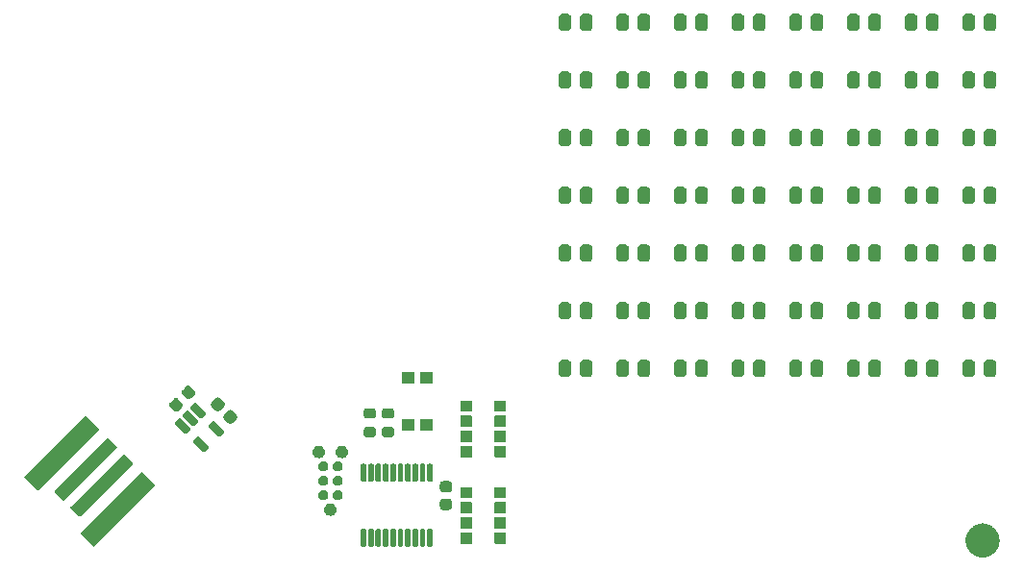
<source format=gts>
G04 #@! TF.GenerationSoftware,KiCad,Pcbnew,7.0.7*
G04 #@! TF.CreationDate,2023-10-07T16:32:54-04:00*
G04 #@! TF.ProjectId,business_card,62757369-6e65-4737-935f-636172642e6b,rev?*
G04 #@! TF.SameCoordinates,Original*
G04 #@! TF.FileFunction,Soldermask,Top*
G04 #@! TF.FilePolarity,Negative*
%FSLAX46Y46*%
G04 Gerber Fmt 4.6, Leading zero omitted, Abs format (unit mm)*
G04 Created by KiCad (PCBNEW 7.0.7) date 2023-10-07 16:32:54*
%MOMM*%
%LPD*%
G01*
G04 APERTURE LIST*
G04 APERTURE END LIST*
G36*
X185483134Y-125505123D02*
G01*
X185543869Y-125505123D01*
X185598083Y-125514169D01*
X185654625Y-125518620D01*
X185722729Y-125534969D01*
X185788228Y-125545900D01*
X185834675Y-125561845D01*
X185883480Y-125573562D01*
X185954513Y-125602985D01*
X186022543Y-125626340D01*
X186060548Y-125646907D01*
X186100917Y-125663629D01*
X186172472Y-125707477D01*
X186240422Y-125744250D01*
X186269820Y-125767131D01*
X186301587Y-125786598D01*
X186371008Y-125845890D01*
X186435922Y-125896414D01*
X186457097Y-125919417D01*
X186480551Y-125939448D01*
X186544953Y-126014853D01*
X186603711Y-126078681D01*
X186617521Y-126099819D01*
X186633401Y-126118412D01*
X186689817Y-126210477D01*
X186739211Y-126286079D01*
X186746930Y-126303678D01*
X186756370Y-126319082D01*
X186801876Y-126428941D01*
X186838726Y-126512951D01*
X186841952Y-126525693D01*
X186846437Y-126536519D01*
X186878227Y-126668939D01*
X186899542Y-126753108D01*
X186900125Y-126760154D01*
X186901379Y-126765374D01*
X186916912Y-126962739D01*
X186920000Y-127000000D01*
X186916909Y-127037295D01*
X186901379Y-127234625D01*
X186900125Y-127239844D01*
X186899542Y-127246892D01*
X186878222Y-127331079D01*
X186846437Y-127463480D01*
X186841953Y-127474303D01*
X186838726Y-127487049D01*
X186801868Y-127571075D01*
X186756370Y-127680917D01*
X186746932Y-127696318D01*
X186739211Y-127713921D01*
X186689807Y-127789537D01*
X186633401Y-127881587D01*
X186617524Y-127900176D01*
X186603711Y-127921319D01*
X186544941Y-127985159D01*
X186480551Y-128060551D01*
X186457102Y-128080578D01*
X186435922Y-128103586D01*
X186370995Y-128154120D01*
X186301587Y-128213401D01*
X186269826Y-128232863D01*
X186240422Y-128255750D01*
X186172458Y-128292530D01*
X186100917Y-128336370D01*
X186060556Y-128353088D01*
X186022543Y-128373660D01*
X185954499Y-128397019D01*
X185883480Y-128426437D01*
X185834684Y-128438151D01*
X185788228Y-128454100D01*
X185722715Y-128465032D01*
X185654625Y-128481379D01*
X185598094Y-128485828D01*
X185543869Y-128494877D01*
X185483122Y-128494877D01*
X185419999Y-128499845D01*
X185356877Y-128494877D01*
X185296131Y-128494877D01*
X185241906Y-128485828D01*
X185185374Y-128481379D01*
X185117281Y-128465031D01*
X185051772Y-128454100D01*
X185005317Y-128438152D01*
X184956519Y-128426437D01*
X184885494Y-128397017D01*
X184817457Y-128373660D01*
X184779446Y-128353089D01*
X184739082Y-128336370D01*
X184667533Y-128292525D01*
X184599578Y-128255750D01*
X184570177Y-128232866D01*
X184538412Y-128213401D01*
X184468992Y-128154111D01*
X184404078Y-128103586D01*
X184382901Y-128080582D01*
X184359448Y-128060551D01*
X184295044Y-127985144D01*
X184236289Y-127921319D01*
X184222478Y-127900181D01*
X184206598Y-127881587D01*
X184150175Y-127789513D01*
X184100789Y-127713921D01*
X184093070Y-127696323D01*
X184083629Y-127680917D01*
X184038113Y-127571034D01*
X184001274Y-127487049D01*
X183998048Y-127474310D01*
X183993562Y-127463480D01*
X183961757Y-127331003D01*
X183940458Y-127246892D01*
X183939874Y-127239850D01*
X183938620Y-127234625D01*
X183923069Y-127037038D01*
X183920000Y-127000000D01*
X183923068Y-126962964D01*
X183938620Y-126765374D01*
X183939874Y-126760147D01*
X183940458Y-126753108D01*
X183961753Y-126669015D01*
X183993562Y-126536519D01*
X183998048Y-126525687D01*
X184001274Y-126512951D01*
X184038105Y-126428982D01*
X184083629Y-126319082D01*
X184093071Y-126303672D01*
X184100789Y-126286079D01*
X184150166Y-126210501D01*
X184206598Y-126118412D01*
X184222481Y-126099814D01*
X184236289Y-126078681D01*
X184295032Y-126014868D01*
X184359448Y-125939448D01*
X184382905Y-125919413D01*
X184404078Y-125896414D01*
X184468979Y-125845898D01*
X184538412Y-125786598D01*
X184570183Y-125767128D01*
X184599578Y-125744250D01*
X184667519Y-125707482D01*
X184739082Y-125663629D01*
X184779454Y-125646905D01*
X184817457Y-125626340D01*
X184885480Y-125602987D01*
X184956519Y-125573562D01*
X185005327Y-125561844D01*
X185051772Y-125545900D01*
X185117267Y-125534970D01*
X185185374Y-125518620D01*
X185241917Y-125514169D01*
X185296131Y-125505123D01*
X185356864Y-125505123D01*
X185419999Y-125500154D01*
X185483134Y-125505123D01*
G37*
G36*
X111432253Y-121001848D02*
G01*
X111465214Y-121023872D01*
X112525875Y-122084533D01*
X112547899Y-122117494D01*
X112555632Y-122156375D01*
X112547899Y-122195255D01*
X112525875Y-122228217D01*
X107222574Y-127531518D01*
X107189612Y-127553542D01*
X107150732Y-127561275D01*
X107111851Y-127553542D01*
X107078890Y-127531518D01*
X106018229Y-126470857D01*
X105996205Y-126437896D01*
X105988472Y-126399015D01*
X105996205Y-126360135D01*
X106018229Y-126327173D01*
X111321530Y-121023872D01*
X111354492Y-121001848D01*
X111393372Y-120994115D01*
X111432253Y-121001848D01*
G37*
G36*
X131060581Y-125983790D02*
G01*
X131109569Y-126016523D01*
X131142302Y-126065511D01*
X131153796Y-126123296D01*
X131153796Y-127398296D01*
X131142302Y-127456081D01*
X131109569Y-127505069D01*
X131060581Y-127537802D01*
X131002796Y-127549296D01*
X130802796Y-127549296D01*
X130745011Y-127537802D01*
X130696023Y-127505069D01*
X130663290Y-127456081D01*
X130651796Y-127398296D01*
X130651796Y-126123296D01*
X130663290Y-126065511D01*
X130696023Y-126016523D01*
X130745011Y-125983790D01*
X130802796Y-125972296D01*
X131002796Y-125972296D01*
X131060581Y-125983790D01*
G37*
G36*
X131710581Y-125983790D02*
G01*
X131759569Y-126016523D01*
X131792302Y-126065511D01*
X131803796Y-126123296D01*
X131803796Y-127398296D01*
X131792302Y-127456081D01*
X131759569Y-127505069D01*
X131710581Y-127537802D01*
X131652796Y-127549296D01*
X131452796Y-127549296D01*
X131395011Y-127537802D01*
X131346023Y-127505069D01*
X131313290Y-127456081D01*
X131301796Y-127398296D01*
X131301796Y-126123296D01*
X131313290Y-126065511D01*
X131346023Y-126016523D01*
X131395011Y-125983790D01*
X131452796Y-125972296D01*
X131652796Y-125972296D01*
X131710581Y-125983790D01*
G37*
G36*
X132360581Y-125983790D02*
G01*
X132409569Y-126016523D01*
X132442302Y-126065511D01*
X132453796Y-126123296D01*
X132453796Y-127398296D01*
X132442302Y-127456081D01*
X132409569Y-127505069D01*
X132360581Y-127537802D01*
X132302796Y-127549296D01*
X132102796Y-127549296D01*
X132045011Y-127537802D01*
X131996023Y-127505069D01*
X131963290Y-127456081D01*
X131951796Y-127398296D01*
X131951796Y-126123296D01*
X131963290Y-126065511D01*
X131996023Y-126016523D01*
X132045011Y-125983790D01*
X132102796Y-125972296D01*
X132302796Y-125972296D01*
X132360581Y-125983790D01*
G37*
G36*
X133010581Y-125983790D02*
G01*
X133059569Y-126016523D01*
X133092302Y-126065511D01*
X133103796Y-126123296D01*
X133103796Y-127398296D01*
X133092302Y-127456081D01*
X133059569Y-127505069D01*
X133010581Y-127537802D01*
X132952796Y-127549296D01*
X132752796Y-127549296D01*
X132695011Y-127537802D01*
X132646023Y-127505069D01*
X132613290Y-127456081D01*
X132601796Y-127398296D01*
X132601796Y-126123296D01*
X132613290Y-126065511D01*
X132646023Y-126016523D01*
X132695011Y-125983790D01*
X132752796Y-125972296D01*
X132952796Y-125972296D01*
X133010581Y-125983790D01*
G37*
G36*
X133660581Y-125983790D02*
G01*
X133709569Y-126016523D01*
X133742302Y-126065511D01*
X133753796Y-126123296D01*
X133753796Y-127398296D01*
X133742302Y-127456081D01*
X133709569Y-127505069D01*
X133660581Y-127537802D01*
X133602796Y-127549296D01*
X133402796Y-127549296D01*
X133345011Y-127537802D01*
X133296023Y-127505069D01*
X133263290Y-127456081D01*
X133251796Y-127398296D01*
X133251796Y-126123296D01*
X133263290Y-126065511D01*
X133296023Y-126016523D01*
X133345011Y-125983790D01*
X133402796Y-125972296D01*
X133602796Y-125972296D01*
X133660581Y-125983790D01*
G37*
G36*
X134310581Y-125983790D02*
G01*
X134359569Y-126016523D01*
X134392302Y-126065511D01*
X134403796Y-126123296D01*
X134403796Y-127398296D01*
X134392302Y-127456081D01*
X134359569Y-127505069D01*
X134310581Y-127537802D01*
X134252796Y-127549296D01*
X134052796Y-127549296D01*
X133995011Y-127537802D01*
X133946023Y-127505069D01*
X133913290Y-127456081D01*
X133901796Y-127398296D01*
X133901796Y-126123296D01*
X133913290Y-126065511D01*
X133946023Y-126016523D01*
X133995011Y-125983790D01*
X134052796Y-125972296D01*
X134252796Y-125972296D01*
X134310581Y-125983790D01*
G37*
G36*
X134960581Y-125983790D02*
G01*
X135009569Y-126016523D01*
X135042302Y-126065511D01*
X135053796Y-126123296D01*
X135053796Y-127398296D01*
X135042302Y-127456081D01*
X135009569Y-127505069D01*
X134960581Y-127537802D01*
X134902796Y-127549296D01*
X134702796Y-127549296D01*
X134645011Y-127537802D01*
X134596023Y-127505069D01*
X134563290Y-127456081D01*
X134551796Y-127398296D01*
X134551796Y-126123296D01*
X134563290Y-126065511D01*
X134596023Y-126016523D01*
X134645011Y-125983790D01*
X134702796Y-125972296D01*
X134902796Y-125972296D01*
X134960581Y-125983790D01*
G37*
G36*
X135610581Y-125983790D02*
G01*
X135659569Y-126016523D01*
X135692302Y-126065511D01*
X135703796Y-126123296D01*
X135703796Y-127398296D01*
X135692302Y-127456081D01*
X135659569Y-127505069D01*
X135610581Y-127537802D01*
X135552796Y-127549296D01*
X135352796Y-127549296D01*
X135295011Y-127537802D01*
X135246023Y-127505069D01*
X135213290Y-127456081D01*
X135201796Y-127398296D01*
X135201796Y-126123296D01*
X135213290Y-126065511D01*
X135246023Y-126016523D01*
X135295011Y-125983790D01*
X135352796Y-125972296D01*
X135552796Y-125972296D01*
X135610581Y-125983790D01*
G37*
G36*
X136260581Y-125983790D02*
G01*
X136309569Y-126016523D01*
X136342302Y-126065511D01*
X136353796Y-126123296D01*
X136353796Y-127398296D01*
X136342302Y-127456081D01*
X136309569Y-127505069D01*
X136260581Y-127537802D01*
X136202796Y-127549296D01*
X136002796Y-127549296D01*
X135945011Y-127537802D01*
X135896023Y-127505069D01*
X135863290Y-127456081D01*
X135851796Y-127398296D01*
X135851796Y-126123296D01*
X135863290Y-126065511D01*
X135896023Y-126016523D01*
X135945011Y-125983790D01*
X136002796Y-125972296D01*
X136202796Y-125972296D01*
X136260581Y-125983790D01*
G37*
G36*
X136910581Y-125983790D02*
G01*
X136959569Y-126016523D01*
X136992302Y-126065511D01*
X137003796Y-126123296D01*
X137003796Y-127398296D01*
X136992302Y-127456081D01*
X136959569Y-127505069D01*
X136910581Y-127537802D01*
X136852796Y-127549296D01*
X136652796Y-127549296D01*
X136595011Y-127537802D01*
X136546023Y-127505069D01*
X136513290Y-127456081D01*
X136501796Y-127398296D01*
X136501796Y-126123296D01*
X136513290Y-126065511D01*
X136546023Y-126016523D01*
X136595011Y-125983790D01*
X136652796Y-125972296D01*
X136852796Y-125972296D01*
X136910581Y-125983790D01*
G37*
G36*
X140417313Y-126297178D02*
G01*
X140433858Y-126308234D01*
X140444914Y-126324779D01*
X140448796Y-126344296D01*
X140448796Y-127244296D01*
X140444914Y-127263813D01*
X140433858Y-127280358D01*
X140417313Y-127291414D01*
X140397796Y-127295296D01*
X139497796Y-127295296D01*
X139478279Y-127291414D01*
X139461734Y-127280358D01*
X139450678Y-127263813D01*
X139446796Y-127244296D01*
X139446796Y-126344296D01*
X139450678Y-126324779D01*
X139461734Y-126308234D01*
X139478279Y-126297178D01*
X139497796Y-126293296D01*
X140397796Y-126293296D01*
X140417313Y-126297178D01*
G37*
G36*
X143417313Y-126297178D02*
G01*
X143433858Y-126308234D01*
X143444914Y-126324779D01*
X143448796Y-126344296D01*
X143448796Y-127244296D01*
X143444914Y-127263813D01*
X143433858Y-127280358D01*
X143417313Y-127291414D01*
X143397796Y-127295296D01*
X142497796Y-127295296D01*
X142478279Y-127291414D01*
X142461734Y-127280358D01*
X142450678Y-127263813D01*
X142446796Y-127244296D01*
X142446796Y-126344296D01*
X142450678Y-126324779D01*
X142461734Y-126308234D01*
X142478279Y-126297178D01*
X142497796Y-126293296D01*
X143397796Y-126293296D01*
X143417313Y-126297178D01*
G37*
G36*
X140417313Y-124957178D02*
G01*
X140433858Y-124968234D01*
X140444914Y-124984779D01*
X140448796Y-125004296D01*
X140448796Y-125904296D01*
X140444914Y-125923813D01*
X140433858Y-125940358D01*
X140417313Y-125951414D01*
X140397796Y-125955296D01*
X139497796Y-125955296D01*
X139478279Y-125951414D01*
X139461734Y-125940358D01*
X139450678Y-125923813D01*
X139446796Y-125904296D01*
X139446796Y-125004296D01*
X139450678Y-124984779D01*
X139461734Y-124968234D01*
X139478279Y-124957178D01*
X139497796Y-124953296D01*
X140397796Y-124953296D01*
X140417313Y-124957178D01*
G37*
G36*
X143417313Y-124957178D02*
G01*
X143433858Y-124968234D01*
X143444914Y-124984779D01*
X143448796Y-125004296D01*
X143448796Y-125904296D01*
X143444914Y-125923813D01*
X143433858Y-125940358D01*
X143417313Y-125951414D01*
X143397796Y-125955296D01*
X142497796Y-125955296D01*
X142478279Y-125951414D01*
X142461734Y-125940358D01*
X142450678Y-125923813D01*
X142446796Y-125904296D01*
X142446796Y-125004296D01*
X142450678Y-124984779D01*
X142461734Y-124968234D01*
X142478279Y-124957178D01*
X142497796Y-124953296D01*
X143397796Y-124953296D01*
X143417313Y-124957178D01*
G37*
G36*
X109841263Y-119410858D02*
G01*
X109874225Y-119432883D01*
X110581331Y-120139989D01*
X110603356Y-120172951D01*
X110611089Y-120211831D01*
X110603356Y-120250712D01*
X110581331Y-120283673D01*
X105985137Y-124879867D01*
X105952176Y-124901892D01*
X105913295Y-124909625D01*
X105874415Y-124901892D01*
X105841453Y-124879867D01*
X105134347Y-124172761D01*
X105112322Y-124139799D01*
X105104589Y-124100919D01*
X105112322Y-124062038D01*
X105134347Y-124029077D01*
X107432343Y-121731081D01*
X109727059Y-119436364D01*
X109727062Y-119436361D01*
X109730541Y-119432883D01*
X109763502Y-119410858D01*
X109802383Y-119403125D01*
X109841263Y-119410858D01*
G37*
G36*
X128127189Y-123758611D02*
G01*
X128258946Y-123813186D01*
X128372088Y-123900004D01*
X128458906Y-124013146D01*
X128513481Y-124144903D01*
X128532096Y-124286296D01*
X128513481Y-124427689D01*
X128458906Y-124559446D01*
X128372088Y-124672588D01*
X128258946Y-124759406D01*
X128127189Y-124813981D01*
X127985796Y-124832596D01*
X127844403Y-124813981D01*
X127712646Y-124759406D01*
X127599504Y-124672588D01*
X127512686Y-124559446D01*
X127458111Y-124427689D01*
X127439496Y-124286296D01*
X127458111Y-124144903D01*
X127512686Y-124013146D01*
X127599504Y-123900004D01*
X127712646Y-123813186D01*
X127844403Y-123758611D01*
X127985796Y-123739996D01*
X128127189Y-123758611D01*
G37*
G36*
X140417313Y-123637178D02*
G01*
X140433858Y-123648234D01*
X140444914Y-123664779D01*
X140448796Y-123684296D01*
X140448796Y-124584296D01*
X140444914Y-124603813D01*
X140433858Y-124620358D01*
X140417313Y-124631414D01*
X140397796Y-124635296D01*
X139497796Y-124635296D01*
X139478279Y-124631414D01*
X139461734Y-124620358D01*
X139450678Y-124603813D01*
X139446796Y-124584296D01*
X139446796Y-123684296D01*
X139450678Y-123664779D01*
X139461734Y-123648234D01*
X139478279Y-123637178D01*
X139497796Y-123633296D01*
X140397796Y-123633296D01*
X140417313Y-123637178D01*
G37*
G36*
X143417313Y-123637178D02*
G01*
X143433858Y-123648234D01*
X143444914Y-123664779D01*
X143448796Y-123684296D01*
X143448796Y-124584296D01*
X143444914Y-124603813D01*
X143433858Y-124620358D01*
X143417313Y-124631414D01*
X143397796Y-124635296D01*
X142497796Y-124635296D01*
X142478279Y-124631414D01*
X142461734Y-124620358D01*
X142450678Y-124603813D01*
X142446796Y-124584296D01*
X142446796Y-123684296D01*
X142450678Y-123664779D01*
X142461734Y-123648234D01*
X142478279Y-123637178D01*
X142497796Y-123633296D01*
X143397796Y-123633296D01*
X143417313Y-123637178D01*
G37*
G36*
X138408205Y-123323570D02*
G01*
X138472015Y-123331971D01*
X138488066Y-123339456D01*
X138507417Y-123343305D01*
X138533047Y-123360431D01*
X138559658Y-123372840D01*
X138575848Y-123389030D01*
X138596957Y-123403135D01*
X138611061Y-123424243D01*
X138627251Y-123440433D01*
X138639658Y-123467040D01*
X138656787Y-123492675D01*
X138660636Y-123512028D01*
X138668120Y-123528077D01*
X138676518Y-123591873D01*
X138677796Y-123598296D01*
X138677796Y-124048296D01*
X138676518Y-124054720D01*
X138668120Y-124118515D01*
X138660636Y-124134562D01*
X138656787Y-124153917D01*
X138639657Y-124179552D01*
X138627251Y-124206158D01*
X138611063Y-124222345D01*
X138596957Y-124243457D01*
X138575845Y-124257563D01*
X138559658Y-124273751D01*
X138533053Y-124286156D01*
X138507417Y-124303287D01*
X138488061Y-124307137D01*
X138472014Y-124314620D01*
X138408220Y-124323018D01*
X138401796Y-124324296D01*
X137901796Y-124324296D01*
X137895373Y-124323018D01*
X137831576Y-124314620D01*
X137815527Y-124307136D01*
X137796175Y-124303287D01*
X137770541Y-124286158D01*
X137743933Y-124273751D01*
X137727743Y-124257561D01*
X137706635Y-124243457D01*
X137692530Y-124222348D01*
X137676340Y-124206158D01*
X137663931Y-124179548D01*
X137646805Y-124153917D01*
X137642955Y-124134565D01*
X137635471Y-124118514D01*
X137627070Y-124054705D01*
X137625796Y-124048296D01*
X137625796Y-123598296D01*
X137627070Y-123591888D01*
X137635471Y-123528076D01*
X137642956Y-123512023D01*
X137646805Y-123492675D01*
X137663929Y-123467046D01*
X137676340Y-123440433D01*
X137692532Y-123424240D01*
X137706635Y-123403135D01*
X137727740Y-123389032D01*
X137743933Y-123372840D01*
X137770545Y-123360430D01*
X137796175Y-123343305D01*
X137815525Y-123339456D01*
X137831577Y-123331971D01*
X137895388Y-123323570D01*
X137901796Y-123322296D01*
X138401796Y-123322296D01*
X138408205Y-123323570D01*
G37*
G36*
X108427049Y-117996644D02*
G01*
X108460011Y-118018669D01*
X109167117Y-118725775D01*
X109189142Y-118758737D01*
X109196875Y-118797617D01*
X109189142Y-118836498D01*
X109167117Y-118869459D01*
X104570923Y-123465653D01*
X104537962Y-123487678D01*
X104499081Y-123495411D01*
X104460201Y-123487678D01*
X104427239Y-123465653D01*
X103720133Y-122758547D01*
X103698108Y-122725585D01*
X103690375Y-122686705D01*
X103698108Y-122647824D01*
X103720133Y-122614863D01*
X105994485Y-120340511D01*
X108312845Y-118022150D01*
X108312848Y-118022147D01*
X108316327Y-118018669D01*
X108349288Y-117996644D01*
X108388169Y-117988911D01*
X108427049Y-117996644D01*
G37*
G36*
X127535531Y-122611783D02*
G01*
X127642013Y-122680214D01*
X127724901Y-122775873D01*
X127777483Y-122891010D01*
X127795496Y-123016296D01*
X127777483Y-123141582D01*
X127724901Y-123256719D01*
X127642013Y-123352378D01*
X127535531Y-123420809D01*
X127414083Y-123456470D01*
X127287509Y-123456470D01*
X127166061Y-123420809D01*
X127059579Y-123352378D01*
X126976691Y-123256719D01*
X126924109Y-123141582D01*
X126906096Y-123016296D01*
X126924109Y-122891010D01*
X126976691Y-122775873D01*
X127059579Y-122680214D01*
X127166061Y-122611783D01*
X127287509Y-122576122D01*
X127414083Y-122576122D01*
X127535531Y-122611783D01*
G37*
G36*
X128805531Y-122611783D02*
G01*
X128912013Y-122680214D01*
X128994901Y-122775873D01*
X129047483Y-122891010D01*
X129065496Y-123016296D01*
X129047483Y-123141582D01*
X128994901Y-123256719D01*
X128912013Y-123352378D01*
X128805531Y-123420809D01*
X128684083Y-123456470D01*
X128557509Y-123456470D01*
X128436061Y-123420809D01*
X128329579Y-123352378D01*
X128246691Y-123256719D01*
X128194109Y-123141582D01*
X128176096Y-123016296D01*
X128194109Y-122891010D01*
X128246691Y-122775873D01*
X128329579Y-122680214D01*
X128436061Y-122611783D01*
X128557509Y-122576122D01*
X128684083Y-122576122D01*
X128805531Y-122611783D01*
G37*
G36*
X140417313Y-122297178D02*
G01*
X140433858Y-122308234D01*
X140444914Y-122324779D01*
X140448796Y-122344296D01*
X140448796Y-123244296D01*
X140444914Y-123263813D01*
X140433858Y-123280358D01*
X140417313Y-123291414D01*
X140397796Y-123295296D01*
X139497796Y-123295296D01*
X139478279Y-123291414D01*
X139461734Y-123280358D01*
X139450678Y-123263813D01*
X139446796Y-123244296D01*
X139446796Y-122344296D01*
X139450678Y-122324779D01*
X139461734Y-122308234D01*
X139478279Y-122297178D01*
X139497796Y-122293296D01*
X140397796Y-122293296D01*
X140417313Y-122297178D01*
G37*
G36*
X143417313Y-122297178D02*
G01*
X143433858Y-122308234D01*
X143444914Y-122324779D01*
X143448796Y-122344296D01*
X143448796Y-123244296D01*
X143444914Y-123263813D01*
X143433858Y-123280358D01*
X143417313Y-123291414D01*
X143397796Y-123295296D01*
X142497796Y-123295296D01*
X142478279Y-123291414D01*
X142461734Y-123280358D01*
X142450678Y-123263813D01*
X142446796Y-123244296D01*
X142446796Y-122344296D01*
X142450678Y-122324779D01*
X142461734Y-122308234D01*
X142478279Y-122297178D01*
X142497796Y-122293296D01*
X143397796Y-122293296D01*
X143417313Y-122297178D01*
G37*
G36*
X138408205Y-121773570D02*
G01*
X138472015Y-121781971D01*
X138488066Y-121789456D01*
X138507417Y-121793305D01*
X138533047Y-121810431D01*
X138559658Y-121822840D01*
X138575848Y-121839030D01*
X138596957Y-121853135D01*
X138611061Y-121874243D01*
X138627251Y-121890433D01*
X138639658Y-121917040D01*
X138656787Y-121942675D01*
X138660636Y-121962028D01*
X138668120Y-121978077D01*
X138676518Y-122041873D01*
X138677796Y-122048296D01*
X138677796Y-122498296D01*
X138676518Y-122504720D01*
X138668120Y-122568515D01*
X138660636Y-122584562D01*
X138656787Y-122603917D01*
X138639657Y-122629552D01*
X138627251Y-122656158D01*
X138611063Y-122672345D01*
X138596957Y-122693457D01*
X138575845Y-122707563D01*
X138559658Y-122723751D01*
X138533053Y-122736156D01*
X138507417Y-122753287D01*
X138488061Y-122757137D01*
X138472014Y-122764620D01*
X138408220Y-122773018D01*
X138401796Y-122774296D01*
X137901796Y-122774296D01*
X137895373Y-122773018D01*
X137831576Y-122764620D01*
X137815527Y-122757136D01*
X137796175Y-122753287D01*
X137770541Y-122736158D01*
X137743933Y-122723751D01*
X137727743Y-122707561D01*
X137706635Y-122693457D01*
X137692530Y-122672348D01*
X137676340Y-122656158D01*
X137663931Y-122629548D01*
X137646805Y-122603917D01*
X137642955Y-122584565D01*
X137635471Y-122568514D01*
X137627070Y-122504705D01*
X137625796Y-122498296D01*
X137625796Y-122048296D01*
X137627070Y-122041888D01*
X137635471Y-121978076D01*
X137642956Y-121962023D01*
X137646805Y-121942675D01*
X137663929Y-121917046D01*
X137676340Y-121890433D01*
X137692532Y-121874240D01*
X137706635Y-121853135D01*
X137727740Y-121839032D01*
X137743933Y-121822840D01*
X137770545Y-121810430D01*
X137796175Y-121793305D01*
X137815525Y-121789456D01*
X137831577Y-121781971D01*
X137895388Y-121773570D01*
X137901796Y-121772296D01*
X138401796Y-121772296D01*
X138408205Y-121773570D01*
G37*
G36*
X106482506Y-116052101D02*
G01*
X106515467Y-116074125D01*
X107576128Y-117134786D01*
X107598152Y-117167747D01*
X107605885Y-117206628D01*
X107598152Y-117245508D01*
X107576128Y-117278470D01*
X102272827Y-122581771D01*
X102239865Y-122603795D01*
X102200985Y-122611528D01*
X102162104Y-122603795D01*
X102129143Y-122581771D01*
X101068482Y-121521110D01*
X101046458Y-121488149D01*
X101038725Y-121449268D01*
X101046458Y-121410388D01*
X101068482Y-121377426D01*
X106371783Y-116074125D01*
X106404745Y-116052101D01*
X106443625Y-116044368D01*
X106482506Y-116052101D01*
G37*
G36*
X127535531Y-121341783D02*
G01*
X127642013Y-121410214D01*
X127724901Y-121505873D01*
X127777483Y-121621010D01*
X127795496Y-121746296D01*
X127777483Y-121871582D01*
X127724901Y-121986719D01*
X127642013Y-122082378D01*
X127535531Y-122150809D01*
X127414083Y-122186470D01*
X127287509Y-122186470D01*
X127166061Y-122150809D01*
X127059579Y-122082378D01*
X126976691Y-121986719D01*
X126924109Y-121871582D01*
X126906096Y-121746296D01*
X126924109Y-121621010D01*
X126976691Y-121505873D01*
X127059579Y-121410214D01*
X127166061Y-121341783D01*
X127287509Y-121306122D01*
X127414083Y-121306122D01*
X127535531Y-121341783D01*
G37*
G36*
X128805531Y-121341783D02*
G01*
X128912013Y-121410214D01*
X128994901Y-121505873D01*
X129047483Y-121621010D01*
X129065496Y-121746296D01*
X129047483Y-121871582D01*
X128994901Y-121986719D01*
X128912013Y-122082378D01*
X128805531Y-122150809D01*
X128684083Y-122186470D01*
X128557509Y-122186470D01*
X128436061Y-122150809D01*
X128329579Y-122082378D01*
X128246691Y-121986719D01*
X128194109Y-121871582D01*
X128176096Y-121746296D01*
X128194109Y-121621010D01*
X128246691Y-121505873D01*
X128329579Y-121410214D01*
X128436061Y-121341783D01*
X128557509Y-121306122D01*
X128684083Y-121306122D01*
X128805531Y-121341783D01*
G37*
G36*
X131060581Y-120258790D02*
G01*
X131109569Y-120291523D01*
X131142302Y-120340511D01*
X131153796Y-120398296D01*
X131153796Y-121673296D01*
X131142302Y-121731081D01*
X131109569Y-121780069D01*
X131060581Y-121812802D01*
X131002796Y-121824296D01*
X130802796Y-121824296D01*
X130745011Y-121812802D01*
X130696023Y-121780069D01*
X130663290Y-121731081D01*
X130651796Y-121673296D01*
X130651796Y-120398296D01*
X130663290Y-120340511D01*
X130696023Y-120291523D01*
X130745011Y-120258790D01*
X130802796Y-120247296D01*
X131002796Y-120247296D01*
X131060581Y-120258790D01*
G37*
G36*
X131710581Y-120258790D02*
G01*
X131759569Y-120291523D01*
X131792302Y-120340511D01*
X131803796Y-120398296D01*
X131803796Y-121673296D01*
X131792302Y-121731081D01*
X131759569Y-121780069D01*
X131710581Y-121812802D01*
X131652796Y-121824296D01*
X131452796Y-121824296D01*
X131395011Y-121812802D01*
X131346023Y-121780069D01*
X131313290Y-121731081D01*
X131301796Y-121673296D01*
X131301796Y-120398296D01*
X131313290Y-120340511D01*
X131346023Y-120291523D01*
X131395011Y-120258790D01*
X131452796Y-120247296D01*
X131652796Y-120247296D01*
X131710581Y-120258790D01*
G37*
G36*
X132360581Y-120258790D02*
G01*
X132409569Y-120291523D01*
X132442302Y-120340511D01*
X132453796Y-120398296D01*
X132453796Y-121673296D01*
X132442302Y-121731081D01*
X132409569Y-121780069D01*
X132360581Y-121812802D01*
X132302796Y-121824296D01*
X132102796Y-121824296D01*
X132045011Y-121812802D01*
X131996023Y-121780069D01*
X131963290Y-121731081D01*
X131951796Y-121673296D01*
X131951796Y-120398296D01*
X131963290Y-120340511D01*
X131996023Y-120291523D01*
X132045011Y-120258790D01*
X132102796Y-120247296D01*
X132302796Y-120247296D01*
X132360581Y-120258790D01*
G37*
G36*
X133010581Y-120258790D02*
G01*
X133059569Y-120291523D01*
X133092302Y-120340511D01*
X133103796Y-120398296D01*
X133103796Y-121673296D01*
X133092302Y-121731081D01*
X133059569Y-121780069D01*
X133010581Y-121812802D01*
X132952796Y-121824296D01*
X132752796Y-121824296D01*
X132695011Y-121812802D01*
X132646023Y-121780069D01*
X132613290Y-121731081D01*
X132601796Y-121673296D01*
X132601796Y-120398296D01*
X132613290Y-120340511D01*
X132646023Y-120291523D01*
X132695011Y-120258790D01*
X132752796Y-120247296D01*
X132952796Y-120247296D01*
X133010581Y-120258790D01*
G37*
G36*
X133660581Y-120258790D02*
G01*
X133709569Y-120291523D01*
X133742302Y-120340511D01*
X133753796Y-120398296D01*
X133753796Y-121673296D01*
X133742302Y-121731081D01*
X133709569Y-121780069D01*
X133660581Y-121812802D01*
X133602796Y-121824296D01*
X133402796Y-121824296D01*
X133345011Y-121812802D01*
X133296023Y-121780069D01*
X133263290Y-121731081D01*
X133251796Y-121673296D01*
X133251796Y-120398296D01*
X133263290Y-120340511D01*
X133296023Y-120291523D01*
X133345011Y-120258790D01*
X133402796Y-120247296D01*
X133602796Y-120247296D01*
X133660581Y-120258790D01*
G37*
G36*
X134310581Y-120258790D02*
G01*
X134359569Y-120291523D01*
X134392302Y-120340511D01*
X134403796Y-120398296D01*
X134403796Y-121673296D01*
X134392302Y-121731081D01*
X134359569Y-121780069D01*
X134310581Y-121812802D01*
X134252796Y-121824296D01*
X134052796Y-121824296D01*
X133995011Y-121812802D01*
X133946023Y-121780069D01*
X133913290Y-121731081D01*
X133901796Y-121673296D01*
X133901796Y-120398296D01*
X133913290Y-120340511D01*
X133946023Y-120291523D01*
X133995011Y-120258790D01*
X134052796Y-120247296D01*
X134252796Y-120247296D01*
X134310581Y-120258790D01*
G37*
G36*
X134960581Y-120258790D02*
G01*
X135009569Y-120291523D01*
X135042302Y-120340511D01*
X135053796Y-120398296D01*
X135053796Y-121673296D01*
X135042302Y-121731081D01*
X135009569Y-121780069D01*
X134960581Y-121812802D01*
X134902796Y-121824296D01*
X134702796Y-121824296D01*
X134645011Y-121812802D01*
X134596023Y-121780069D01*
X134563290Y-121731081D01*
X134551796Y-121673296D01*
X134551796Y-120398296D01*
X134563290Y-120340511D01*
X134596023Y-120291523D01*
X134645011Y-120258790D01*
X134702796Y-120247296D01*
X134902796Y-120247296D01*
X134960581Y-120258790D01*
G37*
G36*
X135610581Y-120258790D02*
G01*
X135659569Y-120291523D01*
X135692302Y-120340511D01*
X135703796Y-120398296D01*
X135703796Y-121673296D01*
X135692302Y-121731081D01*
X135659569Y-121780069D01*
X135610581Y-121812802D01*
X135552796Y-121824296D01*
X135352796Y-121824296D01*
X135295011Y-121812802D01*
X135246023Y-121780069D01*
X135213290Y-121731081D01*
X135201796Y-121673296D01*
X135201796Y-120398296D01*
X135213290Y-120340511D01*
X135246023Y-120291523D01*
X135295011Y-120258790D01*
X135352796Y-120247296D01*
X135552796Y-120247296D01*
X135610581Y-120258790D01*
G37*
G36*
X136260581Y-120258790D02*
G01*
X136309569Y-120291523D01*
X136342302Y-120340511D01*
X136353796Y-120398296D01*
X136353796Y-121673296D01*
X136342302Y-121731081D01*
X136309569Y-121780069D01*
X136260581Y-121812802D01*
X136202796Y-121824296D01*
X136002796Y-121824296D01*
X135945011Y-121812802D01*
X135896023Y-121780069D01*
X135863290Y-121731081D01*
X135851796Y-121673296D01*
X135851796Y-120398296D01*
X135863290Y-120340511D01*
X135896023Y-120291523D01*
X135945011Y-120258790D01*
X136002796Y-120247296D01*
X136202796Y-120247296D01*
X136260581Y-120258790D01*
G37*
G36*
X136910581Y-120258790D02*
G01*
X136959569Y-120291523D01*
X136992302Y-120340511D01*
X137003796Y-120398296D01*
X137003796Y-121673296D01*
X136992302Y-121731081D01*
X136959569Y-121780069D01*
X136910581Y-121812802D01*
X136852796Y-121824296D01*
X136652796Y-121824296D01*
X136595011Y-121812802D01*
X136546023Y-121780069D01*
X136513290Y-121731081D01*
X136501796Y-121673296D01*
X136501796Y-120398296D01*
X136513290Y-120340511D01*
X136546023Y-120291523D01*
X136595011Y-120258790D01*
X136652796Y-120247296D01*
X136852796Y-120247296D01*
X136910581Y-120258790D01*
G37*
G36*
X127535531Y-120071783D02*
G01*
X127642013Y-120140214D01*
X127724901Y-120235873D01*
X127777483Y-120351010D01*
X127795496Y-120476296D01*
X127777483Y-120601582D01*
X127724901Y-120716719D01*
X127642013Y-120812378D01*
X127535531Y-120880809D01*
X127414083Y-120916470D01*
X127287509Y-120916470D01*
X127166061Y-120880809D01*
X127059579Y-120812378D01*
X126976691Y-120716719D01*
X126924109Y-120601582D01*
X126906096Y-120476296D01*
X126924109Y-120351010D01*
X126976691Y-120235873D01*
X127059579Y-120140214D01*
X127166061Y-120071783D01*
X127287509Y-120036122D01*
X127414083Y-120036122D01*
X127535531Y-120071783D01*
G37*
G36*
X128805531Y-120071783D02*
G01*
X128912013Y-120140214D01*
X128994901Y-120235873D01*
X129047483Y-120351010D01*
X129065496Y-120476296D01*
X129047483Y-120601582D01*
X128994901Y-120716719D01*
X128912013Y-120812378D01*
X128805531Y-120880809D01*
X128684083Y-120916470D01*
X128557509Y-120916470D01*
X128436061Y-120880809D01*
X128329579Y-120812378D01*
X128246691Y-120716719D01*
X128194109Y-120601582D01*
X128176096Y-120476296D01*
X128194109Y-120351010D01*
X128246691Y-120235873D01*
X128329579Y-120140214D01*
X128436061Y-120071783D01*
X128557509Y-120036122D01*
X128684083Y-120036122D01*
X128805531Y-120071783D01*
G37*
G36*
X127111189Y-118678611D02*
G01*
X127242946Y-118733186D01*
X127356088Y-118820004D01*
X127442906Y-118933146D01*
X127497481Y-119064903D01*
X127516096Y-119206296D01*
X127497481Y-119347689D01*
X127442906Y-119479446D01*
X127356088Y-119592588D01*
X127242946Y-119679406D01*
X127111189Y-119733981D01*
X126969796Y-119752596D01*
X126828403Y-119733981D01*
X126696646Y-119679406D01*
X126583504Y-119592588D01*
X126496686Y-119479446D01*
X126442111Y-119347689D01*
X126423496Y-119206296D01*
X126442111Y-119064903D01*
X126496686Y-118933146D01*
X126583504Y-118820004D01*
X126696646Y-118733186D01*
X126828403Y-118678611D01*
X126969796Y-118659996D01*
X127111189Y-118678611D01*
G37*
G36*
X129143189Y-118678611D02*
G01*
X129274946Y-118733186D01*
X129388088Y-118820004D01*
X129474906Y-118933146D01*
X129529481Y-119064903D01*
X129548096Y-119206296D01*
X129529481Y-119347689D01*
X129474906Y-119479446D01*
X129388088Y-119592588D01*
X129274946Y-119679406D01*
X129143189Y-119733981D01*
X129001796Y-119752596D01*
X128860403Y-119733981D01*
X128728646Y-119679406D01*
X128615504Y-119592588D01*
X128528686Y-119479446D01*
X128474111Y-119347689D01*
X128455496Y-119206296D01*
X128474111Y-119064903D01*
X128528686Y-118933146D01*
X128615504Y-118820004D01*
X128728646Y-118733186D01*
X128860403Y-118678611D01*
X129001796Y-118659996D01*
X129143189Y-118678611D01*
G37*
G36*
X140417313Y-118677178D02*
G01*
X140433858Y-118688234D01*
X140444914Y-118704779D01*
X140448796Y-118724296D01*
X140448796Y-119624296D01*
X140444914Y-119643813D01*
X140433858Y-119660358D01*
X140417313Y-119671414D01*
X140397796Y-119675296D01*
X139497796Y-119675296D01*
X139478279Y-119671414D01*
X139461734Y-119660358D01*
X139450678Y-119643813D01*
X139446796Y-119624296D01*
X139446796Y-118724296D01*
X139450678Y-118704779D01*
X139461734Y-118688234D01*
X139478279Y-118677178D01*
X139497796Y-118673296D01*
X140397796Y-118673296D01*
X140417313Y-118677178D01*
G37*
G36*
X143417313Y-118677178D02*
G01*
X143433858Y-118688234D01*
X143444914Y-118704779D01*
X143448796Y-118724296D01*
X143448796Y-119624296D01*
X143444914Y-119643813D01*
X143433858Y-119660358D01*
X143417313Y-119671414D01*
X143397796Y-119675296D01*
X142497796Y-119675296D01*
X142478279Y-119671414D01*
X142461734Y-119660358D01*
X142450678Y-119643813D01*
X142446796Y-119624296D01*
X142446796Y-118724296D01*
X142450678Y-118704779D01*
X142461734Y-118688234D01*
X142478279Y-118677178D01*
X142497796Y-118673296D01*
X143397796Y-118673296D01*
X143417313Y-118677178D01*
G37*
G36*
X116417760Y-117868012D02*
G01*
X116482968Y-117911583D01*
X117207753Y-118636368D01*
X117251324Y-118701576D01*
X117266624Y-118778496D01*
X117251324Y-118855416D01*
X117207753Y-118920625D01*
X116995621Y-119132757D01*
X116930412Y-119176328D01*
X116853492Y-119191628D01*
X116776572Y-119176328D01*
X116711364Y-119132757D01*
X115986579Y-118407972D01*
X115943008Y-118342764D01*
X115927708Y-118265844D01*
X115943008Y-118188924D01*
X115986579Y-118123715D01*
X116198711Y-117911583D01*
X116263920Y-117868012D01*
X116340840Y-117852712D01*
X116417760Y-117868012D01*
G37*
G36*
X140417313Y-117337178D02*
G01*
X140433858Y-117348234D01*
X140444914Y-117364779D01*
X140448796Y-117384296D01*
X140448796Y-118284296D01*
X140444914Y-118303813D01*
X140433858Y-118320358D01*
X140417313Y-118331414D01*
X140397796Y-118335296D01*
X139497796Y-118335296D01*
X139478279Y-118331414D01*
X139461734Y-118320358D01*
X139450678Y-118303813D01*
X139446796Y-118284296D01*
X139446796Y-117384296D01*
X139450678Y-117364779D01*
X139461734Y-117348234D01*
X139478279Y-117337178D01*
X139497796Y-117333296D01*
X140397796Y-117333296D01*
X140417313Y-117337178D01*
G37*
G36*
X143417313Y-117337178D02*
G01*
X143433858Y-117348234D01*
X143444914Y-117364779D01*
X143448796Y-117384296D01*
X143448796Y-118284296D01*
X143444914Y-118303813D01*
X143433858Y-118320358D01*
X143417313Y-118331414D01*
X143397796Y-118335296D01*
X142497796Y-118335296D01*
X142478279Y-118331414D01*
X142461734Y-118320358D01*
X142450678Y-118303813D01*
X142446796Y-118284296D01*
X142446796Y-117384296D01*
X142450678Y-117364779D01*
X142461734Y-117348234D01*
X142478279Y-117337178D01*
X142497796Y-117333296D01*
X143397796Y-117333296D01*
X143417313Y-117337178D01*
G37*
G36*
X131730843Y-117023101D02*
G01*
X131782433Y-117029086D01*
X131800058Y-117036868D01*
X131822850Y-117041402D01*
X131847251Y-117057706D01*
X131868154Y-117066936D01*
X131882430Y-117081212D01*
X131904280Y-117095812D01*
X131918879Y-117117661D01*
X131933155Y-117131937D01*
X131942384Y-117152838D01*
X131958690Y-117177242D01*
X131963223Y-117200035D01*
X131971005Y-117217658D01*
X131976988Y-117269238D01*
X131977796Y-117273296D01*
X131977796Y-117673296D01*
X131976988Y-117677355D01*
X131971005Y-117728933D01*
X131963224Y-117746554D01*
X131958690Y-117769350D01*
X131942382Y-117793755D01*
X131933155Y-117814654D01*
X131918881Y-117828927D01*
X131904280Y-117850780D01*
X131882427Y-117865381D01*
X131868154Y-117879655D01*
X131847255Y-117888882D01*
X131822850Y-117905190D01*
X131800054Y-117909724D01*
X131782433Y-117917505D01*
X131730855Y-117923488D01*
X131726796Y-117924296D01*
X131176796Y-117924296D01*
X131172738Y-117923488D01*
X131121158Y-117917505D01*
X131103535Y-117909723D01*
X131080742Y-117905190D01*
X131056338Y-117888884D01*
X131035437Y-117879655D01*
X131021161Y-117865379D01*
X130999312Y-117850780D01*
X130984712Y-117828930D01*
X130970436Y-117814654D01*
X130961206Y-117793751D01*
X130944902Y-117769350D01*
X130940368Y-117746558D01*
X130932586Y-117728933D01*
X130926601Y-117677343D01*
X130925796Y-117673296D01*
X130925796Y-117273296D01*
X130926600Y-117269250D01*
X130932586Y-117217658D01*
X130940368Y-117200031D01*
X130944902Y-117177242D01*
X130961205Y-117152842D01*
X130970436Y-117131937D01*
X130984714Y-117117658D01*
X130999312Y-117095812D01*
X131021158Y-117081214D01*
X131035437Y-117066936D01*
X131056342Y-117057705D01*
X131080742Y-117041402D01*
X131103531Y-117036868D01*
X131121158Y-117029086D01*
X131172750Y-117023100D01*
X131176796Y-117022296D01*
X131726796Y-117022296D01*
X131730843Y-117023101D01*
G37*
G36*
X133330843Y-117023101D02*
G01*
X133382433Y-117029086D01*
X133400058Y-117036868D01*
X133422850Y-117041402D01*
X133447251Y-117057706D01*
X133468154Y-117066936D01*
X133482430Y-117081212D01*
X133504280Y-117095812D01*
X133518879Y-117117661D01*
X133533155Y-117131937D01*
X133542384Y-117152838D01*
X133558690Y-117177242D01*
X133563223Y-117200035D01*
X133571005Y-117217658D01*
X133576988Y-117269238D01*
X133577796Y-117273296D01*
X133577796Y-117673296D01*
X133576988Y-117677355D01*
X133571005Y-117728933D01*
X133563224Y-117746554D01*
X133558690Y-117769350D01*
X133542382Y-117793755D01*
X133533155Y-117814654D01*
X133518881Y-117828927D01*
X133504280Y-117850780D01*
X133482427Y-117865381D01*
X133468154Y-117879655D01*
X133447255Y-117888882D01*
X133422850Y-117905190D01*
X133400054Y-117909724D01*
X133382433Y-117917505D01*
X133330855Y-117923488D01*
X133326796Y-117924296D01*
X132776796Y-117924296D01*
X132772738Y-117923488D01*
X132721158Y-117917505D01*
X132703535Y-117909723D01*
X132680742Y-117905190D01*
X132656338Y-117888884D01*
X132635437Y-117879655D01*
X132621161Y-117865379D01*
X132599312Y-117850780D01*
X132584712Y-117828930D01*
X132570436Y-117814654D01*
X132561206Y-117793751D01*
X132544902Y-117769350D01*
X132540368Y-117746558D01*
X132532586Y-117728933D01*
X132526601Y-117677343D01*
X132525796Y-117673296D01*
X132525796Y-117273296D01*
X132526600Y-117269250D01*
X132532586Y-117217658D01*
X132540368Y-117200031D01*
X132544902Y-117177242D01*
X132561205Y-117152842D01*
X132570436Y-117131937D01*
X132584714Y-117117658D01*
X132599312Y-117095812D01*
X132621158Y-117081214D01*
X132635437Y-117066936D01*
X132656342Y-117057705D01*
X132680742Y-117041402D01*
X132703531Y-117036868D01*
X132721158Y-117029086D01*
X132772750Y-117023100D01*
X132776796Y-117022296D01*
X133326796Y-117022296D01*
X133330843Y-117023101D01*
G37*
G36*
X117761262Y-116524510D02*
G01*
X117826470Y-116568081D01*
X118551255Y-117292866D01*
X118594826Y-117358074D01*
X118610126Y-117434994D01*
X118594826Y-117511914D01*
X118551255Y-117577123D01*
X118339123Y-117789255D01*
X118273914Y-117832826D01*
X118196994Y-117848126D01*
X118120074Y-117832826D01*
X118054866Y-117789255D01*
X117330081Y-117064470D01*
X117286510Y-116999262D01*
X117271210Y-116922342D01*
X117286510Y-116845422D01*
X117330081Y-116780213D01*
X117542213Y-116568081D01*
X117607422Y-116524510D01*
X117684342Y-116509210D01*
X117761262Y-116524510D01*
G37*
G36*
X114809092Y-116259344D02*
G01*
X114874300Y-116302915D01*
X115599085Y-117027700D01*
X115642656Y-117092908D01*
X115657956Y-117169828D01*
X115642656Y-117246748D01*
X115599085Y-117311957D01*
X115386953Y-117524089D01*
X115321744Y-117567660D01*
X115244824Y-117582960D01*
X115167904Y-117567660D01*
X115102696Y-117524089D01*
X114377911Y-116799304D01*
X114334340Y-116734096D01*
X114319040Y-116657176D01*
X114334340Y-116580256D01*
X114377911Y-116515047D01*
X114590043Y-116302915D01*
X114655252Y-116259344D01*
X114732172Y-116244044D01*
X114809092Y-116259344D01*
G37*
G36*
X135371313Y-116301178D02*
G01*
X135387858Y-116312234D01*
X135398914Y-116328779D01*
X135402796Y-116348296D01*
X135402796Y-117248296D01*
X135398914Y-117267813D01*
X135387858Y-117284358D01*
X135371313Y-117295414D01*
X135351796Y-117299296D01*
X134351796Y-117299296D01*
X134332279Y-117295414D01*
X134315734Y-117284358D01*
X134304678Y-117267813D01*
X134300796Y-117248296D01*
X134300796Y-116348296D01*
X134304678Y-116328779D01*
X134315734Y-116312234D01*
X134332279Y-116301178D01*
X134351796Y-116297296D01*
X135351796Y-116297296D01*
X135371313Y-116301178D01*
G37*
G36*
X136971313Y-116301178D02*
G01*
X136987858Y-116312234D01*
X136998914Y-116328779D01*
X137002796Y-116348296D01*
X137002796Y-117248296D01*
X136998914Y-117267813D01*
X136987858Y-117284358D01*
X136971313Y-117295414D01*
X136951796Y-117299296D01*
X135951796Y-117299296D01*
X135932279Y-117295414D01*
X135915734Y-117284358D01*
X135904678Y-117267813D01*
X135900796Y-117248296D01*
X135900796Y-116348296D01*
X135904678Y-116328779D01*
X135915734Y-116312234D01*
X135932279Y-116301178D01*
X135951796Y-116297296D01*
X136951796Y-116297296D01*
X136971313Y-116301178D01*
G37*
G36*
X140417313Y-116017178D02*
G01*
X140433858Y-116028234D01*
X140444914Y-116044779D01*
X140448796Y-116064296D01*
X140448796Y-116964296D01*
X140444914Y-116983813D01*
X140433858Y-117000358D01*
X140417313Y-117011414D01*
X140397796Y-117015296D01*
X139497796Y-117015296D01*
X139478279Y-117011414D01*
X139461734Y-117000358D01*
X139450678Y-116983813D01*
X139446796Y-116964296D01*
X139446796Y-116064296D01*
X139450678Y-116044779D01*
X139461734Y-116028234D01*
X139478279Y-116017178D01*
X139497796Y-116013296D01*
X140397796Y-116013296D01*
X140417313Y-116017178D01*
G37*
G36*
X143417313Y-116017178D02*
G01*
X143433858Y-116028234D01*
X143444914Y-116044779D01*
X143448796Y-116064296D01*
X143448796Y-116964296D01*
X143444914Y-116983813D01*
X143433858Y-117000358D01*
X143417313Y-117011414D01*
X143397796Y-117015296D01*
X142497796Y-117015296D01*
X142478279Y-117011414D01*
X142461734Y-117000358D01*
X142450678Y-116983813D01*
X142446796Y-116964296D01*
X142446796Y-116064296D01*
X142450678Y-116044779D01*
X142461734Y-116028234D01*
X142478279Y-116017178D01*
X142497796Y-116013296D01*
X143397796Y-116013296D01*
X143417313Y-116017178D01*
G37*
G36*
X115480843Y-115587593D02*
G01*
X115546051Y-115631164D01*
X116270836Y-116355949D01*
X116314407Y-116421157D01*
X116329707Y-116498077D01*
X116314407Y-116574997D01*
X116270836Y-116640206D01*
X116058704Y-116852338D01*
X115993495Y-116895909D01*
X115916575Y-116911209D01*
X115839655Y-116895909D01*
X115774447Y-116852338D01*
X115049662Y-116127553D01*
X115006091Y-116062345D01*
X114990791Y-115985425D01*
X115006091Y-115908505D01*
X115049662Y-115843296D01*
X115261794Y-115631164D01*
X115327003Y-115587593D01*
X115403923Y-115572293D01*
X115480843Y-115587593D01*
G37*
G36*
X119208583Y-115511085D02*
G01*
X119231478Y-115511085D01*
X119259066Y-115521126D01*
X119289306Y-115527141D01*
X119305713Y-115538104D01*
X119322354Y-115544161D01*
X119373402Y-115583333D01*
X119378847Y-115586971D01*
X119697045Y-115905169D01*
X119700674Y-115910600D01*
X119739854Y-115961661D01*
X119745910Y-115978300D01*
X119756875Y-115994710D01*
X119762889Y-116024950D01*
X119772931Y-116052538D01*
X119772931Y-116075433D01*
X119777883Y-116100330D01*
X119772931Y-116125226D01*
X119772931Y-116148122D01*
X119762890Y-116175708D01*
X119756875Y-116205951D01*
X119745909Y-116222361D01*
X119739854Y-116238999D01*
X119700694Y-116290030D01*
X119697045Y-116295492D01*
X119343492Y-116649045D01*
X119338039Y-116652688D01*
X119286997Y-116691855D01*
X119270360Y-116697910D01*
X119253951Y-116708875D01*
X119223710Y-116714889D01*
X119196123Y-116724931D01*
X119173227Y-116724931D01*
X119148330Y-116729883D01*
X119123433Y-116724931D01*
X119100538Y-116724931D01*
X119072950Y-116714889D01*
X119042710Y-116708875D01*
X119026300Y-116697910D01*
X119009661Y-116691854D01*
X118958615Y-116652684D01*
X118953169Y-116649045D01*
X118634971Y-116330847D01*
X118631343Y-116325418D01*
X118592161Y-116274354D01*
X118586104Y-116257714D01*
X118575141Y-116241306D01*
X118569125Y-116211064D01*
X118559085Y-116183477D01*
X118559085Y-116160582D01*
X118554133Y-116135686D01*
X118559085Y-116110789D01*
X118559085Y-116087893D01*
X118569126Y-116060303D01*
X118575141Y-116030065D01*
X118586103Y-116013658D01*
X118592161Y-115997016D01*
X118631333Y-115945967D01*
X118634971Y-115940524D01*
X118988524Y-115586971D01*
X118993958Y-115583339D01*
X119045018Y-115544160D01*
X119061658Y-115538103D01*
X119078065Y-115527141D01*
X119108303Y-115521126D01*
X119135893Y-115511085D01*
X119158789Y-115511085D01*
X119183686Y-115506133D01*
X119208583Y-115511085D01*
G37*
G36*
X131730843Y-115373101D02*
G01*
X131782433Y-115379086D01*
X131800058Y-115386868D01*
X131822850Y-115391402D01*
X131847251Y-115407706D01*
X131868154Y-115416936D01*
X131882430Y-115431212D01*
X131904280Y-115445812D01*
X131918879Y-115467661D01*
X131933155Y-115481937D01*
X131942384Y-115502838D01*
X131958690Y-115527242D01*
X131963223Y-115550035D01*
X131971005Y-115567658D01*
X131976988Y-115619238D01*
X131977796Y-115623296D01*
X131977796Y-116023296D01*
X131976988Y-116027355D01*
X131971005Y-116078933D01*
X131963224Y-116096554D01*
X131958690Y-116119350D01*
X131942382Y-116143755D01*
X131933155Y-116164654D01*
X131918881Y-116178927D01*
X131904280Y-116200780D01*
X131882427Y-116215381D01*
X131868154Y-116229655D01*
X131847255Y-116238882D01*
X131822850Y-116255190D01*
X131800054Y-116259724D01*
X131782433Y-116267505D01*
X131730855Y-116273488D01*
X131726796Y-116274296D01*
X131176796Y-116274296D01*
X131172738Y-116273488D01*
X131121158Y-116267505D01*
X131103535Y-116259723D01*
X131080742Y-116255190D01*
X131056338Y-116238884D01*
X131035437Y-116229655D01*
X131021161Y-116215379D01*
X130999312Y-116200780D01*
X130984712Y-116178930D01*
X130970436Y-116164654D01*
X130961206Y-116143751D01*
X130944902Y-116119350D01*
X130940368Y-116096558D01*
X130932586Y-116078933D01*
X130926601Y-116027343D01*
X130925796Y-116023296D01*
X130925796Y-115623296D01*
X130926600Y-115619250D01*
X130932586Y-115567658D01*
X130940368Y-115550031D01*
X130944902Y-115527242D01*
X130961205Y-115502842D01*
X130970436Y-115481937D01*
X130984714Y-115467658D01*
X130999312Y-115445812D01*
X131021158Y-115431214D01*
X131035437Y-115416936D01*
X131056342Y-115407705D01*
X131080742Y-115391402D01*
X131103531Y-115386868D01*
X131121158Y-115379086D01*
X131172750Y-115373100D01*
X131176796Y-115372296D01*
X131726796Y-115372296D01*
X131730843Y-115373101D01*
G37*
G36*
X133330843Y-115373101D02*
G01*
X133382433Y-115379086D01*
X133400058Y-115386868D01*
X133422850Y-115391402D01*
X133447251Y-115407706D01*
X133468154Y-115416936D01*
X133482430Y-115431212D01*
X133504280Y-115445812D01*
X133518879Y-115467661D01*
X133533155Y-115481937D01*
X133542384Y-115502838D01*
X133558690Y-115527242D01*
X133563223Y-115550035D01*
X133571005Y-115567658D01*
X133576988Y-115619238D01*
X133577796Y-115623296D01*
X133577796Y-116023296D01*
X133576988Y-116027355D01*
X133571005Y-116078933D01*
X133563224Y-116096554D01*
X133558690Y-116119350D01*
X133542382Y-116143755D01*
X133533155Y-116164654D01*
X133518881Y-116178927D01*
X133504280Y-116200780D01*
X133482427Y-116215381D01*
X133468154Y-116229655D01*
X133447255Y-116238882D01*
X133422850Y-116255190D01*
X133400054Y-116259724D01*
X133382433Y-116267505D01*
X133330855Y-116273488D01*
X133326796Y-116274296D01*
X132776796Y-116274296D01*
X132772738Y-116273488D01*
X132721158Y-116267505D01*
X132703535Y-116259723D01*
X132680742Y-116255190D01*
X132656338Y-116238884D01*
X132635437Y-116229655D01*
X132621161Y-116215379D01*
X132599312Y-116200780D01*
X132584712Y-116178930D01*
X132570436Y-116164654D01*
X132561206Y-116143751D01*
X132544902Y-116119350D01*
X132540368Y-116096558D01*
X132532586Y-116078933D01*
X132526601Y-116027343D01*
X132525796Y-116023296D01*
X132525796Y-115623296D01*
X132526600Y-115619250D01*
X132532586Y-115567658D01*
X132540368Y-115550031D01*
X132544902Y-115527242D01*
X132561205Y-115502842D01*
X132570436Y-115481937D01*
X132584714Y-115467658D01*
X132599312Y-115445812D01*
X132621158Y-115431214D01*
X132635437Y-115416936D01*
X132656342Y-115407705D01*
X132680742Y-115391402D01*
X132703531Y-115386868D01*
X132721158Y-115379086D01*
X132772750Y-115373100D01*
X132776796Y-115372296D01*
X133326796Y-115372296D01*
X133330843Y-115373101D01*
G37*
G36*
X116152594Y-114915842D02*
G01*
X116217802Y-114959413D01*
X116942587Y-115684198D01*
X116986158Y-115749406D01*
X117001458Y-115826326D01*
X116986158Y-115903246D01*
X116942587Y-115968455D01*
X116730455Y-116180587D01*
X116665246Y-116224158D01*
X116588326Y-116239458D01*
X116511406Y-116224158D01*
X116446198Y-116180587D01*
X115721413Y-115455802D01*
X115677842Y-115390594D01*
X115662542Y-115313674D01*
X115677842Y-115236754D01*
X115721413Y-115171545D01*
X115933545Y-114959413D01*
X115998754Y-114915842D01*
X116075674Y-114900542D01*
X116152594Y-114915842D01*
G37*
G36*
X140417313Y-114677178D02*
G01*
X140433858Y-114688234D01*
X140444914Y-114704779D01*
X140448796Y-114724296D01*
X140448796Y-115624296D01*
X140444914Y-115643813D01*
X140433858Y-115660358D01*
X140417313Y-115671414D01*
X140397796Y-115675296D01*
X139497796Y-115675296D01*
X139478279Y-115671414D01*
X139461734Y-115660358D01*
X139450678Y-115643813D01*
X139446796Y-115624296D01*
X139446796Y-114724296D01*
X139450678Y-114704779D01*
X139461734Y-114688234D01*
X139478279Y-114677178D01*
X139497796Y-114673296D01*
X140397796Y-114673296D01*
X140417313Y-114677178D01*
G37*
G36*
X143417313Y-114677178D02*
G01*
X143433858Y-114688234D01*
X143444914Y-114704779D01*
X143448796Y-114724296D01*
X143448796Y-115624296D01*
X143444914Y-115643813D01*
X143433858Y-115660358D01*
X143417313Y-115671414D01*
X143397796Y-115675296D01*
X142497796Y-115675296D01*
X142478279Y-115671414D01*
X142461734Y-115660358D01*
X142450678Y-115643813D01*
X142446796Y-115624296D01*
X142446796Y-114724296D01*
X142450678Y-114704779D01*
X142461734Y-114688234D01*
X142478279Y-114677178D01*
X142497796Y-114673296D01*
X143397796Y-114673296D01*
X143417313Y-114677178D01*
G37*
G36*
X114399794Y-114447170D02*
G01*
X114422690Y-114447170D01*
X114450278Y-114457211D01*
X114480518Y-114463226D01*
X114496925Y-114474189D01*
X114513566Y-114480246D01*
X114564607Y-114519413D01*
X114570059Y-114523056D01*
X114923612Y-114876609D01*
X114927250Y-114882053D01*
X114966422Y-114933103D01*
X114972477Y-114949741D01*
X114983442Y-114966150D01*
X114989456Y-114996390D01*
X114999498Y-115023978D01*
X114999498Y-115046874D01*
X115004450Y-115071771D01*
X114999498Y-115096667D01*
X114999498Y-115119562D01*
X114989457Y-115147147D01*
X114983442Y-115177391D01*
X114972476Y-115193801D01*
X114966421Y-115210439D01*
X114927256Y-115261477D01*
X114923612Y-115266932D01*
X114605414Y-115585130D01*
X114599975Y-115588764D01*
X114548921Y-115627939D01*
X114532283Y-115633994D01*
X114515873Y-115644960D01*
X114485631Y-115650975D01*
X114458045Y-115661016D01*
X114435150Y-115661016D01*
X114410253Y-115665968D01*
X114385356Y-115661016D01*
X114362460Y-115661016D01*
X114334872Y-115650974D01*
X114304632Y-115644960D01*
X114288222Y-115633995D01*
X114271583Y-115627939D01*
X114220544Y-115588773D01*
X114215091Y-115585130D01*
X113861538Y-115231577D01*
X113857901Y-115226134D01*
X113818727Y-115175082D01*
X113812671Y-115158443D01*
X113801708Y-115142036D01*
X113795693Y-115111795D01*
X113785652Y-115084207D01*
X113785652Y-115061311D01*
X113780700Y-115036415D01*
X113785652Y-115011518D01*
X113785652Y-114988623D01*
X113795693Y-114961034D01*
X113801708Y-114930795D01*
X113812670Y-114914388D01*
X113818728Y-114897746D01*
X113857905Y-114846690D01*
X113861538Y-114841254D01*
X114029496Y-114673296D01*
X114177422Y-114525369D01*
X114177426Y-114525365D01*
X114179736Y-114523056D01*
X114185157Y-114519433D01*
X114236228Y-114480246D01*
X114252870Y-114474188D01*
X114269277Y-114463226D01*
X114299516Y-114457211D01*
X114327105Y-114447170D01*
X114350000Y-114447170D01*
X114374897Y-114442218D01*
X114399794Y-114447170D01*
G37*
G36*
X118112567Y-114415069D02*
G01*
X118135462Y-114415069D01*
X118163050Y-114425110D01*
X118193290Y-114431125D01*
X118209697Y-114442088D01*
X118226338Y-114448145D01*
X118277386Y-114487317D01*
X118282831Y-114490955D01*
X118601029Y-114809153D01*
X118604658Y-114814584D01*
X118643838Y-114865645D01*
X118649894Y-114882284D01*
X118660859Y-114898694D01*
X118666873Y-114928934D01*
X118676915Y-114956522D01*
X118676915Y-114979417D01*
X118681867Y-115004314D01*
X118676915Y-115029210D01*
X118676915Y-115052106D01*
X118666874Y-115079692D01*
X118660859Y-115109935D01*
X118649893Y-115126345D01*
X118643838Y-115142983D01*
X118604678Y-115194014D01*
X118601029Y-115199476D01*
X118247476Y-115553029D01*
X118242023Y-115556672D01*
X118190981Y-115595839D01*
X118174344Y-115601894D01*
X118157935Y-115612859D01*
X118127694Y-115618873D01*
X118100107Y-115628915D01*
X118077211Y-115628915D01*
X118052314Y-115633867D01*
X118027417Y-115628915D01*
X118004522Y-115628915D01*
X117976934Y-115618873D01*
X117946694Y-115612859D01*
X117930284Y-115601894D01*
X117913645Y-115595838D01*
X117862599Y-115556668D01*
X117857153Y-115553029D01*
X117538955Y-115234831D01*
X117535327Y-115229402D01*
X117496145Y-115178338D01*
X117490088Y-115161698D01*
X117479125Y-115145290D01*
X117473109Y-115115048D01*
X117463069Y-115087461D01*
X117463069Y-115064566D01*
X117458117Y-115039670D01*
X117463069Y-115014773D01*
X117463069Y-114991877D01*
X117473110Y-114964287D01*
X117479125Y-114934049D01*
X117490087Y-114917642D01*
X117496145Y-114901000D01*
X117535317Y-114849951D01*
X117538955Y-114844508D01*
X117892508Y-114490955D01*
X117897942Y-114487323D01*
X117949002Y-114448144D01*
X117965642Y-114442087D01*
X117982049Y-114431125D01*
X118012287Y-114425110D01*
X118039877Y-114415069D01*
X118062773Y-114415069D01*
X118087670Y-114410117D01*
X118112567Y-114415069D01*
G37*
G36*
X115495810Y-113351154D02*
G01*
X115518706Y-113351154D01*
X115546294Y-113361195D01*
X115576534Y-113367210D01*
X115592941Y-113378173D01*
X115609582Y-113384230D01*
X115660623Y-113423397D01*
X115666075Y-113427040D01*
X116019628Y-113780593D01*
X116023266Y-113786037D01*
X116062438Y-113837087D01*
X116068493Y-113853725D01*
X116079458Y-113870134D01*
X116085472Y-113900374D01*
X116095514Y-113927962D01*
X116095514Y-113950858D01*
X116100466Y-113975755D01*
X116095514Y-114000651D01*
X116095514Y-114023546D01*
X116085473Y-114051131D01*
X116079458Y-114081375D01*
X116068492Y-114097785D01*
X116062437Y-114114423D01*
X116023272Y-114165461D01*
X116019628Y-114170916D01*
X115701430Y-114489114D01*
X115695991Y-114492748D01*
X115644937Y-114531923D01*
X115628299Y-114537978D01*
X115611889Y-114548944D01*
X115581647Y-114554959D01*
X115554061Y-114565000D01*
X115531166Y-114565000D01*
X115506269Y-114569952D01*
X115481372Y-114565000D01*
X115458476Y-114565000D01*
X115430888Y-114554958D01*
X115400648Y-114548944D01*
X115384238Y-114537979D01*
X115367599Y-114531923D01*
X115316560Y-114492757D01*
X115311107Y-114489114D01*
X114957554Y-114135561D01*
X114953917Y-114130118D01*
X114914743Y-114079066D01*
X114908687Y-114062427D01*
X114897724Y-114046020D01*
X114891709Y-114015779D01*
X114881668Y-113988191D01*
X114881668Y-113965295D01*
X114876716Y-113940399D01*
X114881668Y-113915502D01*
X114881668Y-113892607D01*
X114891709Y-113865018D01*
X114897724Y-113834779D01*
X114908686Y-113818372D01*
X114914744Y-113801730D01*
X114953921Y-113750674D01*
X114957554Y-113745238D01*
X115116653Y-113586138D01*
X115273438Y-113429353D01*
X115273442Y-113429349D01*
X115275752Y-113427040D01*
X115281173Y-113423417D01*
X115332244Y-113384230D01*
X115348886Y-113378172D01*
X115365293Y-113367210D01*
X115395532Y-113361195D01*
X115423121Y-113351154D01*
X115446016Y-113351154D01*
X115470913Y-113346202D01*
X115495810Y-113351154D01*
G37*
G36*
X135371313Y-112201178D02*
G01*
X135387858Y-112212234D01*
X135398914Y-112228779D01*
X135402796Y-112248296D01*
X135402796Y-113148296D01*
X135398914Y-113167813D01*
X135387858Y-113184358D01*
X135371313Y-113195414D01*
X135351796Y-113199296D01*
X134351796Y-113199296D01*
X134332279Y-113195414D01*
X134315734Y-113184358D01*
X134304678Y-113167813D01*
X134300796Y-113148296D01*
X134300796Y-112248296D01*
X134304678Y-112228779D01*
X134315734Y-112212234D01*
X134332279Y-112201178D01*
X134351796Y-112197296D01*
X135351796Y-112197296D01*
X135371313Y-112201178D01*
G37*
G36*
X136971313Y-112201178D02*
G01*
X136987858Y-112212234D01*
X136998914Y-112228779D01*
X137002796Y-112248296D01*
X137002796Y-113148296D01*
X136998914Y-113167813D01*
X136987858Y-113184358D01*
X136971313Y-113195414D01*
X136951796Y-113199296D01*
X135951796Y-113199296D01*
X135932279Y-113195414D01*
X135915734Y-113184358D01*
X135904678Y-113167813D01*
X135900796Y-113148296D01*
X135900796Y-112248296D01*
X135904678Y-112228779D01*
X135915734Y-112212234D01*
X135932279Y-112201178D01*
X135951796Y-112197296D01*
X136951796Y-112197296D01*
X136971313Y-112201178D01*
G37*
G36*
X148949529Y-111097125D02*
G01*
X148954323Y-111099241D01*
X148957119Y-111099610D01*
X148992099Y-111115921D01*
X149048620Y-111140878D01*
X149125214Y-111217472D01*
X149150179Y-111274014D01*
X149166481Y-111308972D01*
X149166848Y-111311765D01*
X149168967Y-111316563D01*
X149176796Y-111384046D01*
X149176796Y-112296546D01*
X149168967Y-112364029D01*
X149166848Y-112368826D01*
X149166481Y-112371619D01*
X149150188Y-112406558D01*
X149125214Y-112463120D01*
X149048620Y-112539714D01*
X148992058Y-112564688D01*
X148957119Y-112580981D01*
X148954326Y-112581348D01*
X148949529Y-112583467D01*
X148882046Y-112591296D01*
X148394546Y-112591296D01*
X148327063Y-112583467D01*
X148322265Y-112581348D01*
X148319472Y-112580981D01*
X148284514Y-112564679D01*
X148227972Y-112539714D01*
X148151378Y-112463120D01*
X148126421Y-112406599D01*
X148110110Y-112371619D01*
X148109742Y-112368823D01*
X148107625Y-112364029D01*
X148099796Y-112296546D01*
X148099796Y-111384046D01*
X148107625Y-111316563D01*
X148109741Y-111311768D01*
X148110110Y-111308972D01*
X148126429Y-111273974D01*
X148151378Y-111217472D01*
X148227972Y-111140878D01*
X148284474Y-111115929D01*
X148319472Y-111099610D01*
X148322268Y-111099241D01*
X148327063Y-111097125D01*
X148394546Y-111089296D01*
X148882046Y-111089296D01*
X148949529Y-111097125D01*
G37*
G36*
X150824529Y-111097125D02*
G01*
X150829323Y-111099241D01*
X150832119Y-111099610D01*
X150867099Y-111115921D01*
X150923620Y-111140878D01*
X151000214Y-111217472D01*
X151025179Y-111274014D01*
X151041481Y-111308972D01*
X151041848Y-111311765D01*
X151043967Y-111316563D01*
X151051796Y-111384046D01*
X151051796Y-112296546D01*
X151043967Y-112364029D01*
X151041848Y-112368826D01*
X151041481Y-112371619D01*
X151025188Y-112406558D01*
X151000214Y-112463120D01*
X150923620Y-112539714D01*
X150867058Y-112564688D01*
X150832119Y-112580981D01*
X150829326Y-112581348D01*
X150824529Y-112583467D01*
X150757046Y-112591296D01*
X150269546Y-112591296D01*
X150202063Y-112583467D01*
X150197265Y-112581348D01*
X150194472Y-112580981D01*
X150159514Y-112564679D01*
X150102972Y-112539714D01*
X150026378Y-112463120D01*
X150001421Y-112406599D01*
X149985110Y-112371619D01*
X149984742Y-112368823D01*
X149982625Y-112364029D01*
X149974796Y-112296546D01*
X149974796Y-111384046D01*
X149982625Y-111316563D01*
X149984741Y-111311768D01*
X149985110Y-111308972D01*
X150001429Y-111273974D01*
X150026378Y-111217472D01*
X150102972Y-111140878D01*
X150159474Y-111115929D01*
X150194472Y-111099610D01*
X150197268Y-111099241D01*
X150202063Y-111097125D01*
X150269546Y-111089296D01*
X150757046Y-111089296D01*
X150824529Y-111097125D01*
G37*
G36*
X154029529Y-111097125D02*
G01*
X154034323Y-111099241D01*
X154037119Y-111099610D01*
X154072099Y-111115921D01*
X154128620Y-111140878D01*
X154205214Y-111217472D01*
X154230179Y-111274014D01*
X154246481Y-111308972D01*
X154246848Y-111311765D01*
X154248967Y-111316563D01*
X154256796Y-111384046D01*
X154256796Y-112296546D01*
X154248967Y-112364029D01*
X154246848Y-112368826D01*
X154246481Y-112371619D01*
X154230188Y-112406558D01*
X154205214Y-112463120D01*
X154128620Y-112539714D01*
X154072058Y-112564688D01*
X154037119Y-112580981D01*
X154034326Y-112581348D01*
X154029529Y-112583467D01*
X153962046Y-112591296D01*
X153474546Y-112591296D01*
X153407063Y-112583467D01*
X153402265Y-112581348D01*
X153399472Y-112580981D01*
X153364514Y-112564679D01*
X153307972Y-112539714D01*
X153231378Y-112463120D01*
X153206421Y-112406599D01*
X153190110Y-112371619D01*
X153189742Y-112368823D01*
X153187625Y-112364029D01*
X153179796Y-112296546D01*
X153179796Y-111384046D01*
X153187625Y-111316563D01*
X153189741Y-111311768D01*
X153190110Y-111308972D01*
X153206429Y-111273974D01*
X153231378Y-111217472D01*
X153307972Y-111140878D01*
X153364474Y-111115929D01*
X153399472Y-111099610D01*
X153402268Y-111099241D01*
X153407063Y-111097125D01*
X153474546Y-111089296D01*
X153962046Y-111089296D01*
X154029529Y-111097125D01*
G37*
G36*
X155904529Y-111097125D02*
G01*
X155909323Y-111099241D01*
X155912119Y-111099610D01*
X155947099Y-111115921D01*
X156003620Y-111140878D01*
X156080214Y-111217472D01*
X156105179Y-111274014D01*
X156121481Y-111308972D01*
X156121848Y-111311765D01*
X156123967Y-111316563D01*
X156131796Y-111384046D01*
X156131796Y-112296546D01*
X156123967Y-112364029D01*
X156121848Y-112368826D01*
X156121481Y-112371619D01*
X156105188Y-112406558D01*
X156080214Y-112463120D01*
X156003620Y-112539714D01*
X155947058Y-112564688D01*
X155912119Y-112580981D01*
X155909326Y-112581348D01*
X155904529Y-112583467D01*
X155837046Y-112591296D01*
X155349546Y-112591296D01*
X155282063Y-112583467D01*
X155277265Y-112581348D01*
X155274472Y-112580981D01*
X155239514Y-112564679D01*
X155182972Y-112539714D01*
X155106378Y-112463120D01*
X155081421Y-112406599D01*
X155065110Y-112371619D01*
X155064742Y-112368823D01*
X155062625Y-112364029D01*
X155054796Y-112296546D01*
X155054796Y-111384046D01*
X155062625Y-111316563D01*
X155064741Y-111311768D01*
X155065110Y-111308972D01*
X155081429Y-111273974D01*
X155106378Y-111217472D01*
X155182972Y-111140878D01*
X155239474Y-111115929D01*
X155274472Y-111099610D01*
X155277268Y-111099241D01*
X155282063Y-111097125D01*
X155349546Y-111089296D01*
X155837046Y-111089296D01*
X155904529Y-111097125D01*
G37*
G36*
X159109529Y-111097125D02*
G01*
X159114323Y-111099241D01*
X159117119Y-111099610D01*
X159152099Y-111115921D01*
X159208620Y-111140878D01*
X159285214Y-111217472D01*
X159310179Y-111274014D01*
X159326481Y-111308972D01*
X159326848Y-111311765D01*
X159328967Y-111316563D01*
X159336796Y-111384046D01*
X159336796Y-112296546D01*
X159328967Y-112364029D01*
X159326848Y-112368826D01*
X159326481Y-112371619D01*
X159310188Y-112406558D01*
X159285214Y-112463120D01*
X159208620Y-112539714D01*
X159152058Y-112564688D01*
X159117119Y-112580981D01*
X159114326Y-112581348D01*
X159109529Y-112583467D01*
X159042046Y-112591296D01*
X158554546Y-112591296D01*
X158487063Y-112583467D01*
X158482265Y-112581348D01*
X158479472Y-112580981D01*
X158444514Y-112564679D01*
X158387972Y-112539714D01*
X158311378Y-112463120D01*
X158286421Y-112406599D01*
X158270110Y-112371619D01*
X158269742Y-112368823D01*
X158267625Y-112364029D01*
X158259796Y-112296546D01*
X158259796Y-111384046D01*
X158267625Y-111316563D01*
X158269741Y-111311768D01*
X158270110Y-111308972D01*
X158286429Y-111273974D01*
X158311378Y-111217472D01*
X158387972Y-111140878D01*
X158444474Y-111115929D01*
X158479472Y-111099610D01*
X158482268Y-111099241D01*
X158487063Y-111097125D01*
X158554546Y-111089296D01*
X159042046Y-111089296D01*
X159109529Y-111097125D01*
G37*
G36*
X160984529Y-111097125D02*
G01*
X160989323Y-111099241D01*
X160992119Y-111099610D01*
X161027099Y-111115921D01*
X161083620Y-111140878D01*
X161160214Y-111217472D01*
X161185179Y-111274014D01*
X161201481Y-111308972D01*
X161201848Y-111311765D01*
X161203967Y-111316563D01*
X161211796Y-111384046D01*
X161211796Y-112296546D01*
X161203967Y-112364029D01*
X161201848Y-112368826D01*
X161201481Y-112371619D01*
X161185188Y-112406558D01*
X161160214Y-112463120D01*
X161083620Y-112539714D01*
X161027058Y-112564688D01*
X160992119Y-112580981D01*
X160989326Y-112581348D01*
X160984529Y-112583467D01*
X160917046Y-112591296D01*
X160429546Y-112591296D01*
X160362063Y-112583467D01*
X160357265Y-112581348D01*
X160354472Y-112580981D01*
X160319514Y-112564679D01*
X160262972Y-112539714D01*
X160186378Y-112463120D01*
X160161421Y-112406599D01*
X160145110Y-112371619D01*
X160144742Y-112368823D01*
X160142625Y-112364029D01*
X160134796Y-112296546D01*
X160134796Y-111384046D01*
X160142625Y-111316563D01*
X160144741Y-111311768D01*
X160145110Y-111308972D01*
X160161429Y-111273974D01*
X160186378Y-111217472D01*
X160262972Y-111140878D01*
X160319474Y-111115929D01*
X160354472Y-111099610D01*
X160357268Y-111099241D01*
X160362063Y-111097125D01*
X160429546Y-111089296D01*
X160917046Y-111089296D01*
X160984529Y-111097125D01*
G37*
G36*
X164189529Y-111097125D02*
G01*
X164194323Y-111099241D01*
X164197119Y-111099610D01*
X164232099Y-111115921D01*
X164288620Y-111140878D01*
X164365214Y-111217472D01*
X164390179Y-111274014D01*
X164406481Y-111308972D01*
X164406848Y-111311765D01*
X164408967Y-111316563D01*
X164416796Y-111384046D01*
X164416796Y-112296546D01*
X164408967Y-112364029D01*
X164406848Y-112368826D01*
X164406481Y-112371619D01*
X164390188Y-112406558D01*
X164365214Y-112463120D01*
X164288620Y-112539714D01*
X164232058Y-112564688D01*
X164197119Y-112580981D01*
X164194326Y-112581348D01*
X164189529Y-112583467D01*
X164122046Y-112591296D01*
X163634546Y-112591296D01*
X163567063Y-112583467D01*
X163562265Y-112581348D01*
X163559472Y-112580981D01*
X163524514Y-112564679D01*
X163467972Y-112539714D01*
X163391378Y-112463120D01*
X163366421Y-112406599D01*
X163350110Y-112371619D01*
X163349742Y-112368823D01*
X163347625Y-112364029D01*
X163339796Y-112296546D01*
X163339796Y-111384046D01*
X163347625Y-111316563D01*
X163349741Y-111311768D01*
X163350110Y-111308972D01*
X163366429Y-111273974D01*
X163391378Y-111217472D01*
X163467972Y-111140878D01*
X163524474Y-111115929D01*
X163559472Y-111099610D01*
X163562268Y-111099241D01*
X163567063Y-111097125D01*
X163634546Y-111089296D01*
X164122046Y-111089296D01*
X164189529Y-111097125D01*
G37*
G36*
X166064529Y-111097125D02*
G01*
X166069323Y-111099241D01*
X166072119Y-111099610D01*
X166107099Y-111115921D01*
X166163620Y-111140878D01*
X166240214Y-111217472D01*
X166265179Y-111274014D01*
X166281481Y-111308972D01*
X166281848Y-111311765D01*
X166283967Y-111316563D01*
X166291796Y-111384046D01*
X166291796Y-112296546D01*
X166283967Y-112364029D01*
X166281848Y-112368826D01*
X166281481Y-112371619D01*
X166265188Y-112406558D01*
X166240214Y-112463120D01*
X166163620Y-112539714D01*
X166107058Y-112564688D01*
X166072119Y-112580981D01*
X166069326Y-112581348D01*
X166064529Y-112583467D01*
X165997046Y-112591296D01*
X165509546Y-112591296D01*
X165442063Y-112583467D01*
X165437265Y-112581348D01*
X165434472Y-112580981D01*
X165399514Y-112564679D01*
X165342972Y-112539714D01*
X165266378Y-112463120D01*
X165241421Y-112406599D01*
X165225110Y-112371619D01*
X165224742Y-112368823D01*
X165222625Y-112364029D01*
X165214796Y-112296546D01*
X165214796Y-111384046D01*
X165222625Y-111316563D01*
X165224741Y-111311768D01*
X165225110Y-111308972D01*
X165241429Y-111273974D01*
X165266378Y-111217472D01*
X165342972Y-111140878D01*
X165399474Y-111115929D01*
X165434472Y-111099610D01*
X165437268Y-111099241D01*
X165442063Y-111097125D01*
X165509546Y-111089296D01*
X165997046Y-111089296D01*
X166064529Y-111097125D01*
G37*
G36*
X169269529Y-111097125D02*
G01*
X169274323Y-111099241D01*
X169277119Y-111099610D01*
X169312099Y-111115921D01*
X169368620Y-111140878D01*
X169445214Y-111217472D01*
X169470179Y-111274014D01*
X169486481Y-111308972D01*
X169486848Y-111311765D01*
X169488967Y-111316563D01*
X169496796Y-111384046D01*
X169496796Y-112296546D01*
X169488967Y-112364029D01*
X169486848Y-112368826D01*
X169486481Y-112371619D01*
X169470188Y-112406558D01*
X169445214Y-112463120D01*
X169368620Y-112539714D01*
X169312058Y-112564688D01*
X169277119Y-112580981D01*
X169274326Y-112581348D01*
X169269529Y-112583467D01*
X169202046Y-112591296D01*
X168714546Y-112591296D01*
X168647063Y-112583467D01*
X168642265Y-112581348D01*
X168639472Y-112580981D01*
X168604514Y-112564679D01*
X168547972Y-112539714D01*
X168471378Y-112463120D01*
X168446421Y-112406599D01*
X168430110Y-112371619D01*
X168429742Y-112368823D01*
X168427625Y-112364029D01*
X168419796Y-112296546D01*
X168419796Y-111384046D01*
X168427625Y-111316563D01*
X168429741Y-111311768D01*
X168430110Y-111308972D01*
X168446429Y-111273974D01*
X168471378Y-111217472D01*
X168547972Y-111140878D01*
X168604474Y-111115929D01*
X168639472Y-111099610D01*
X168642268Y-111099241D01*
X168647063Y-111097125D01*
X168714546Y-111089296D01*
X169202046Y-111089296D01*
X169269529Y-111097125D01*
G37*
G36*
X171144529Y-111097125D02*
G01*
X171149323Y-111099241D01*
X171152119Y-111099610D01*
X171187099Y-111115921D01*
X171243620Y-111140878D01*
X171320214Y-111217472D01*
X171345179Y-111274014D01*
X171361481Y-111308972D01*
X171361848Y-111311765D01*
X171363967Y-111316563D01*
X171371796Y-111384046D01*
X171371796Y-112296546D01*
X171363967Y-112364029D01*
X171361848Y-112368826D01*
X171361481Y-112371619D01*
X171345188Y-112406558D01*
X171320214Y-112463120D01*
X171243620Y-112539714D01*
X171187058Y-112564688D01*
X171152119Y-112580981D01*
X171149326Y-112581348D01*
X171144529Y-112583467D01*
X171077046Y-112591296D01*
X170589546Y-112591296D01*
X170522063Y-112583467D01*
X170517265Y-112581348D01*
X170514472Y-112580981D01*
X170479514Y-112564679D01*
X170422972Y-112539714D01*
X170346378Y-112463120D01*
X170321421Y-112406599D01*
X170305110Y-112371619D01*
X170304742Y-112368823D01*
X170302625Y-112364029D01*
X170294796Y-112296546D01*
X170294796Y-111384046D01*
X170302625Y-111316563D01*
X170304741Y-111311768D01*
X170305110Y-111308972D01*
X170321429Y-111273974D01*
X170346378Y-111217472D01*
X170422972Y-111140878D01*
X170479474Y-111115929D01*
X170514472Y-111099610D01*
X170517268Y-111099241D01*
X170522063Y-111097125D01*
X170589546Y-111089296D01*
X171077046Y-111089296D01*
X171144529Y-111097125D01*
G37*
G36*
X174349529Y-111097125D02*
G01*
X174354323Y-111099241D01*
X174357119Y-111099610D01*
X174392099Y-111115921D01*
X174448620Y-111140878D01*
X174525214Y-111217472D01*
X174550179Y-111274014D01*
X174566481Y-111308972D01*
X174566848Y-111311765D01*
X174568967Y-111316563D01*
X174576796Y-111384046D01*
X174576796Y-112296546D01*
X174568967Y-112364029D01*
X174566848Y-112368826D01*
X174566481Y-112371619D01*
X174550188Y-112406558D01*
X174525214Y-112463120D01*
X174448620Y-112539714D01*
X174392058Y-112564688D01*
X174357119Y-112580981D01*
X174354326Y-112581348D01*
X174349529Y-112583467D01*
X174282046Y-112591296D01*
X173794546Y-112591296D01*
X173727063Y-112583467D01*
X173722265Y-112581348D01*
X173719472Y-112580981D01*
X173684514Y-112564679D01*
X173627972Y-112539714D01*
X173551378Y-112463120D01*
X173526421Y-112406599D01*
X173510110Y-112371619D01*
X173509742Y-112368823D01*
X173507625Y-112364029D01*
X173499796Y-112296546D01*
X173499796Y-111384046D01*
X173507625Y-111316563D01*
X173509741Y-111311768D01*
X173510110Y-111308972D01*
X173526429Y-111273974D01*
X173551378Y-111217472D01*
X173627972Y-111140878D01*
X173684474Y-111115929D01*
X173719472Y-111099610D01*
X173722268Y-111099241D01*
X173727063Y-111097125D01*
X173794546Y-111089296D01*
X174282046Y-111089296D01*
X174349529Y-111097125D01*
G37*
G36*
X176224529Y-111097125D02*
G01*
X176229323Y-111099241D01*
X176232119Y-111099610D01*
X176267099Y-111115921D01*
X176323620Y-111140878D01*
X176400214Y-111217472D01*
X176425179Y-111274014D01*
X176441481Y-111308972D01*
X176441848Y-111311765D01*
X176443967Y-111316563D01*
X176451796Y-111384046D01*
X176451796Y-112296546D01*
X176443967Y-112364029D01*
X176441848Y-112368826D01*
X176441481Y-112371619D01*
X176425188Y-112406558D01*
X176400214Y-112463120D01*
X176323620Y-112539714D01*
X176267058Y-112564688D01*
X176232119Y-112580981D01*
X176229326Y-112581348D01*
X176224529Y-112583467D01*
X176157046Y-112591296D01*
X175669546Y-112591296D01*
X175602063Y-112583467D01*
X175597265Y-112581348D01*
X175594472Y-112580981D01*
X175559514Y-112564679D01*
X175502972Y-112539714D01*
X175426378Y-112463120D01*
X175401421Y-112406599D01*
X175385110Y-112371619D01*
X175384742Y-112368823D01*
X175382625Y-112364029D01*
X175374796Y-112296546D01*
X175374796Y-111384046D01*
X175382625Y-111316563D01*
X175384741Y-111311768D01*
X175385110Y-111308972D01*
X175401429Y-111273974D01*
X175426378Y-111217472D01*
X175502972Y-111140878D01*
X175559474Y-111115929D01*
X175594472Y-111099610D01*
X175597268Y-111099241D01*
X175602063Y-111097125D01*
X175669546Y-111089296D01*
X176157046Y-111089296D01*
X176224529Y-111097125D01*
G37*
G36*
X179429529Y-111097125D02*
G01*
X179434323Y-111099241D01*
X179437119Y-111099610D01*
X179472099Y-111115921D01*
X179528620Y-111140878D01*
X179605214Y-111217472D01*
X179630179Y-111274014D01*
X179646481Y-111308972D01*
X179646848Y-111311765D01*
X179648967Y-111316563D01*
X179656796Y-111384046D01*
X179656796Y-112296546D01*
X179648967Y-112364029D01*
X179646848Y-112368826D01*
X179646481Y-112371619D01*
X179630188Y-112406558D01*
X179605214Y-112463120D01*
X179528620Y-112539714D01*
X179472058Y-112564688D01*
X179437119Y-112580981D01*
X179434326Y-112581348D01*
X179429529Y-112583467D01*
X179362046Y-112591296D01*
X178874546Y-112591296D01*
X178807063Y-112583467D01*
X178802265Y-112581348D01*
X178799472Y-112580981D01*
X178764514Y-112564679D01*
X178707972Y-112539714D01*
X178631378Y-112463120D01*
X178606421Y-112406599D01*
X178590110Y-112371619D01*
X178589742Y-112368823D01*
X178587625Y-112364029D01*
X178579796Y-112296546D01*
X178579796Y-111384046D01*
X178587625Y-111316563D01*
X178589741Y-111311768D01*
X178590110Y-111308972D01*
X178606429Y-111273974D01*
X178631378Y-111217472D01*
X178707972Y-111140878D01*
X178764474Y-111115929D01*
X178799472Y-111099610D01*
X178802268Y-111099241D01*
X178807063Y-111097125D01*
X178874546Y-111089296D01*
X179362046Y-111089296D01*
X179429529Y-111097125D01*
G37*
G36*
X181304529Y-111097125D02*
G01*
X181309323Y-111099241D01*
X181312119Y-111099610D01*
X181347099Y-111115921D01*
X181403620Y-111140878D01*
X181480214Y-111217472D01*
X181505179Y-111274014D01*
X181521481Y-111308972D01*
X181521848Y-111311765D01*
X181523967Y-111316563D01*
X181531796Y-111384046D01*
X181531796Y-112296546D01*
X181523967Y-112364029D01*
X181521848Y-112368826D01*
X181521481Y-112371619D01*
X181505188Y-112406558D01*
X181480214Y-112463120D01*
X181403620Y-112539714D01*
X181347058Y-112564688D01*
X181312119Y-112580981D01*
X181309326Y-112581348D01*
X181304529Y-112583467D01*
X181237046Y-112591296D01*
X180749546Y-112591296D01*
X180682063Y-112583467D01*
X180677265Y-112581348D01*
X180674472Y-112580981D01*
X180639514Y-112564679D01*
X180582972Y-112539714D01*
X180506378Y-112463120D01*
X180481421Y-112406599D01*
X180465110Y-112371619D01*
X180464742Y-112368823D01*
X180462625Y-112364029D01*
X180454796Y-112296546D01*
X180454796Y-111384046D01*
X180462625Y-111316563D01*
X180464741Y-111311768D01*
X180465110Y-111308972D01*
X180481429Y-111273974D01*
X180506378Y-111217472D01*
X180582972Y-111140878D01*
X180639474Y-111115929D01*
X180674472Y-111099610D01*
X180677268Y-111099241D01*
X180682063Y-111097125D01*
X180749546Y-111089296D01*
X181237046Y-111089296D01*
X181304529Y-111097125D01*
G37*
G36*
X184509529Y-111097125D02*
G01*
X184514323Y-111099241D01*
X184517119Y-111099610D01*
X184552099Y-111115921D01*
X184608620Y-111140878D01*
X184685214Y-111217472D01*
X184710179Y-111274014D01*
X184726481Y-111308972D01*
X184726848Y-111311765D01*
X184728967Y-111316563D01*
X184736796Y-111384046D01*
X184736796Y-112296546D01*
X184728967Y-112364029D01*
X184726848Y-112368826D01*
X184726481Y-112371619D01*
X184710188Y-112406558D01*
X184685214Y-112463120D01*
X184608620Y-112539714D01*
X184552058Y-112564688D01*
X184517119Y-112580981D01*
X184514326Y-112581348D01*
X184509529Y-112583467D01*
X184442046Y-112591296D01*
X183954546Y-112591296D01*
X183887063Y-112583467D01*
X183882265Y-112581348D01*
X183879472Y-112580981D01*
X183844514Y-112564679D01*
X183787972Y-112539714D01*
X183711378Y-112463120D01*
X183686421Y-112406599D01*
X183670110Y-112371619D01*
X183669742Y-112368823D01*
X183667625Y-112364029D01*
X183659796Y-112296546D01*
X183659796Y-111384046D01*
X183667625Y-111316563D01*
X183669741Y-111311768D01*
X183670110Y-111308972D01*
X183686429Y-111273974D01*
X183711378Y-111217472D01*
X183787972Y-111140878D01*
X183844474Y-111115929D01*
X183879472Y-111099610D01*
X183882268Y-111099241D01*
X183887063Y-111097125D01*
X183954546Y-111089296D01*
X184442046Y-111089296D01*
X184509529Y-111097125D01*
G37*
G36*
X186384529Y-111097125D02*
G01*
X186389323Y-111099241D01*
X186392119Y-111099610D01*
X186427099Y-111115921D01*
X186483620Y-111140878D01*
X186560214Y-111217472D01*
X186585179Y-111274014D01*
X186601481Y-111308972D01*
X186601848Y-111311765D01*
X186603967Y-111316563D01*
X186611796Y-111384046D01*
X186611796Y-112296546D01*
X186603967Y-112364029D01*
X186601848Y-112368826D01*
X186601481Y-112371619D01*
X186585188Y-112406558D01*
X186560214Y-112463120D01*
X186483620Y-112539714D01*
X186427058Y-112564688D01*
X186392119Y-112580981D01*
X186389326Y-112581348D01*
X186384529Y-112583467D01*
X186317046Y-112591296D01*
X185829546Y-112591296D01*
X185762063Y-112583467D01*
X185757265Y-112581348D01*
X185754472Y-112580981D01*
X185719514Y-112564679D01*
X185662972Y-112539714D01*
X185586378Y-112463120D01*
X185561421Y-112406599D01*
X185545110Y-112371619D01*
X185544742Y-112368823D01*
X185542625Y-112364029D01*
X185534796Y-112296546D01*
X185534796Y-111384046D01*
X185542625Y-111316563D01*
X185544741Y-111311768D01*
X185545110Y-111308972D01*
X185561429Y-111273974D01*
X185586378Y-111217472D01*
X185662972Y-111140878D01*
X185719474Y-111115929D01*
X185754472Y-111099610D01*
X185757268Y-111099241D01*
X185762063Y-111097125D01*
X185829546Y-111089296D01*
X186317046Y-111089296D01*
X186384529Y-111097125D01*
G37*
G36*
X148949529Y-106017125D02*
G01*
X148954323Y-106019241D01*
X148957119Y-106019610D01*
X148992099Y-106035921D01*
X149048620Y-106060878D01*
X149125214Y-106137472D01*
X149150179Y-106194014D01*
X149166481Y-106228972D01*
X149166848Y-106231765D01*
X149168967Y-106236563D01*
X149176796Y-106304046D01*
X149176796Y-107216546D01*
X149168967Y-107284029D01*
X149166848Y-107288826D01*
X149166481Y-107291619D01*
X149150188Y-107326558D01*
X149125214Y-107383120D01*
X149048620Y-107459714D01*
X148992058Y-107484688D01*
X148957119Y-107500981D01*
X148954326Y-107501348D01*
X148949529Y-107503467D01*
X148882046Y-107511296D01*
X148394546Y-107511296D01*
X148327063Y-107503467D01*
X148322265Y-107501348D01*
X148319472Y-107500981D01*
X148284514Y-107484679D01*
X148227972Y-107459714D01*
X148151378Y-107383120D01*
X148126421Y-107326599D01*
X148110110Y-107291619D01*
X148109742Y-107288823D01*
X148107625Y-107284029D01*
X148099796Y-107216546D01*
X148099796Y-106304046D01*
X148107625Y-106236563D01*
X148109741Y-106231768D01*
X148110110Y-106228972D01*
X148126429Y-106193974D01*
X148151378Y-106137472D01*
X148227972Y-106060878D01*
X148284474Y-106035929D01*
X148319472Y-106019610D01*
X148322268Y-106019241D01*
X148327063Y-106017125D01*
X148394546Y-106009296D01*
X148882046Y-106009296D01*
X148949529Y-106017125D01*
G37*
G36*
X150824529Y-106017125D02*
G01*
X150829323Y-106019241D01*
X150832119Y-106019610D01*
X150867099Y-106035921D01*
X150923620Y-106060878D01*
X151000214Y-106137472D01*
X151025179Y-106194014D01*
X151041481Y-106228972D01*
X151041848Y-106231765D01*
X151043967Y-106236563D01*
X151051796Y-106304046D01*
X151051796Y-107216546D01*
X151043967Y-107284029D01*
X151041848Y-107288826D01*
X151041481Y-107291619D01*
X151025188Y-107326558D01*
X151000214Y-107383120D01*
X150923620Y-107459714D01*
X150867058Y-107484688D01*
X150832119Y-107500981D01*
X150829326Y-107501348D01*
X150824529Y-107503467D01*
X150757046Y-107511296D01*
X150269546Y-107511296D01*
X150202063Y-107503467D01*
X150197265Y-107501348D01*
X150194472Y-107500981D01*
X150159514Y-107484679D01*
X150102972Y-107459714D01*
X150026378Y-107383120D01*
X150001421Y-107326599D01*
X149985110Y-107291619D01*
X149984742Y-107288823D01*
X149982625Y-107284029D01*
X149974796Y-107216546D01*
X149974796Y-106304046D01*
X149982625Y-106236563D01*
X149984741Y-106231768D01*
X149985110Y-106228972D01*
X150001429Y-106193974D01*
X150026378Y-106137472D01*
X150102972Y-106060878D01*
X150159474Y-106035929D01*
X150194472Y-106019610D01*
X150197268Y-106019241D01*
X150202063Y-106017125D01*
X150269546Y-106009296D01*
X150757046Y-106009296D01*
X150824529Y-106017125D01*
G37*
G36*
X154029529Y-106017125D02*
G01*
X154034323Y-106019241D01*
X154037119Y-106019610D01*
X154072099Y-106035921D01*
X154128620Y-106060878D01*
X154205214Y-106137472D01*
X154230179Y-106194014D01*
X154246481Y-106228972D01*
X154246848Y-106231765D01*
X154248967Y-106236563D01*
X154256796Y-106304046D01*
X154256796Y-107216546D01*
X154248967Y-107284029D01*
X154246848Y-107288826D01*
X154246481Y-107291619D01*
X154230188Y-107326558D01*
X154205214Y-107383120D01*
X154128620Y-107459714D01*
X154072058Y-107484688D01*
X154037119Y-107500981D01*
X154034326Y-107501348D01*
X154029529Y-107503467D01*
X153962046Y-107511296D01*
X153474546Y-107511296D01*
X153407063Y-107503467D01*
X153402265Y-107501348D01*
X153399472Y-107500981D01*
X153364514Y-107484679D01*
X153307972Y-107459714D01*
X153231378Y-107383120D01*
X153206421Y-107326599D01*
X153190110Y-107291619D01*
X153189742Y-107288823D01*
X153187625Y-107284029D01*
X153179796Y-107216546D01*
X153179796Y-106304046D01*
X153187625Y-106236563D01*
X153189741Y-106231768D01*
X153190110Y-106228972D01*
X153206429Y-106193974D01*
X153231378Y-106137472D01*
X153307972Y-106060878D01*
X153364474Y-106035929D01*
X153399472Y-106019610D01*
X153402268Y-106019241D01*
X153407063Y-106017125D01*
X153474546Y-106009296D01*
X153962046Y-106009296D01*
X154029529Y-106017125D01*
G37*
G36*
X155904529Y-106017125D02*
G01*
X155909323Y-106019241D01*
X155912119Y-106019610D01*
X155947099Y-106035921D01*
X156003620Y-106060878D01*
X156080214Y-106137472D01*
X156105179Y-106194014D01*
X156121481Y-106228972D01*
X156121848Y-106231765D01*
X156123967Y-106236563D01*
X156131796Y-106304046D01*
X156131796Y-107216546D01*
X156123967Y-107284029D01*
X156121848Y-107288826D01*
X156121481Y-107291619D01*
X156105188Y-107326558D01*
X156080214Y-107383120D01*
X156003620Y-107459714D01*
X155947058Y-107484688D01*
X155912119Y-107500981D01*
X155909326Y-107501348D01*
X155904529Y-107503467D01*
X155837046Y-107511296D01*
X155349546Y-107511296D01*
X155282063Y-107503467D01*
X155277265Y-107501348D01*
X155274472Y-107500981D01*
X155239514Y-107484679D01*
X155182972Y-107459714D01*
X155106378Y-107383120D01*
X155081421Y-107326599D01*
X155065110Y-107291619D01*
X155064742Y-107288823D01*
X155062625Y-107284029D01*
X155054796Y-107216546D01*
X155054796Y-106304046D01*
X155062625Y-106236563D01*
X155064741Y-106231768D01*
X155065110Y-106228972D01*
X155081429Y-106193974D01*
X155106378Y-106137472D01*
X155182972Y-106060878D01*
X155239474Y-106035929D01*
X155274472Y-106019610D01*
X155277268Y-106019241D01*
X155282063Y-106017125D01*
X155349546Y-106009296D01*
X155837046Y-106009296D01*
X155904529Y-106017125D01*
G37*
G36*
X159109529Y-106017125D02*
G01*
X159114323Y-106019241D01*
X159117119Y-106019610D01*
X159152099Y-106035921D01*
X159208620Y-106060878D01*
X159285214Y-106137472D01*
X159310179Y-106194014D01*
X159326481Y-106228972D01*
X159326848Y-106231765D01*
X159328967Y-106236563D01*
X159336796Y-106304046D01*
X159336796Y-107216546D01*
X159328967Y-107284029D01*
X159326848Y-107288826D01*
X159326481Y-107291619D01*
X159310188Y-107326558D01*
X159285214Y-107383120D01*
X159208620Y-107459714D01*
X159152058Y-107484688D01*
X159117119Y-107500981D01*
X159114326Y-107501348D01*
X159109529Y-107503467D01*
X159042046Y-107511296D01*
X158554546Y-107511296D01*
X158487063Y-107503467D01*
X158482265Y-107501348D01*
X158479472Y-107500981D01*
X158444514Y-107484679D01*
X158387972Y-107459714D01*
X158311378Y-107383120D01*
X158286421Y-107326599D01*
X158270110Y-107291619D01*
X158269742Y-107288823D01*
X158267625Y-107284029D01*
X158259796Y-107216546D01*
X158259796Y-106304046D01*
X158267625Y-106236563D01*
X158269741Y-106231768D01*
X158270110Y-106228972D01*
X158286429Y-106193974D01*
X158311378Y-106137472D01*
X158387972Y-106060878D01*
X158444474Y-106035929D01*
X158479472Y-106019610D01*
X158482268Y-106019241D01*
X158487063Y-106017125D01*
X158554546Y-106009296D01*
X159042046Y-106009296D01*
X159109529Y-106017125D01*
G37*
G36*
X160984529Y-106017125D02*
G01*
X160989323Y-106019241D01*
X160992119Y-106019610D01*
X161027099Y-106035921D01*
X161083620Y-106060878D01*
X161160214Y-106137472D01*
X161185179Y-106194014D01*
X161201481Y-106228972D01*
X161201848Y-106231765D01*
X161203967Y-106236563D01*
X161211796Y-106304046D01*
X161211796Y-107216546D01*
X161203967Y-107284029D01*
X161201848Y-107288826D01*
X161201481Y-107291619D01*
X161185188Y-107326558D01*
X161160214Y-107383120D01*
X161083620Y-107459714D01*
X161027058Y-107484688D01*
X160992119Y-107500981D01*
X160989326Y-107501348D01*
X160984529Y-107503467D01*
X160917046Y-107511296D01*
X160429546Y-107511296D01*
X160362063Y-107503467D01*
X160357265Y-107501348D01*
X160354472Y-107500981D01*
X160319514Y-107484679D01*
X160262972Y-107459714D01*
X160186378Y-107383120D01*
X160161421Y-107326599D01*
X160145110Y-107291619D01*
X160144742Y-107288823D01*
X160142625Y-107284029D01*
X160134796Y-107216546D01*
X160134796Y-106304046D01*
X160142625Y-106236563D01*
X160144741Y-106231768D01*
X160145110Y-106228972D01*
X160161429Y-106193974D01*
X160186378Y-106137472D01*
X160262972Y-106060878D01*
X160319474Y-106035929D01*
X160354472Y-106019610D01*
X160357268Y-106019241D01*
X160362063Y-106017125D01*
X160429546Y-106009296D01*
X160917046Y-106009296D01*
X160984529Y-106017125D01*
G37*
G36*
X164189529Y-106017125D02*
G01*
X164194323Y-106019241D01*
X164197119Y-106019610D01*
X164232099Y-106035921D01*
X164288620Y-106060878D01*
X164365214Y-106137472D01*
X164390179Y-106194014D01*
X164406481Y-106228972D01*
X164406848Y-106231765D01*
X164408967Y-106236563D01*
X164416796Y-106304046D01*
X164416796Y-107216546D01*
X164408967Y-107284029D01*
X164406848Y-107288826D01*
X164406481Y-107291619D01*
X164390188Y-107326558D01*
X164365214Y-107383120D01*
X164288620Y-107459714D01*
X164232058Y-107484688D01*
X164197119Y-107500981D01*
X164194326Y-107501348D01*
X164189529Y-107503467D01*
X164122046Y-107511296D01*
X163634546Y-107511296D01*
X163567063Y-107503467D01*
X163562265Y-107501348D01*
X163559472Y-107500981D01*
X163524514Y-107484679D01*
X163467972Y-107459714D01*
X163391378Y-107383120D01*
X163366421Y-107326599D01*
X163350110Y-107291619D01*
X163349742Y-107288823D01*
X163347625Y-107284029D01*
X163339796Y-107216546D01*
X163339796Y-106304046D01*
X163347625Y-106236563D01*
X163349741Y-106231768D01*
X163350110Y-106228972D01*
X163366429Y-106193974D01*
X163391378Y-106137472D01*
X163467972Y-106060878D01*
X163524474Y-106035929D01*
X163559472Y-106019610D01*
X163562268Y-106019241D01*
X163567063Y-106017125D01*
X163634546Y-106009296D01*
X164122046Y-106009296D01*
X164189529Y-106017125D01*
G37*
G36*
X166064529Y-106017125D02*
G01*
X166069323Y-106019241D01*
X166072119Y-106019610D01*
X166107099Y-106035921D01*
X166163620Y-106060878D01*
X166240214Y-106137472D01*
X166265179Y-106194014D01*
X166281481Y-106228972D01*
X166281848Y-106231765D01*
X166283967Y-106236563D01*
X166291796Y-106304046D01*
X166291796Y-107216546D01*
X166283967Y-107284029D01*
X166281848Y-107288826D01*
X166281481Y-107291619D01*
X166265188Y-107326558D01*
X166240214Y-107383120D01*
X166163620Y-107459714D01*
X166107058Y-107484688D01*
X166072119Y-107500981D01*
X166069326Y-107501348D01*
X166064529Y-107503467D01*
X165997046Y-107511296D01*
X165509546Y-107511296D01*
X165442063Y-107503467D01*
X165437265Y-107501348D01*
X165434472Y-107500981D01*
X165399514Y-107484679D01*
X165342972Y-107459714D01*
X165266378Y-107383120D01*
X165241421Y-107326599D01*
X165225110Y-107291619D01*
X165224742Y-107288823D01*
X165222625Y-107284029D01*
X165214796Y-107216546D01*
X165214796Y-106304046D01*
X165222625Y-106236563D01*
X165224741Y-106231768D01*
X165225110Y-106228972D01*
X165241429Y-106193974D01*
X165266378Y-106137472D01*
X165342972Y-106060878D01*
X165399474Y-106035929D01*
X165434472Y-106019610D01*
X165437268Y-106019241D01*
X165442063Y-106017125D01*
X165509546Y-106009296D01*
X165997046Y-106009296D01*
X166064529Y-106017125D01*
G37*
G36*
X169269529Y-106017125D02*
G01*
X169274323Y-106019241D01*
X169277119Y-106019610D01*
X169312099Y-106035921D01*
X169368620Y-106060878D01*
X169445214Y-106137472D01*
X169470179Y-106194014D01*
X169486481Y-106228972D01*
X169486848Y-106231765D01*
X169488967Y-106236563D01*
X169496796Y-106304046D01*
X169496796Y-107216546D01*
X169488967Y-107284029D01*
X169486848Y-107288826D01*
X169486481Y-107291619D01*
X169470188Y-107326558D01*
X169445214Y-107383120D01*
X169368620Y-107459714D01*
X169312058Y-107484688D01*
X169277119Y-107500981D01*
X169274326Y-107501348D01*
X169269529Y-107503467D01*
X169202046Y-107511296D01*
X168714546Y-107511296D01*
X168647063Y-107503467D01*
X168642265Y-107501348D01*
X168639472Y-107500981D01*
X168604514Y-107484679D01*
X168547972Y-107459714D01*
X168471378Y-107383120D01*
X168446421Y-107326599D01*
X168430110Y-107291619D01*
X168429742Y-107288823D01*
X168427625Y-107284029D01*
X168419796Y-107216546D01*
X168419796Y-106304046D01*
X168427625Y-106236563D01*
X168429741Y-106231768D01*
X168430110Y-106228972D01*
X168446429Y-106193974D01*
X168471378Y-106137472D01*
X168547972Y-106060878D01*
X168604474Y-106035929D01*
X168639472Y-106019610D01*
X168642268Y-106019241D01*
X168647063Y-106017125D01*
X168714546Y-106009296D01*
X169202046Y-106009296D01*
X169269529Y-106017125D01*
G37*
G36*
X171144529Y-106017125D02*
G01*
X171149323Y-106019241D01*
X171152119Y-106019610D01*
X171187099Y-106035921D01*
X171243620Y-106060878D01*
X171320214Y-106137472D01*
X171345179Y-106194014D01*
X171361481Y-106228972D01*
X171361848Y-106231765D01*
X171363967Y-106236563D01*
X171371796Y-106304046D01*
X171371796Y-107216546D01*
X171363967Y-107284029D01*
X171361848Y-107288826D01*
X171361481Y-107291619D01*
X171345188Y-107326558D01*
X171320214Y-107383120D01*
X171243620Y-107459714D01*
X171187058Y-107484688D01*
X171152119Y-107500981D01*
X171149326Y-107501348D01*
X171144529Y-107503467D01*
X171077046Y-107511296D01*
X170589546Y-107511296D01*
X170522063Y-107503467D01*
X170517265Y-107501348D01*
X170514472Y-107500981D01*
X170479514Y-107484679D01*
X170422972Y-107459714D01*
X170346378Y-107383120D01*
X170321421Y-107326599D01*
X170305110Y-107291619D01*
X170304742Y-107288823D01*
X170302625Y-107284029D01*
X170294796Y-107216546D01*
X170294796Y-106304046D01*
X170302625Y-106236563D01*
X170304741Y-106231768D01*
X170305110Y-106228972D01*
X170321429Y-106193974D01*
X170346378Y-106137472D01*
X170422972Y-106060878D01*
X170479474Y-106035929D01*
X170514472Y-106019610D01*
X170517268Y-106019241D01*
X170522063Y-106017125D01*
X170589546Y-106009296D01*
X171077046Y-106009296D01*
X171144529Y-106017125D01*
G37*
G36*
X174349529Y-106017125D02*
G01*
X174354323Y-106019241D01*
X174357119Y-106019610D01*
X174392099Y-106035921D01*
X174448620Y-106060878D01*
X174525214Y-106137472D01*
X174550179Y-106194014D01*
X174566481Y-106228972D01*
X174566848Y-106231765D01*
X174568967Y-106236563D01*
X174576796Y-106304046D01*
X174576796Y-107216546D01*
X174568967Y-107284029D01*
X174566848Y-107288826D01*
X174566481Y-107291619D01*
X174550188Y-107326558D01*
X174525214Y-107383120D01*
X174448620Y-107459714D01*
X174392058Y-107484688D01*
X174357119Y-107500981D01*
X174354326Y-107501348D01*
X174349529Y-107503467D01*
X174282046Y-107511296D01*
X173794546Y-107511296D01*
X173727063Y-107503467D01*
X173722265Y-107501348D01*
X173719472Y-107500981D01*
X173684514Y-107484679D01*
X173627972Y-107459714D01*
X173551378Y-107383120D01*
X173526421Y-107326599D01*
X173510110Y-107291619D01*
X173509742Y-107288823D01*
X173507625Y-107284029D01*
X173499796Y-107216546D01*
X173499796Y-106304046D01*
X173507625Y-106236563D01*
X173509741Y-106231768D01*
X173510110Y-106228972D01*
X173526429Y-106193974D01*
X173551378Y-106137472D01*
X173627972Y-106060878D01*
X173684474Y-106035929D01*
X173719472Y-106019610D01*
X173722268Y-106019241D01*
X173727063Y-106017125D01*
X173794546Y-106009296D01*
X174282046Y-106009296D01*
X174349529Y-106017125D01*
G37*
G36*
X176224529Y-106017125D02*
G01*
X176229323Y-106019241D01*
X176232119Y-106019610D01*
X176267099Y-106035921D01*
X176323620Y-106060878D01*
X176400214Y-106137472D01*
X176425179Y-106194014D01*
X176441481Y-106228972D01*
X176441848Y-106231765D01*
X176443967Y-106236563D01*
X176451796Y-106304046D01*
X176451796Y-107216546D01*
X176443967Y-107284029D01*
X176441848Y-107288826D01*
X176441481Y-107291619D01*
X176425188Y-107326558D01*
X176400214Y-107383120D01*
X176323620Y-107459714D01*
X176267058Y-107484688D01*
X176232119Y-107500981D01*
X176229326Y-107501348D01*
X176224529Y-107503467D01*
X176157046Y-107511296D01*
X175669546Y-107511296D01*
X175602063Y-107503467D01*
X175597265Y-107501348D01*
X175594472Y-107500981D01*
X175559514Y-107484679D01*
X175502972Y-107459714D01*
X175426378Y-107383120D01*
X175401421Y-107326599D01*
X175385110Y-107291619D01*
X175384742Y-107288823D01*
X175382625Y-107284029D01*
X175374796Y-107216546D01*
X175374796Y-106304046D01*
X175382625Y-106236563D01*
X175384741Y-106231768D01*
X175385110Y-106228972D01*
X175401429Y-106193974D01*
X175426378Y-106137472D01*
X175502972Y-106060878D01*
X175559474Y-106035929D01*
X175594472Y-106019610D01*
X175597268Y-106019241D01*
X175602063Y-106017125D01*
X175669546Y-106009296D01*
X176157046Y-106009296D01*
X176224529Y-106017125D01*
G37*
G36*
X179429529Y-106017125D02*
G01*
X179434323Y-106019241D01*
X179437119Y-106019610D01*
X179472099Y-106035921D01*
X179528620Y-106060878D01*
X179605214Y-106137472D01*
X179630179Y-106194014D01*
X179646481Y-106228972D01*
X179646848Y-106231765D01*
X179648967Y-106236563D01*
X179656796Y-106304046D01*
X179656796Y-107216546D01*
X179648967Y-107284029D01*
X179646848Y-107288826D01*
X179646481Y-107291619D01*
X179630188Y-107326558D01*
X179605214Y-107383120D01*
X179528620Y-107459714D01*
X179472058Y-107484688D01*
X179437119Y-107500981D01*
X179434326Y-107501348D01*
X179429529Y-107503467D01*
X179362046Y-107511296D01*
X178874546Y-107511296D01*
X178807063Y-107503467D01*
X178802265Y-107501348D01*
X178799472Y-107500981D01*
X178764514Y-107484679D01*
X178707972Y-107459714D01*
X178631378Y-107383120D01*
X178606421Y-107326599D01*
X178590110Y-107291619D01*
X178589742Y-107288823D01*
X178587625Y-107284029D01*
X178579796Y-107216546D01*
X178579796Y-106304046D01*
X178587625Y-106236563D01*
X178589741Y-106231768D01*
X178590110Y-106228972D01*
X178606429Y-106193974D01*
X178631378Y-106137472D01*
X178707972Y-106060878D01*
X178764474Y-106035929D01*
X178799472Y-106019610D01*
X178802268Y-106019241D01*
X178807063Y-106017125D01*
X178874546Y-106009296D01*
X179362046Y-106009296D01*
X179429529Y-106017125D01*
G37*
G36*
X181304529Y-106017125D02*
G01*
X181309323Y-106019241D01*
X181312119Y-106019610D01*
X181347099Y-106035921D01*
X181403620Y-106060878D01*
X181480214Y-106137472D01*
X181505179Y-106194014D01*
X181521481Y-106228972D01*
X181521848Y-106231765D01*
X181523967Y-106236563D01*
X181531796Y-106304046D01*
X181531796Y-107216546D01*
X181523967Y-107284029D01*
X181521848Y-107288826D01*
X181521481Y-107291619D01*
X181505188Y-107326558D01*
X181480214Y-107383120D01*
X181403620Y-107459714D01*
X181347058Y-107484688D01*
X181312119Y-107500981D01*
X181309326Y-107501348D01*
X181304529Y-107503467D01*
X181237046Y-107511296D01*
X180749546Y-107511296D01*
X180682063Y-107503467D01*
X180677265Y-107501348D01*
X180674472Y-107500981D01*
X180639514Y-107484679D01*
X180582972Y-107459714D01*
X180506378Y-107383120D01*
X180481421Y-107326599D01*
X180465110Y-107291619D01*
X180464742Y-107288823D01*
X180462625Y-107284029D01*
X180454796Y-107216546D01*
X180454796Y-106304046D01*
X180462625Y-106236563D01*
X180464741Y-106231768D01*
X180465110Y-106228972D01*
X180481429Y-106193974D01*
X180506378Y-106137472D01*
X180582972Y-106060878D01*
X180639474Y-106035929D01*
X180674472Y-106019610D01*
X180677268Y-106019241D01*
X180682063Y-106017125D01*
X180749546Y-106009296D01*
X181237046Y-106009296D01*
X181304529Y-106017125D01*
G37*
G36*
X184509529Y-106017125D02*
G01*
X184514323Y-106019241D01*
X184517119Y-106019610D01*
X184552099Y-106035921D01*
X184608620Y-106060878D01*
X184685214Y-106137472D01*
X184710179Y-106194014D01*
X184726481Y-106228972D01*
X184726848Y-106231765D01*
X184728967Y-106236563D01*
X184736796Y-106304046D01*
X184736796Y-107216546D01*
X184728967Y-107284029D01*
X184726848Y-107288826D01*
X184726481Y-107291619D01*
X184710188Y-107326558D01*
X184685214Y-107383120D01*
X184608620Y-107459714D01*
X184552058Y-107484688D01*
X184517119Y-107500981D01*
X184514326Y-107501348D01*
X184509529Y-107503467D01*
X184442046Y-107511296D01*
X183954546Y-107511296D01*
X183887063Y-107503467D01*
X183882265Y-107501348D01*
X183879472Y-107500981D01*
X183844514Y-107484679D01*
X183787972Y-107459714D01*
X183711378Y-107383120D01*
X183686421Y-107326599D01*
X183670110Y-107291619D01*
X183669742Y-107288823D01*
X183667625Y-107284029D01*
X183659796Y-107216546D01*
X183659796Y-106304046D01*
X183667625Y-106236563D01*
X183669741Y-106231768D01*
X183670110Y-106228972D01*
X183686429Y-106193974D01*
X183711378Y-106137472D01*
X183787972Y-106060878D01*
X183844474Y-106035929D01*
X183879472Y-106019610D01*
X183882268Y-106019241D01*
X183887063Y-106017125D01*
X183954546Y-106009296D01*
X184442046Y-106009296D01*
X184509529Y-106017125D01*
G37*
G36*
X186384529Y-106017125D02*
G01*
X186389323Y-106019241D01*
X186392119Y-106019610D01*
X186427099Y-106035921D01*
X186483620Y-106060878D01*
X186560214Y-106137472D01*
X186585179Y-106194014D01*
X186601481Y-106228972D01*
X186601848Y-106231765D01*
X186603967Y-106236563D01*
X186611796Y-106304046D01*
X186611796Y-107216546D01*
X186603967Y-107284029D01*
X186601848Y-107288826D01*
X186601481Y-107291619D01*
X186585188Y-107326558D01*
X186560214Y-107383120D01*
X186483620Y-107459714D01*
X186427058Y-107484688D01*
X186392119Y-107500981D01*
X186389326Y-107501348D01*
X186384529Y-107503467D01*
X186317046Y-107511296D01*
X185829546Y-107511296D01*
X185762063Y-107503467D01*
X185757265Y-107501348D01*
X185754472Y-107500981D01*
X185719514Y-107484679D01*
X185662972Y-107459714D01*
X185586378Y-107383120D01*
X185561421Y-107326599D01*
X185545110Y-107291619D01*
X185544742Y-107288823D01*
X185542625Y-107284029D01*
X185534796Y-107216546D01*
X185534796Y-106304046D01*
X185542625Y-106236563D01*
X185544741Y-106231768D01*
X185545110Y-106228972D01*
X185561429Y-106193974D01*
X185586378Y-106137472D01*
X185662972Y-106060878D01*
X185719474Y-106035929D01*
X185754472Y-106019610D01*
X185757268Y-106019241D01*
X185762063Y-106017125D01*
X185829546Y-106009296D01*
X186317046Y-106009296D01*
X186384529Y-106017125D01*
G37*
G36*
X148949529Y-100937125D02*
G01*
X148954323Y-100939241D01*
X148957119Y-100939610D01*
X148992099Y-100955921D01*
X149048620Y-100980878D01*
X149125214Y-101057472D01*
X149150179Y-101114014D01*
X149166481Y-101148972D01*
X149166848Y-101151765D01*
X149168967Y-101156563D01*
X149176796Y-101224046D01*
X149176796Y-102136546D01*
X149168967Y-102204029D01*
X149166848Y-102208826D01*
X149166481Y-102211619D01*
X149150188Y-102246558D01*
X149125214Y-102303120D01*
X149048620Y-102379714D01*
X148992058Y-102404688D01*
X148957119Y-102420981D01*
X148954326Y-102421348D01*
X148949529Y-102423467D01*
X148882046Y-102431296D01*
X148394546Y-102431296D01*
X148327063Y-102423467D01*
X148322265Y-102421348D01*
X148319472Y-102420981D01*
X148284514Y-102404679D01*
X148227972Y-102379714D01*
X148151378Y-102303120D01*
X148126421Y-102246599D01*
X148110110Y-102211619D01*
X148109742Y-102208823D01*
X148107625Y-102204029D01*
X148099796Y-102136546D01*
X148099796Y-101224046D01*
X148107625Y-101156563D01*
X148109741Y-101151768D01*
X148110110Y-101148972D01*
X148126429Y-101113974D01*
X148151378Y-101057472D01*
X148227972Y-100980878D01*
X148284474Y-100955929D01*
X148319472Y-100939610D01*
X148322268Y-100939241D01*
X148327063Y-100937125D01*
X148394546Y-100929296D01*
X148882046Y-100929296D01*
X148949529Y-100937125D01*
G37*
G36*
X150824529Y-100937125D02*
G01*
X150829323Y-100939241D01*
X150832119Y-100939610D01*
X150867099Y-100955921D01*
X150923620Y-100980878D01*
X151000214Y-101057472D01*
X151025179Y-101114014D01*
X151041481Y-101148972D01*
X151041848Y-101151765D01*
X151043967Y-101156563D01*
X151051796Y-101224046D01*
X151051796Y-102136546D01*
X151043967Y-102204029D01*
X151041848Y-102208826D01*
X151041481Y-102211619D01*
X151025188Y-102246558D01*
X151000214Y-102303120D01*
X150923620Y-102379714D01*
X150867058Y-102404688D01*
X150832119Y-102420981D01*
X150829326Y-102421348D01*
X150824529Y-102423467D01*
X150757046Y-102431296D01*
X150269546Y-102431296D01*
X150202063Y-102423467D01*
X150197265Y-102421348D01*
X150194472Y-102420981D01*
X150159514Y-102404679D01*
X150102972Y-102379714D01*
X150026378Y-102303120D01*
X150001421Y-102246599D01*
X149985110Y-102211619D01*
X149984742Y-102208823D01*
X149982625Y-102204029D01*
X149974796Y-102136546D01*
X149974796Y-101224046D01*
X149982625Y-101156563D01*
X149984741Y-101151768D01*
X149985110Y-101148972D01*
X150001429Y-101113974D01*
X150026378Y-101057472D01*
X150102972Y-100980878D01*
X150159474Y-100955929D01*
X150194472Y-100939610D01*
X150197268Y-100939241D01*
X150202063Y-100937125D01*
X150269546Y-100929296D01*
X150757046Y-100929296D01*
X150824529Y-100937125D01*
G37*
G36*
X154029529Y-100937125D02*
G01*
X154034323Y-100939241D01*
X154037119Y-100939610D01*
X154072099Y-100955921D01*
X154128620Y-100980878D01*
X154205214Y-101057472D01*
X154230179Y-101114014D01*
X154246481Y-101148972D01*
X154246848Y-101151765D01*
X154248967Y-101156563D01*
X154256796Y-101224046D01*
X154256796Y-102136546D01*
X154248967Y-102204029D01*
X154246848Y-102208826D01*
X154246481Y-102211619D01*
X154230188Y-102246558D01*
X154205214Y-102303120D01*
X154128620Y-102379714D01*
X154072058Y-102404688D01*
X154037119Y-102420981D01*
X154034326Y-102421348D01*
X154029529Y-102423467D01*
X153962046Y-102431296D01*
X153474546Y-102431296D01*
X153407063Y-102423467D01*
X153402265Y-102421348D01*
X153399472Y-102420981D01*
X153364514Y-102404679D01*
X153307972Y-102379714D01*
X153231378Y-102303120D01*
X153206421Y-102246599D01*
X153190110Y-102211619D01*
X153189742Y-102208823D01*
X153187625Y-102204029D01*
X153179796Y-102136546D01*
X153179796Y-101224046D01*
X153187625Y-101156563D01*
X153189741Y-101151768D01*
X153190110Y-101148972D01*
X153206429Y-101113974D01*
X153231378Y-101057472D01*
X153307972Y-100980878D01*
X153364474Y-100955929D01*
X153399472Y-100939610D01*
X153402268Y-100939241D01*
X153407063Y-100937125D01*
X153474546Y-100929296D01*
X153962046Y-100929296D01*
X154029529Y-100937125D01*
G37*
G36*
X155904529Y-100937125D02*
G01*
X155909323Y-100939241D01*
X155912119Y-100939610D01*
X155947099Y-100955921D01*
X156003620Y-100980878D01*
X156080214Y-101057472D01*
X156105179Y-101114014D01*
X156121481Y-101148972D01*
X156121848Y-101151765D01*
X156123967Y-101156563D01*
X156131796Y-101224046D01*
X156131796Y-102136546D01*
X156123967Y-102204029D01*
X156121848Y-102208826D01*
X156121481Y-102211619D01*
X156105188Y-102246558D01*
X156080214Y-102303120D01*
X156003620Y-102379714D01*
X155947058Y-102404688D01*
X155912119Y-102420981D01*
X155909326Y-102421348D01*
X155904529Y-102423467D01*
X155837046Y-102431296D01*
X155349546Y-102431296D01*
X155282063Y-102423467D01*
X155277265Y-102421348D01*
X155274472Y-102420981D01*
X155239514Y-102404679D01*
X155182972Y-102379714D01*
X155106378Y-102303120D01*
X155081421Y-102246599D01*
X155065110Y-102211619D01*
X155064742Y-102208823D01*
X155062625Y-102204029D01*
X155054796Y-102136546D01*
X155054796Y-101224046D01*
X155062625Y-101156563D01*
X155064741Y-101151768D01*
X155065110Y-101148972D01*
X155081429Y-101113974D01*
X155106378Y-101057472D01*
X155182972Y-100980878D01*
X155239474Y-100955929D01*
X155274472Y-100939610D01*
X155277268Y-100939241D01*
X155282063Y-100937125D01*
X155349546Y-100929296D01*
X155837046Y-100929296D01*
X155904529Y-100937125D01*
G37*
G36*
X159109529Y-100937125D02*
G01*
X159114323Y-100939241D01*
X159117119Y-100939610D01*
X159152099Y-100955921D01*
X159208620Y-100980878D01*
X159285214Y-101057472D01*
X159310179Y-101114014D01*
X159326481Y-101148972D01*
X159326848Y-101151765D01*
X159328967Y-101156563D01*
X159336796Y-101224046D01*
X159336796Y-102136546D01*
X159328967Y-102204029D01*
X159326848Y-102208826D01*
X159326481Y-102211619D01*
X159310188Y-102246558D01*
X159285214Y-102303120D01*
X159208620Y-102379714D01*
X159152058Y-102404688D01*
X159117119Y-102420981D01*
X159114326Y-102421348D01*
X159109529Y-102423467D01*
X159042046Y-102431296D01*
X158554546Y-102431296D01*
X158487063Y-102423467D01*
X158482265Y-102421348D01*
X158479472Y-102420981D01*
X158444514Y-102404679D01*
X158387972Y-102379714D01*
X158311378Y-102303120D01*
X158286421Y-102246599D01*
X158270110Y-102211619D01*
X158269742Y-102208823D01*
X158267625Y-102204029D01*
X158259796Y-102136546D01*
X158259796Y-101224046D01*
X158267625Y-101156563D01*
X158269741Y-101151768D01*
X158270110Y-101148972D01*
X158286429Y-101113974D01*
X158311378Y-101057472D01*
X158387972Y-100980878D01*
X158444474Y-100955929D01*
X158479472Y-100939610D01*
X158482268Y-100939241D01*
X158487063Y-100937125D01*
X158554546Y-100929296D01*
X159042046Y-100929296D01*
X159109529Y-100937125D01*
G37*
G36*
X160984529Y-100937125D02*
G01*
X160989323Y-100939241D01*
X160992119Y-100939610D01*
X161027099Y-100955921D01*
X161083620Y-100980878D01*
X161160214Y-101057472D01*
X161185179Y-101114014D01*
X161201481Y-101148972D01*
X161201848Y-101151765D01*
X161203967Y-101156563D01*
X161211796Y-101224046D01*
X161211796Y-102136546D01*
X161203967Y-102204029D01*
X161201848Y-102208826D01*
X161201481Y-102211619D01*
X161185188Y-102246558D01*
X161160214Y-102303120D01*
X161083620Y-102379714D01*
X161027058Y-102404688D01*
X160992119Y-102420981D01*
X160989326Y-102421348D01*
X160984529Y-102423467D01*
X160917046Y-102431296D01*
X160429546Y-102431296D01*
X160362063Y-102423467D01*
X160357265Y-102421348D01*
X160354472Y-102420981D01*
X160319514Y-102404679D01*
X160262972Y-102379714D01*
X160186378Y-102303120D01*
X160161421Y-102246599D01*
X160145110Y-102211619D01*
X160144742Y-102208823D01*
X160142625Y-102204029D01*
X160134796Y-102136546D01*
X160134796Y-101224046D01*
X160142625Y-101156563D01*
X160144741Y-101151768D01*
X160145110Y-101148972D01*
X160161429Y-101113974D01*
X160186378Y-101057472D01*
X160262972Y-100980878D01*
X160319474Y-100955929D01*
X160354472Y-100939610D01*
X160357268Y-100939241D01*
X160362063Y-100937125D01*
X160429546Y-100929296D01*
X160917046Y-100929296D01*
X160984529Y-100937125D01*
G37*
G36*
X164189529Y-100937125D02*
G01*
X164194323Y-100939241D01*
X164197119Y-100939610D01*
X164232099Y-100955921D01*
X164288620Y-100980878D01*
X164365214Y-101057472D01*
X164390179Y-101114014D01*
X164406481Y-101148972D01*
X164406848Y-101151765D01*
X164408967Y-101156563D01*
X164416796Y-101224046D01*
X164416796Y-102136546D01*
X164408967Y-102204029D01*
X164406848Y-102208826D01*
X164406481Y-102211619D01*
X164390188Y-102246558D01*
X164365214Y-102303120D01*
X164288620Y-102379714D01*
X164232058Y-102404688D01*
X164197119Y-102420981D01*
X164194326Y-102421348D01*
X164189529Y-102423467D01*
X164122046Y-102431296D01*
X163634546Y-102431296D01*
X163567063Y-102423467D01*
X163562265Y-102421348D01*
X163559472Y-102420981D01*
X163524514Y-102404679D01*
X163467972Y-102379714D01*
X163391378Y-102303120D01*
X163366421Y-102246599D01*
X163350110Y-102211619D01*
X163349742Y-102208823D01*
X163347625Y-102204029D01*
X163339796Y-102136546D01*
X163339796Y-101224046D01*
X163347625Y-101156563D01*
X163349741Y-101151768D01*
X163350110Y-101148972D01*
X163366429Y-101113974D01*
X163391378Y-101057472D01*
X163467972Y-100980878D01*
X163524474Y-100955929D01*
X163559472Y-100939610D01*
X163562268Y-100939241D01*
X163567063Y-100937125D01*
X163634546Y-100929296D01*
X164122046Y-100929296D01*
X164189529Y-100937125D01*
G37*
G36*
X166064529Y-100937125D02*
G01*
X166069323Y-100939241D01*
X166072119Y-100939610D01*
X166107099Y-100955921D01*
X166163620Y-100980878D01*
X166240214Y-101057472D01*
X166265179Y-101114014D01*
X166281481Y-101148972D01*
X166281848Y-101151765D01*
X166283967Y-101156563D01*
X166291796Y-101224046D01*
X166291796Y-102136546D01*
X166283967Y-102204029D01*
X166281848Y-102208826D01*
X166281481Y-102211619D01*
X166265188Y-102246558D01*
X166240214Y-102303120D01*
X166163620Y-102379714D01*
X166107058Y-102404688D01*
X166072119Y-102420981D01*
X166069326Y-102421348D01*
X166064529Y-102423467D01*
X165997046Y-102431296D01*
X165509546Y-102431296D01*
X165442063Y-102423467D01*
X165437265Y-102421348D01*
X165434472Y-102420981D01*
X165399514Y-102404679D01*
X165342972Y-102379714D01*
X165266378Y-102303120D01*
X165241421Y-102246599D01*
X165225110Y-102211619D01*
X165224742Y-102208823D01*
X165222625Y-102204029D01*
X165214796Y-102136546D01*
X165214796Y-101224046D01*
X165222625Y-101156563D01*
X165224741Y-101151768D01*
X165225110Y-101148972D01*
X165241429Y-101113974D01*
X165266378Y-101057472D01*
X165342972Y-100980878D01*
X165399474Y-100955929D01*
X165434472Y-100939610D01*
X165437268Y-100939241D01*
X165442063Y-100937125D01*
X165509546Y-100929296D01*
X165997046Y-100929296D01*
X166064529Y-100937125D01*
G37*
G36*
X169269529Y-100937125D02*
G01*
X169274323Y-100939241D01*
X169277119Y-100939610D01*
X169312099Y-100955921D01*
X169368620Y-100980878D01*
X169445214Y-101057472D01*
X169470179Y-101114014D01*
X169486481Y-101148972D01*
X169486848Y-101151765D01*
X169488967Y-101156563D01*
X169496796Y-101224046D01*
X169496796Y-102136546D01*
X169488967Y-102204029D01*
X169486848Y-102208826D01*
X169486481Y-102211619D01*
X169470188Y-102246558D01*
X169445214Y-102303120D01*
X169368620Y-102379714D01*
X169312058Y-102404688D01*
X169277119Y-102420981D01*
X169274326Y-102421348D01*
X169269529Y-102423467D01*
X169202046Y-102431296D01*
X168714546Y-102431296D01*
X168647063Y-102423467D01*
X168642265Y-102421348D01*
X168639472Y-102420981D01*
X168604514Y-102404679D01*
X168547972Y-102379714D01*
X168471378Y-102303120D01*
X168446421Y-102246599D01*
X168430110Y-102211619D01*
X168429742Y-102208823D01*
X168427625Y-102204029D01*
X168419796Y-102136546D01*
X168419796Y-101224046D01*
X168427625Y-101156563D01*
X168429741Y-101151768D01*
X168430110Y-101148972D01*
X168446429Y-101113974D01*
X168471378Y-101057472D01*
X168547972Y-100980878D01*
X168604474Y-100955929D01*
X168639472Y-100939610D01*
X168642268Y-100939241D01*
X168647063Y-100937125D01*
X168714546Y-100929296D01*
X169202046Y-100929296D01*
X169269529Y-100937125D01*
G37*
G36*
X171144529Y-100937125D02*
G01*
X171149323Y-100939241D01*
X171152119Y-100939610D01*
X171187099Y-100955921D01*
X171243620Y-100980878D01*
X171320214Y-101057472D01*
X171345179Y-101114014D01*
X171361481Y-101148972D01*
X171361848Y-101151765D01*
X171363967Y-101156563D01*
X171371796Y-101224046D01*
X171371796Y-102136546D01*
X171363967Y-102204029D01*
X171361848Y-102208826D01*
X171361481Y-102211619D01*
X171345188Y-102246558D01*
X171320214Y-102303120D01*
X171243620Y-102379714D01*
X171187058Y-102404688D01*
X171152119Y-102420981D01*
X171149326Y-102421348D01*
X171144529Y-102423467D01*
X171077046Y-102431296D01*
X170589546Y-102431296D01*
X170522063Y-102423467D01*
X170517265Y-102421348D01*
X170514472Y-102420981D01*
X170479514Y-102404679D01*
X170422972Y-102379714D01*
X170346378Y-102303120D01*
X170321421Y-102246599D01*
X170305110Y-102211619D01*
X170304742Y-102208823D01*
X170302625Y-102204029D01*
X170294796Y-102136546D01*
X170294796Y-101224046D01*
X170302625Y-101156563D01*
X170304741Y-101151768D01*
X170305110Y-101148972D01*
X170321429Y-101113974D01*
X170346378Y-101057472D01*
X170422972Y-100980878D01*
X170479474Y-100955929D01*
X170514472Y-100939610D01*
X170517268Y-100939241D01*
X170522063Y-100937125D01*
X170589546Y-100929296D01*
X171077046Y-100929296D01*
X171144529Y-100937125D01*
G37*
G36*
X174349529Y-100937125D02*
G01*
X174354323Y-100939241D01*
X174357119Y-100939610D01*
X174392099Y-100955921D01*
X174448620Y-100980878D01*
X174525214Y-101057472D01*
X174550179Y-101114014D01*
X174566481Y-101148972D01*
X174566848Y-101151765D01*
X174568967Y-101156563D01*
X174576796Y-101224046D01*
X174576796Y-102136546D01*
X174568967Y-102204029D01*
X174566848Y-102208826D01*
X174566481Y-102211619D01*
X174550188Y-102246558D01*
X174525214Y-102303120D01*
X174448620Y-102379714D01*
X174392058Y-102404688D01*
X174357119Y-102420981D01*
X174354326Y-102421348D01*
X174349529Y-102423467D01*
X174282046Y-102431296D01*
X173794546Y-102431296D01*
X173727063Y-102423467D01*
X173722265Y-102421348D01*
X173719472Y-102420981D01*
X173684514Y-102404679D01*
X173627972Y-102379714D01*
X173551378Y-102303120D01*
X173526421Y-102246599D01*
X173510110Y-102211619D01*
X173509742Y-102208823D01*
X173507625Y-102204029D01*
X173499796Y-102136546D01*
X173499796Y-101224046D01*
X173507625Y-101156563D01*
X173509741Y-101151768D01*
X173510110Y-101148972D01*
X173526429Y-101113974D01*
X173551378Y-101057472D01*
X173627972Y-100980878D01*
X173684474Y-100955929D01*
X173719472Y-100939610D01*
X173722268Y-100939241D01*
X173727063Y-100937125D01*
X173794546Y-100929296D01*
X174282046Y-100929296D01*
X174349529Y-100937125D01*
G37*
G36*
X176224529Y-100937125D02*
G01*
X176229323Y-100939241D01*
X176232119Y-100939610D01*
X176267099Y-100955921D01*
X176323620Y-100980878D01*
X176400214Y-101057472D01*
X176425179Y-101114014D01*
X176441481Y-101148972D01*
X176441848Y-101151765D01*
X176443967Y-101156563D01*
X176451796Y-101224046D01*
X176451796Y-102136546D01*
X176443967Y-102204029D01*
X176441848Y-102208826D01*
X176441481Y-102211619D01*
X176425188Y-102246558D01*
X176400214Y-102303120D01*
X176323620Y-102379714D01*
X176267058Y-102404688D01*
X176232119Y-102420981D01*
X176229326Y-102421348D01*
X176224529Y-102423467D01*
X176157046Y-102431296D01*
X175669546Y-102431296D01*
X175602063Y-102423467D01*
X175597265Y-102421348D01*
X175594472Y-102420981D01*
X175559514Y-102404679D01*
X175502972Y-102379714D01*
X175426378Y-102303120D01*
X175401421Y-102246599D01*
X175385110Y-102211619D01*
X175384742Y-102208823D01*
X175382625Y-102204029D01*
X175374796Y-102136546D01*
X175374796Y-101224046D01*
X175382625Y-101156563D01*
X175384741Y-101151768D01*
X175385110Y-101148972D01*
X175401429Y-101113974D01*
X175426378Y-101057472D01*
X175502972Y-100980878D01*
X175559474Y-100955929D01*
X175594472Y-100939610D01*
X175597268Y-100939241D01*
X175602063Y-100937125D01*
X175669546Y-100929296D01*
X176157046Y-100929296D01*
X176224529Y-100937125D01*
G37*
G36*
X179429529Y-100937125D02*
G01*
X179434323Y-100939241D01*
X179437119Y-100939610D01*
X179472099Y-100955921D01*
X179528620Y-100980878D01*
X179605214Y-101057472D01*
X179630179Y-101114014D01*
X179646481Y-101148972D01*
X179646848Y-101151765D01*
X179648967Y-101156563D01*
X179656796Y-101224046D01*
X179656796Y-102136546D01*
X179648967Y-102204029D01*
X179646848Y-102208826D01*
X179646481Y-102211619D01*
X179630188Y-102246558D01*
X179605214Y-102303120D01*
X179528620Y-102379714D01*
X179472058Y-102404688D01*
X179437119Y-102420981D01*
X179434326Y-102421348D01*
X179429529Y-102423467D01*
X179362046Y-102431296D01*
X178874546Y-102431296D01*
X178807063Y-102423467D01*
X178802265Y-102421348D01*
X178799472Y-102420981D01*
X178764514Y-102404679D01*
X178707972Y-102379714D01*
X178631378Y-102303120D01*
X178606421Y-102246599D01*
X178590110Y-102211619D01*
X178589742Y-102208823D01*
X178587625Y-102204029D01*
X178579796Y-102136546D01*
X178579796Y-101224046D01*
X178587625Y-101156563D01*
X178589741Y-101151768D01*
X178590110Y-101148972D01*
X178606429Y-101113974D01*
X178631378Y-101057472D01*
X178707972Y-100980878D01*
X178764474Y-100955929D01*
X178799472Y-100939610D01*
X178802268Y-100939241D01*
X178807063Y-100937125D01*
X178874546Y-100929296D01*
X179362046Y-100929296D01*
X179429529Y-100937125D01*
G37*
G36*
X181304529Y-100937125D02*
G01*
X181309323Y-100939241D01*
X181312119Y-100939610D01*
X181347099Y-100955921D01*
X181403620Y-100980878D01*
X181480214Y-101057472D01*
X181505179Y-101114014D01*
X181521481Y-101148972D01*
X181521848Y-101151765D01*
X181523967Y-101156563D01*
X181531796Y-101224046D01*
X181531796Y-102136546D01*
X181523967Y-102204029D01*
X181521848Y-102208826D01*
X181521481Y-102211619D01*
X181505188Y-102246558D01*
X181480214Y-102303120D01*
X181403620Y-102379714D01*
X181347058Y-102404688D01*
X181312119Y-102420981D01*
X181309326Y-102421348D01*
X181304529Y-102423467D01*
X181237046Y-102431296D01*
X180749546Y-102431296D01*
X180682063Y-102423467D01*
X180677265Y-102421348D01*
X180674472Y-102420981D01*
X180639514Y-102404679D01*
X180582972Y-102379714D01*
X180506378Y-102303120D01*
X180481421Y-102246599D01*
X180465110Y-102211619D01*
X180464742Y-102208823D01*
X180462625Y-102204029D01*
X180454796Y-102136546D01*
X180454796Y-101224046D01*
X180462625Y-101156563D01*
X180464741Y-101151768D01*
X180465110Y-101148972D01*
X180481429Y-101113974D01*
X180506378Y-101057472D01*
X180582972Y-100980878D01*
X180639474Y-100955929D01*
X180674472Y-100939610D01*
X180677268Y-100939241D01*
X180682063Y-100937125D01*
X180749546Y-100929296D01*
X181237046Y-100929296D01*
X181304529Y-100937125D01*
G37*
G36*
X184509529Y-100937125D02*
G01*
X184514323Y-100939241D01*
X184517119Y-100939610D01*
X184552099Y-100955921D01*
X184608620Y-100980878D01*
X184685214Y-101057472D01*
X184710179Y-101114014D01*
X184726481Y-101148972D01*
X184726848Y-101151765D01*
X184728967Y-101156563D01*
X184736796Y-101224046D01*
X184736796Y-102136546D01*
X184728967Y-102204029D01*
X184726848Y-102208826D01*
X184726481Y-102211619D01*
X184710188Y-102246558D01*
X184685214Y-102303120D01*
X184608620Y-102379714D01*
X184552058Y-102404688D01*
X184517119Y-102420981D01*
X184514326Y-102421348D01*
X184509529Y-102423467D01*
X184442046Y-102431296D01*
X183954546Y-102431296D01*
X183887063Y-102423467D01*
X183882265Y-102421348D01*
X183879472Y-102420981D01*
X183844514Y-102404679D01*
X183787972Y-102379714D01*
X183711378Y-102303120D01*
X183686421Y-102246599D01*
X183670110Y-102211619D01*
X183669742Y-102208823D01*
X183667625Y-102204029D01*
X183659796Y-102136546D01*
X183659796Y-101224046D01*
X183667625Y-101156563D01*
X183669741Y-101151768D01*
X183670110Y-101148972D01*
X183686429Y-101113974D01*
X183711378Y-101057472D01*
X183787972Y-100980878D01*
X183844474Y-100955929D01*
X183879472Y-100939610D01*
X183882268Y-100939241D01*
X183887063Y-100937125D01*
X183954546Y-100929296D01*
X184442046Y-100929296D01*
X184509529Y-100937125D01*
G37*
G36*
X186384529Y-100937125D02*
G01*
X186389323Y-100939241D01*
X186392119Y-100939610D01*
X186427099Y-100955921D01*
X186483620Y-100980878D01*
X186560214Y-101057472D01*
X186585179Y-101114014D01*
X186601481Y-101148972D01*
X186601848Y-101151765D01*
X186603967Y-101156563D01*
X186611796Y-101224046D01*
X186611796Y-102136546D01*
X186603967Y-102204029D01*
X186601848Y-102208826D01*
X186601481Y-102211619D01*
X186585188Y-102246558D01*
X186560214Y-102303120D01*
X186483620Y-102379714D01*
X186427058Y-102404688D01*
X186392119Y-102420981D01*
X186389326Y-102421348D01*
X186384529Y-102423467D01*
X186317046Y-102431296D01*
X185829546Y-102431296D01*
X185762063Y-102423467D01*
X185757265Y-102421348D01*
X185754472Y-102420981D01*
X185719514Y-102404679D01*
X185662972Y-102379714D01*
X185586378Y-102303120D01*
X185561421Y-102246599D01*
X185545110Y-102211619D01*
X185544742Y-102208823D01*
X185542625Y-102204029D01*
X185534796Y-102136546D01*
X185534796Y-101224046D01*
X185542625Y-101156563D01*
X185544741Y-101151768D01*
X185545110Y-101148972D01*
X185561429Y-101113974D01*
X185586378Y-101057472D01*
X185662972Y-100980878D01*
X185719474Y-100955929D01*
X185754472Y-100939610D01*
X185757268Y-100939241D01*
X185762063Y-100937125D01*
X185829546Y-100929296D01*
X186317046Y-100929296D01*
X186384529Y-100937125D01*
G37*
G36*
X148949529Y-95857125D02*
G01*
X148954323Y-95859241D01*
X148957119Y-95859610D01*
X148992099Y-95875921D01*
X149048620Y-95900878D01*
X149125214Y-95977472D01*
X149150179Y-96034014D01*
X149166481Y-96068972D01*
X149166848Y-96071765D01*
X149168967Y-96076563D01*
X149176796Y-96144046D01*
X149176796Y-97056546D01*
X149168967Y-97124029D01*
X149166848Y-97128826D01*
X149166481Y-97131619D01*
X149150188Y-97166558D01*
X149125214Y-97223120D01*
X149048620Y-97299714D01*
X148992058Y-97324688D01*
X148957119Y-97340981D01*
X148954326Y-97341348D01*
X148949529Y-97343467D01*
X148882046Y-97351296D01*
X148394546Y-97351296D01*
X148327063Y-97343467D01*
X148322265Y-97341348D01*
X148319472Y-97340981D01*
X148284514Y-97324679D01*
X148227972Y-97299714D01*
X148151378Y-97223120D01*
X148126421Y-97166599D01*
X148110110Y-97131619D01*
X148109742Y-97128823D01*
X148107625Y-97124029D01*
X148099796Y-97056546D01*
X148099796Y-96144046D01*
X148107625Y-96076563D01*
X148109741Y-96071768D01*
X148110110Y-96068972D01*
X148126429Y-96033974D01*
X148151378Y-95977472D01*
X148227972Y-95900878D01*
X148284474Y-95875929D01*
X148319472Y-95859610D01*
X148322268Y-95859241D01*
X148327063Y-95857125D01*
X148394546Y-95849296D01*
X148882046Y-95849296D01*
X148949529Y-95857125D01*
G37*
G36*
X150824529Y-95857125D02*
G01*
X150829323Y-95859241D01*
X150832119Y-95859610D01*
X150867099Y-95875921D01*
X150923620Y-95900878D01*
X151000214Y-95977472D01*
X151025179Y-96034014D01*
X151041481Y-96068972D01*
X151041848Y-96071765D01*
X151043967Y-96076563D01*
X151051796Y-96144046D01*
X151051796Y-97056546D01*
X151043967Y-97124029D01*
X151041848Y-97128826D01*
X151041481Y-97131619D01*
X151025188Y-97166558D01*
X151000214Y-97223120D01*
X150923620Y-97299714D01*
X150867058Y-97324688D01*
X150832119Y-97340981D01*
X150829326Y-97341348D01*
X150824529Y-97343467D01*
X150757046Y-97351296D01*
X150269546Y-97351296D01*
X150202063Y-97343467D01*
X150197265Y-97341348D01*
X150194472Y-97340981D01*
X150159514Y-97324679D01*
X150102972Y-97299714D01*
X150026378Y-97223120D01*
X150001421Y-97166599D01*
X149985110Y-97131619D01*
X149984742Y-97128823D01*
X149982625Y-97124029D01*
X149974796Y-97056546D01*
X149974796Y-96144046D01*
X149982625Y-96076563D01*
X149984741Y-96071768D01*
X149985110Y-96068972D01*
X150001429Y-96033974D01*
X150026378Y-95977472D01*
X150102972Y-95900878D01*
X150159474Y-95875929D01*
X150194472Y-95859610D01*
X150197268Y-95859241D01*
X150202063Y-95857125D01*
X150269546Y-95849296D01*
X150757046Y-95849296D01*
X150824529Y-95857125D01*
G37*
G36*
X154029529Y-95857125D02*
G01*
X154034323Y-95859241D01*
X154037119Y-95859610D01*
X154072099Y-95875921D01*
X154128620Y-95900878D01*
X154205214Y-95977472D01*
X154230179Y-96034014D01*
X154246481Y-96068972D01*
X154246848Y-96071765D01*
X154248967Y-96076563D01*
X154256796Y-96144046D01*
X154256796Y-97056546D01*
X154248967Y-97124029D01*
X154246848Y-97128826D01*
X154246481Y-97131619D01*
X154230188Y-97166558D01*
X154205214Y-97223120D01*
X154128620Y-97299714D01*
X154072058Y-97324688D01*
X154037119Y-97340981D01*
X154034326Y-97341348D01*
X154029529Y-97343467D01*
X153962046Y-97351296D01*
X153474546Y-97351296D01*
X153407063Y-97343467D01*
X153402265Y-97341348D01*
X153399472Y-97340981D01*
X153364514Y-97324679D01*
X153307972Y-97299714D01*
X153231378Y-97223120D01*
X153206421Y-97166599D01*
X153190110Y-97131619D01*
X153189742Y-97128823D01*
X153187625Y-97124029D01*
X153179796Y-97056546D01*
X153179796Y-96144046D01*
X153187625Y-96076563D01*
X153189741Y-96071768D01*
X153190110Y-96068972D01*
X153206429Y-96033974D01*
X153231378Y-95977472D01*
X153307972Y-95900878D01*
X153364474Y-95875929D01*
X153399472Y-95859610D01*
X153402268Y-95859241D01*
X153407063Y-95857125D01*
X153474546Y-95849296D01*
X153962046Y-95849296D01*
X154029529Y-95857125D01*
G37*
G36*
X155904529Y-95857125D02*
G01*
X155909323Y-95859241D01*
X155912119Y-95859610D01*
X155947099Y-95875921D01*
X156003620Y-95900878D01*
X156080214Y-95977472D01*
X156105179Y-96034014D01*
X156121481Y-96068972D01*
X156121848Y-96071765D01*
X156123967Y-96076563D01*
X156131796Y-96144046D01*
X156131796Y-97056546D01*
X156123967Y-97124029D01*
X156121848Y-97128826D01*
X156121481Y-97131619D01*
X156105188Y-97166558D01*
X156080214Y-97223120D01*
X156003620Y-97299714D01*
X155947058Y-97324688D01*
X155912119Y-97340981D01*
X155909326Y-97341348D01*
X155904529Y-97343467D01*
X155837046Y-97351296D01*
X155349546Y-97351296D01*
X155282063Y-97343467D01*
X155277265Y-97341348D01*
X155274472Y-97340981D01*
X155239514Y-97324679D01*
X155182972Y-97299714D01*
X155106378Y-97223120D01*
X155081421Y-97166599D01*
X155065110Y-97131619D01*
X155064742Y-97128823D01*
X155062625Y-97124029D01*
X155054796Y-97056546D01*
X155054796Y-96144046D01*
X155062625Y-96076563D01*
X155064741Y-96071768D01*
X155065110Y-96068972D01*
X155081429Y-96033974D01*
X155106378Y-95977472D01*
X155182972Y-95900878D01*
X155239474Y-95875929D01*
X155274472Y-95859610D01*
X155277268Y-95859241D01*
X155282063Y-95857125D01*
X155349546Y-95849296D01*
X155837046Y-95849296D01*
X155904529Y-95857125D01*
G37*
G36*
X159109529Y-95857125D02*
G01*
X159114323Y-95859241D01*
X159117119Y-95859610D01*
X159152099Y-95875921D01*
X159208620Y-95900878D01*
X159285214Y-95977472D01*
X159310179Y-96034014D01*
X159326481Y-96068972D01*
X159326848Y-96071765D01*
X159328967Y-96076563D01*
X159336796Y-96144046D01*
X159336796Y-97056546D01*
X159328967Y-97124029D01*
X159326848Y-97128826D01*
X159326481Y-97131619D01*
X159310188Y-97166558D01*
X159285214Y-97223120D01*
X159208620Y-97299714D01*
X159152058Y-97324688D01*
X159117119Y-97340981D01*
X159114326Y-97341348D01*
X159109529Y-97343467D01*
X159042046Y-97351296D01*
X158554546Y-97351296D01*
X158487063Y-97343467D01*
X158482265Y-97341348D01*
X158479472Y-97340981D01*
X158444514Y-97324679D01*
X158387972Y-97299714D01*
X158311378Y-97223120D01*
X158286421Y-97166599D01*
X158270110Y-97131619D01*
X158269742Y-97128823D01*
X158267625Y-97124029D01*
X158259796Y-97056546D01*
X158259796Y-96144046D01*
X158267625Y-96076563D01*
X158269741Y-96071768D01*
X158270110Y-96068972D01*
X158286429Y-96033974D01*
X158311378Y-95977472D01*
X158387972Y-95900878D01*
X158444474Y-95875929D01*
X158479472Y-95859610D01*
X158482268Y-95859241D01*
X158487063Y-95857125D01*
X158554546Y-95849296D01*
X159042046Y-95849296D01*
X159109529Y-95857125D01*
G37*
G36*
X160984529Y-95857125D02*
G01*
X160989323Y-95859241D01*
X160992119Y-95859610D01*
X161027099Y-95875921D01*
X161083620Y-95900878D01*
X161160214Y-95977472D01*
X161185179Y-96034014D01*
X161201481Y-96068972D01*
X161201848Y-96071765D01*
X161203967Y-96076563D01*
X161211796Y-96144046D01*
X161211796Y-97056546D01*
X161203967Y-97124029D01*
X161201848Y-97128826D01*
X161201481Y-97131619D01*
X161185188Y-97166558D01*
X161160214Y-97223120D01*
X161083620Y-97299714D01*
X161027058Y-97324688D01*
X160992119Y-97340981D01*
X160989326Y-97341348D01*
X160984529Y-97343467D01*
X160917046Y-97351296D01*
X160429546Y-97351296D01*
X160362063Y-97343467D01*
X160357265Y-97341348D01*
X160354472Y-97340981D01*
X160319514Y-97324679D01*
X160262972Y-97299714D01*
X160186378Y-97223120D01*
X160161421Y-97166599D01*
X160145110Y-97131619D01*
X160144742Y-97128823D01*
X160142625Y-97124029D01*
X160134796Y-97056546D01*
X160134796Y-96144046D01*
X160142625Y-96076563D01*
X160144741Y-96071768D01*
X160145110Y-96068972D01*
X160161429Y-96033974D01*
X160186378Y-95977472D01*
X160262972Y-95900878D01*
X160319474Y-95875929D01*
X160354472Y-95859610D01*
X160357268Y-95859241D01*
X160362063Y-95857125D01*
X160429546Y-95849296D01*
X160917046Y-95849296D01*
X160984529Y-95857125D01*
G37*
G36*
X164189529Y-95857125D02*
G01*
X164194323Y-95859241D01*
X164197119Y-95859610D01*
X164232099Y-95875921D01*
X164288620Y-95900878D01*
X164365214Y-95977472D01*
X164390179Y-96034014D01*
X164406481Y-96068972D01*
X164406848Y-96071765D01*
X164408967Y-96076563D01*
X164416796Y-96144046D01*
X164416796Y-97056546D01*
X164408967Y-97124029D01*
X164406848Y-97128826D01*
X164406481Y-97131619D01*
X164390188Y-97166558D01*
X164365214Y-97223120D01*
X164288620Y-97299714D01*
X164232058Y-97324688D01*
X164197119Y-97340981D01*
X164194326Y-97341348D01*
X164189529Y-97343467D01*
X164122046Y-97351296D01*
X163634546Y-97351296D01*
X163567063Y-97343467D01*
X163562265Y-97341348D01*
X163559472Y-97340981D01*
X163524514Y-97324679D01*
X163467972Y-97299714D01*
X163391378Y-97223120D01*
X163366421Y-97166599D01*
X163350110Y-97131619D01*
X163349742Y-97128823D01*
X163347625Y-97124029D01*
X163339796Y-97056546D01*
X163339796Y-96144046D01*
X163347625Y-96076563D01*
X163349741Y-96071768D01*
X163350110Y-96068972D01*
X163366429Y-96033974D01*
X163391378Y-95977472D01*
X163467972Y-95900878D01*
X163524474Y-95875929D01*
X163559472Y-95859610D01*
X163562268Y-95859241D01*
X163567063Y-95857125D01*
X163634546Y-95849296D01*
X164122046Y-95849296D01*
X164189529Y-95857125D01*
G37*
G36*
X166064529Y-95857125D02*
G01*
X166069323Y-95859241D01*
X166072119Y-95859610D01*
X166107099Y-95875921D01*
X166163620Y-95900878D01*
X166240214Y-95977472D01*
X166265179Y-96034014D01*
X166281481Y-96068972D01*
X166281848Y-96071765D01*
X166283967Y-96076563D01*
X166291796Y-96144046D01*
X166291796Y-97056546D01*
X166283967Y-97124029D01*
X166281848Y-97128826D01*
X166281481Y-97131619D01*
X166265188Y-97166558D01*
X166240214Y-97223120D01*
X166163620Y-97299714D01*
X166107058Y-97324688D01*
X166072119Y-97340981D01*
X166069326Y-97341348D01*
X166064529Y-97343467D01*
X165997046Y-97351296D01*
X165509546Y-97351296D01*
X165442063Y-97343467D01*
X165437265Y-97341348D01*
X165434472Y-97340981D01*
X165399514Y-97324679D01*
X165342972Y-97299714D01*
X165266378Y-97223120D01*
X165241421Y-97166599D01*
X165225110Y-97131619D01*
X165224742Y-97128823D01*
X165222625Y-97124029D01*
X165214796Y-97056546D01*
X165214796Y-96144046D01*
X165222625Y-96076563D01*
X165224741Y-96071768D01*
X165225110Y-96068972D01*
X165241429Y-96033974D01*
X165266378Y-95977472D01*
X165342972Y-95900878D01*
X165399474Y-95875929D01*
X165434472Y-95859610D01*
X165437268Y-95859241D01*
X165442063Y-95857125D01*
X165509546Y-95849296D01*
X165997046Y-95849296D01*
X166064529Y-95857125D01*
G37*
G36*
X169269529Y-95857125D02*
G01*
X169274323Y-95859241D01*
X169277119Y-95859610D01*
X169312099Y-95875921D01*
X169368620Y-95900878D01*
X169445214Y-95977472D01*
X169470179Y-96034014D01*
X169486481Y-96068972D01*
X169486848Y-96071765D01*
X169488967Y-96076563D01*
X169496796Y-96144046D01*
X169496796Y-97056546D01*
X169488967Y-97124029D01*
X169486848Y-97128826D01*
X169486481Y-97131619D01*
X169470188Y-97166558D01*
X169445214Y-97223120D01*
X169368620Y-97299714D01*
X169312058Y-97324688D01*
X169277119Y-97340981D01*
X169274326Y-97341348D01*
X169269529Y-97343467D01*
X169202046Y-97351296D01*
X168714546Y-97351296D01*
X168647063Y-97343467D01*
X168642265Y-97341348D01*
X168639472Y-97340981D01*
X168604514Y-97324679D01*
X168547972Y-97299714D01*
X168471378Y-97223120D01*
X168446421Y-97166599D01*
X168430110Y-97131619D01*
X168429742Y-97128823D01*
X168427625Y-97124029D01*
X168419796Y-97056546D01*
X168419796Y-96144046D01*
X168427625Y-96076563D01*
X168429741Y-96071768D01*
X168430110Y-96068972D01*
X168446429Y-96033974D01*
X168471378Y-95977472D01*
X168547972Y-95900878D01*
X168604474Y-95875929D01*
X168639472Y-95859610D01*
X168642268Y-95859241D01*
X168647063Y-95857125D01*
X168714546Y-95849296D01*
X169202046Y-95849296D01*
X169269529Y-95857125D01*
G37*
G36*
X171144529Y-95857125D02*
G01*
X171149323Y-95859241D01*
X171152119Y-95859610D01*
X171187099Y-95875921D01*
X171243620Y-95900878D01*
X171320214Y-95977472D01*
X171345179Y-96034014D01*
X171361481Y-96068972D01*
X171361848Y-96071765D01*
X171363967Y-96076563D01*
X171371796Y-96144046D01*
X171371796Y-97056546D01*
X171363967Y-97124029D01*
X171361848Y-97128826D01*
X171361481Y-97131619D01*
X171345188Y-97166558D01*
X171320214Y-97223120D01*
X171243620Y-97299714D01*
X171187058Y-97324688D01*
X171152119Y-97340981D01*
X171149326Y-97341348D01*
X171144529Y-97343467D01*
X171077046Y-97351296D01*
X170589546Y-97351296D01*
X170522063Y-97343467D01*
X170517265Y-97341348D01*
X170514472Y-97340981D01*
X170479514Y-97324679D01*
X170422972Y-97299714D01*
X170346378Y-97223120D01*
X170321421Y-97166599D01*
X170305110Y-97131619D01*
X170304742Y-97128823D01*
X170302625Y-97124029D01*
X170294796Y-97056546D01*
X170294796Y-96144046D01*
X170302625Y-96076563D01*
X170304741Y-96071768D01*
X170305110Y-96068972D01*
X170321429Y-96033974D01*
X170346378Y-95977472D01*
X170422972Y-95900878D01*
X170479474Y-95875929D01*
X170514472Y-95859610D01*
X170517268Y-95859241D01*
X170522063Y-95857125D01*
X170589546Y-95849296D01*
X171077046Y-95849296D01*
X171144529Y-95857125D01*
G37*
G36*
X174349529Y-95857125D02*
G01*
X174354323Y-95859241D01*
X174357119Y-95859610D01*
X174392099Y-95875921D01*
X174448620Y-95900878D01*
X174525214Y-95977472D01*
X174550179Y-96034014D01*
X174566481Y-96068972D01*
X174566848Y-96071765D01*
X174568967Y-96076563D01*
X174576796Y-96144046D01*
X174576796Y-97056546D01*
X174568967Y-97124029D01*
X174566848Y-97128826D01*
X174566481Y-97131619D01*
X174550188Y-97166558D01*
X174525214Y-97223120D01*
X174448620Y-97299714D01*
X174392058Y-97324688D01*
X174357119Y-97340981D01*
X174354326Y-97341348D01*
X174349529Y-97343467D01*
X174282046Y-97351296D01*
X173794546Y-97351296D01*
X173727063Y-97343467D01*
X173722265Y-97341348D01*
X173719472Y-97340981D01*
X173684514Y-97324679D01*
X173627972Y-97299714D01*
X173551378Y-97223120D01*
X173526421Y-97166599D01*
X173510110Y-97131619D01*
X173509742Y-97128823D01*
X173507625Y-97124029D01*
X173499796Y-97056546D01*
X173499796Y-96144046D01*
X173507625Y-96076563D01*
X173509741Y-96071768D01*
X173510110Y-96068972D01*
X173526429Y-96033974D01*
X173551378Y-95977472D01*
X173627972Y-95900878D01*
X173684474Y-95875929D01*
X173719472Y-95859610D01*
X173722268Y-95859241D01*
X173727063Y-95857125D01*
X173794546Y-95849296D01*
X174282046Y-95849296D01*
X174349529Y-95857125D01*
G37*
G36*
X176224529Y-95857125D02*
G01*
X176229323Y-95859241D01*
X176232119Y-95859610D01*
X176267099Y-95875921D01*
X176323620Y-95900878D01*
X176400214Y-95977472D01*
X176425179Y-96034014D01*
X176441481Y-96068972D01*
X176441848Y-96071765D01*
X176443967Y-96076563D01*
X176451796Y-96144046D01*
X176451796Y-97056546D01*
X176443967Y-97124029D01*
X176441848Y-97128826D01*
X176441481Y-97131619D01*
X176425188Y-97166558D01*
X176400214Y-97223120D01*
X176323620Y-97299714D01*
X176267058Y-97324688D01*
X176232119Y-97340981D01*
X176229326Y-97341348D01*
X176224529Y-97343467D01*
X176157046Y-97351296D01*
X175669546Y-97351296D01*
X175602063Y-97343467D01*
X175597265Y-97341348D01*
X175594472Y-97340981D01*
X175559514Y-97324679D01*
X175502972Y-97299714D01*
X175426378Y-97223120D01*
X175401421Y-97166599D01*
X175385110Y-97131619D01*
X175384742Y-97128823D01*
X175382625Y-97124029D01*
X175374796Y-97056546D01*
X175374796Y-96144046D01*
X175382625Y-96076563D01*
X175384741Y-96071768D01*
X175385110Y-96068972D01*
X175401429Y-96033974D01*
X175426378Y-95977472D01*
X175502972Y-95900878D01*
X175559474Y-95875929D01*
X175594472Y-95859610D01*
X175597268Y-95859241D01*
X175602063Y-95857125D01*
X175669546Y-95849296D01*
X176157046Y-95849296D01*
X176224529Y-95857125D01*
G37*
G36*
X179429529Y-95857125D02*
G01*
X179434323Y-95859241D01*
X179437119Y-95859610D01*
X179472099Y-95875921D01*
X179528620Y-95900878D01*
X179605214Y-95977472D01*
X179630179Y-96034014D01*
X179646481Y-96068972D01*
X179646848Y-96071765D01*
X179648967Y-96076563D01*
X179656796Y-96144046D01*
X179656796Y-97056546D01*
X179648967Y-97124029D01*
X179646848Y-97128826D01*
X179646481Y-97131619D01*
X179630188Y-97166558D01*
X179605214Y-97223120D01*
X179528620Y-97299714D01*
X179472058Y-97324688D01*
X179437119Y-97340981D01*
X179434326Y-97341348D01*
X179429529Y-97343467D01*
X179362046Y-97351296D01*
X178874546Y-97351296D01*
X178807063Y-97343467D01*
X178802265Y-97341348D01*
X178799472Y-97340981D01*
X178764514Y-97324679D01*
X178707972Y-97299714D01*
X178631378Y-97223120D01*
X178606421Y-97166599D01*
X178590110Y-97131619D01*
X178589742Y-97128823D01*
X178587625Y-97124029D01*
X178579796Y-97056546D01*
X178579796Y-96144046D01*
X178587625Y-96076563D01*
X178589741Y-96071768D01*
X178590110Y-96068972D01*
X178606429Y-96033974D01*
X178631378Y-95977472D01*
X178707972Y-95900878D01*
X178764474Y-95875929D01*
X178799472Y-95859610D01*
X178802268Y-95859241D01*
X178807063Y-95857125D01*
X178874546Y-95849296D01*
X179362046Y-95849296D01*
X179429529Y-95857125D01*
G37*
G36*
X181304529Y-95857125D02*
G01*
X181309323Y-95859241D01*
X181312119Y-95859610D01*
X181347099Y-95875921D01*
X181403620Y-95900878D01*
X181480214Y-95977472D01*
X181505179Y-96034014D01*
X181521481Y-96068972D01*
X181521848Y-96071765D01*
X181523967Y-96076563D01*
X181531796Y-96144046D01*
X181531796Y-97056546D01*
X181523967Y-97124029D01*
X181521848Y-97128826D01*
X181521481Y-97131619D01*
X181505188Y-97166558D01*
X181480214Y-97223120D01*
X181403620Y-97299714D01*
X181347058Y-97324688D01*
X181312119Y-97340981D01*
X181309326Y-97341348D01*
X181304529Y-97343467D01*
X181237046Y-97351296D01*
X180749546Y-97351296D01*
X180682063Y-97343467D01*
X180677265Y-97341348D01*
X180674472Y-97340981D01*
X180639514Y-97324679D01*
X180582972Y-97299714D01*
X180506378Y-97223120D01*
X180481421Y-97166599D01*
X180465110Y-97131619D01*
X180464742Y-97128823D01*
X180462625Y-97124029D01*
X180454796Y-97056546D01*
X180454796Y-96144046D01*
X180462625Y-96076563D01*
X180464741Y-96071768D01*
X180465110Y-96068972D01*
X180481429Y-96033974D01*
X180506378Y-95977472D01*
X180582972Y-95900878D01*
X180639474Y-95875929D01*
X180674472Y-95859610D01*
X180677268Y-95859241D01*
X180682063Y-95857125D01*
X180749546Y-95849296D01*
X181237046Y-95849296D01*
X181304529Y-95857125D01*
G37*
G36*
X184509529Y-95857125D02*
G01*
X184514323Y-95859241D01*
X184517119Y-95859610D01*
X184552099Y-95875921D01*
X184608620Y-95900878D01*
X184685214Y-95977472D01*
X184710179Y-96034014D01*
X184726481Y-96068972D01*
X184726848Y-96071765D01*
X184728967Y-96076563D01*
X184736796Y-96144046D01*
X184736796Y-97056546D01*
X184728967Y-97124029D01*
X184726848Y-97128826D01*
X184726481Y-97131619D01*
X184710188Y-97166558D01*
X184685214Y-97223120D01*
X184608620Y-97299714D01*
X184552058Y-97324688D01*
X184517119Y-97340981D01*
X184514326Y-97341348D01*
X184509529Y-97343467D01*
X184442046Y-97351296D01*
X183954546Y-97351296D01*
X183887063Y-97343467D01*
X183882265Y-97341348D01*
X183879472Y-97340981D01*
X183844514Y-97324679D01*
X183787972Y-97299714D01*
X183711378Y-97223120D01*
X183686421Y-97166599D01*
X183670110Y-97131619D01*
X183669742Y-97128823D01*
X183667625Y-97124029D01*
X183659796Y-97056546D01*
X183659796Y-96144046D01*
X183667625Y-96076563D01*
X183669741Y-96071768D01*
X183670110Y-96068972D01*
X183686429Y-96033974D01*
X183711378Y-95977472D01*
X183787972Y-95900878D01*
X183844474Y-95875929D01*
X183879472Y-95859610D01*
X183882268Y-95859241D01*
X183887063Y-95857125D01*
X183954546Y-95849296D01*
X184442046Y-95849296D01*
X184509529Y-95857125D01*
G37*
G36*
X186384529Y-95857125D02*
G01*
X186389323Y-95859241D01*
X186392119Y-95859610D01*
X186427099Y-95875921D01*
X186483620Y-95900878D01*
X186560214Y-95977472D01*
X186585179Y-96034014D01*
X186601481Y-96068972D01*
X186601848Y-96071765D01*
X186603967Y-96076563D01*
X186611796Y-96144046D01*
X186611796Y-97056546D01*
X186603967Y-97124029D01*
X186601848Y-97128826D01*
X186601481Y-97131619D01*
X186585188Y-97166558D01*
X186560214Y-97223120D01*
X186483620Y-97299714D01*
X186427058Y-97324688D01*
X186392119Y-97340981D01*
X186389326Y-97341348D01*
X186384529Y-97343467D01*
X186317046Y-97351296D01*
X185829546Y-97351296D01*
X185762063Y-97343467D01*
X185757265Y-97341348D01*
X185754472Y-97340981D01*
X185719514Y-97324679D01*
X185662972Y-97299714D01*
X185586378Y-97223120D01*
X185561421Y-97166599D01*
X185545110Y-97131619D01*
X185544742Y-97128823D01*
X185542625Y-97124029D01*
X185534796Y-97056546D01*
X185534796Y-96144046D01*
X185542625Y-96076563D01*
X185544741Y-96071768D01*
X185545110Y-96068972D01*
X185561429Y-96033974D01*
X185586378Y-95977472D01*
X185662972Y-95900878D01*
X185719474Y-95875929D01*
X185754472Y-95859610D01*
X185757268Y-95859241D01*
X185762063Y-95857125D01*
X185829546Y-95849296D01*
X186317046Y-95849296D01*
X186384529Y-95857125D01*
G37*
G36*
X148949529Y-90777125D02*
G01*
X148954323Y-90779241D01*
X148957119Y-90779610D01*
X148992099Y-90795921D01*
X149048620Y-90820878D01*
X149125214Y-90897472D01*
X149150179Y-90954014D01*
X149166481Y-90988972D01*
X149166848Y-90991765D01*
X149168967Y-90996563D01*
X149176796Y-91064046D01*
X149176796Y-91976546D01*
X149168967Y-92044029D01*
X149166848Y-92048826D01*
X149166481Y-92051619D01*
X149150188Y-92086558D01*
X149125214Y-92143120D01*
X149048620Y-92219714D01*
X148992058Y-92244688D01*
X148957119Y-92260981D01*
X148954326Y-92261348D01*
X148949529Y-92263467D01*
X148882046Y-92271296D01*
X148394546Y-92271296D01*
X148327063Y-92263467D01*
X148322265Y-92261348D01*
X148319472Y-92260981D01*
X148284514Y-92244679D01*
X148227972Y-92219714D01*
X148151378Y-92143120D01*
X148126421Y-92086599D01*
X148110110Y-92051619D01*
X148109742Y-92048823D01*
X148107625Y-92044029D01*
X148099796Y-91976546D01*
X148099796Y-91064046D01*
X148107625Y-90996563D01*
X148109741Y-90991768D01*
X148110110Y-90988972D01*
X148126429Y-90953974D01*
X148151378Y-90897472D01*
X148227972Y-90820878D01*
X148284474Y-90795929D01*
X148319472Y-90779610D01*
X148322268Y-90779241D01*
X148327063Y-90777125D01*
X148394546Y-90769296D01*
X148882046Y-90769296D01*
X148949529Y-90777125D01*
G37*
G36*
X150824529Y-90777125D02*
G01*
X150829323Y-90779241D01*
X150832119Y-90779610D01*
X150867099Y-90795921D01*
X150923620Y-90820878D01*
X151000214Y-90897472D01*
X151025179Y-90954014D01*
X151041481Y-90988972D01*
X151041848Y-90991765D01*
X151043967Y-90996563D01*
X151051796Y-91064046D01*
X151051796Y-91976546D01*
X151043967Y-92044029D01*
X151041848Y-92048826D01*
X151041481Y-92051619D01*
X151025188Y-92086558D01*
X151000214Y-92143120D01*
X150923620Y-92219714D01*
X150867058Y-92244688D01*
X150832119Y-92260981D01*
X150829326Y-92261348D01*
X150824529Y-92263467D01*
X150757046Y-92271296D01*
X150269546Y-92271296D01*
X150202063Y-92263467D01*
X150197265Y-92261348D01*
X150194472Y-92260981D01*
X150159514Y-92244679D01*
X150102972Y-92219714D01*
X150026378Y-92143120D01*
X150001421Y-92086599D01*
X149985110Y-92051619D01*
X149984742Y-92048823D01*
X149982625Y-92044029D01*
X149974796Y-91976546D01*
X149974796Y-91064046D01*
X149982625Y-90996563D01*
X149984741Y-90991768D01*
X149985110Y-90988972D01*
X150001429Y-90953974D01*
X150026378Y-90897472D01*
X150102972Y-90820878D01*
X150159474Y-90795929D01*
X150194472Y-90779610D01*
X150197268Y-90779241D01*
X150202063Y-90777125D01*
X150269546Y-90769296D01*
X150757046Y-90769296D01*
X150824529Y-90777125D01*
G37*
G36*
X154029529Y-90777125D02*
G01*
X154034323Y-90779241D01*
X154037119Y-90779610D01*
X154072099Y-90795921D01*
X154128620Y-90820878D01*
X154205214Y-90897472D01*
X154230179Y-90954014D01*
X154246481Y-90988972D01*
X154246848Y-90991765D01*
X154248967Y-90996563D01*
X154256796Y-91064046D01*
X154256796Y-91976546D01*
X154248967Y-92044029D01*
X154246848Y-92048826D01*
X154246481Y-92051619D01*
X154230188Y-92086558D01*
X154205214Y-92143120D01*
X154128620Y-92219714D01*
X154072058Y-92244688D01*
X154037119Y-92260981D01*
X154034326Y-92261348D01*
X154029529Y-92263467D01*
X153962046Y-92271296D01*
X153474546Y-92271296D01*
X153407063Y-92263467D01*
X153402265Y-92261348D01*
X153399472Y-92260981D01*
X153364514Y-92244679D01*
X153307972Y-92219714D01*
X153231378Y-92143120D01*
X153206421Y-92086599D01*
X153190110Y-92051619D01*
X153189742Y-92048823D01*
X153187625Y-92044029D01*
X153179796Y-91976546D01*
X153179796Y-91064046D01*
X153187625Y-90996563D01*
X153189741Y-90991768D01*
X153190110Y-90988972D01*
X153206429Y-90953974D01*
X153231378Y-90897472D01*
X153307972Y-90820878D01*
X153364474Y-90795929D01*
X153399472Y-90779610D01*
X153402268Y-90779241D01*
X153407063Y-90777125D01*
X153474546Y-90769296D01*
X153962046Y-90769296D01*
X154029529Y-90777125D01*
G37*
G36*
X155904529Y-90777125D02*
G01*
X155909323Y-90779241D01*
X155912119Y-90779610D01*
X155947099Y-90795921D01*
X156003620Y-90820878D01*
X156080214Y-90897472D01*
X156105179Y-90954014D01*
X156121481Y-90988972D01*
X156121848Y-90991765D01*
X156123967Y-90996563D01*
X156131796Y-91064046D01*
X156131796Y-91976546D01*
X156123967Y-92044029D01*
X156121848Y-92048826D01*
X156121481Y-92051619D01*
X156105188Y-92086558D01*
X156080214Y-92143120D01*
X156003620Y-92219714D01*
X155947058Y-92244688D01*
X155912119Y-92260981D01*
X155909326Y-92261348D01*
X155904529Y-92263467D01*
X155837046Y-92271296D01*
X155349546Y-92271296D01*
X155282063Y-92263467D01*
X155277265Y-92261348D01*
X155274472Y-92260981D01*
X155239514Y-92244679D01*
X155182972Y-92219714D01*
X155106378Y-92143120D01*
X155081421Y-92086599D01*
X155065110Y-92051619D01*
X155064742Y-92048823D01*
X155062625Y-92044029D01*
X155054796Y-91976546D01*
X155054796Y-91064046D01*
X155062625Y-90996563D01*
X155064741Y-90991768D01*
X155065110Y-90988972D01*
X155081429Y-90953974D01*
X155106378Y-90897472D01*
X155182972Y-90820878D01*
X155239474Y-90795929D01*
X155274472Y-90779610D01*
X155277268Y-90779241D01*
X155282063Y-90777125D01*
X155349546Y-90769296D01*
X155837046Y-90769296D01*
X155904529Y-90777125D01*
G37*
G36*
X159109529Y-90777125D02*
G01*
X159114323Y-90779241D01*
X159117119Y-90779610D01*
X159152099Y-90795921D01*
X159208620Y-90820878D01*
X159285214Y-90897472D01*
X159310179Y-90954014D01*
X159326481Y-90988972D01*
X159326848Y-90991765D01*
X159328967Y-90996563D01*
X159336796Y-91064046D01*
X159336796Y-91976546D01*
X159328967Y-92044029D01*
X159326848Y-92048826D01*
X159326481Y-92051619D01*
X159310188Y-92086558D01*
X159285214Y-92143120D01*
X159208620Y-92219714D01*
X159152058Y-92244688D01*
X159117119Y-92260981D01*
X159114326Y-92261348D01*
X159109529Y-92263467D01*
X159042046Y-92271296D01*
X158554546Y-92271296D01*
X158487063Y-92263467D01*
X158482265Y-92261348D01*
X158479472Y-92260981D01*
X158444514Y-92244679D01*
X158387972Y-92219714D01*
X158311378Y-92143120D01*
X158286421Y-92086599D01*
X158270110Y-92051619D01*
X158269742Y-92048823D01*
X158267625Y-92044029D01*
X158259796Y-91976546D01*
X158259796Y-91064046D01*
X158267625Y-90996563D01*
X158269741Y-90991768D01*
X158270110Y-90988972D01*
X158286429Y-90953974D01*
X158311378Y-90897472D01*
X158387972Y-90820878D01*
X158444474Y-90795929D01*
X158479472Y-90779610D01*
X158482268Y-90779241D01*
X158487063Y-90777125D01*
X158554546Y-90769296D01*
X159042046Y-90769296D01*
X159109529Y-90777125D01*
G37*
G36*
X160984529Y-90777125D02*
G01*
X160989323Y-90779241D01*
X160992119Y-90779610D01*
X161027099Y-90795921D01*
X161083620Y-90820878D01*
X161160214Y-90897472D01*
X161185179Y-90954014D01*
X161201481Y-90988972D01*
X161201848Y-90991765D01*
X161203967Y-90996563D01*
X161211796Y-91064046D01*
X161211796Y-91976546D01*
X161203967Y-92044029D01*
X161201848Y-92048826D01*
X161201481Y-92051619D01*
X161185188Y-92086558D01*
X161160214Y-92143120D01*
X161083620Y-92219714D01*
X161027058Y-92244688D01*
X160992119Y-92260981D01*
X160989326Y-92261348D01*
X160984529Y-92263467D01*
X160917046Y-92271296D01*
X160429546Y-92271296D01*
X160362063Y-92263467D01*
X160357265Y-92261348D01*
X160354472Y-92260981D01*
X160319514Y-92244679D01*
X160262972Y-92219714D01*
X160186378Y-92143120D01*
X160161421Y-92086599D01*
X160145110Y-92051619D01*
X160144742Y-92048823D01*
X160142625Y-92044029D01*
X160134796Y-91976546D01*
X160134796Y-91064046D01*
X160142625Y-90996563D01*
X160144741Y-90991768D01*
X160145110Y-90988972D01*
X160161429Y-90953974D01*
X160186378Y-90897472D01*
X160262972Y-90820878D01*
X160319474Y-90795929D01*
X160354472Y-90779610D01*
X160357268Y-90779241D01*
X160362063Y-90777125D01*
X160429546Y-90769296D01*
X160917046Y-90769296D01*
X160984529Y-90777125D01*
G37*
G36*
X164189529Y-90777125D02*
G01*
X164194323Y-90779241D01*
X164197119Y-90779610D01*
X164232099Y-90795921D01*
X164288620Y-90820878D01*
X164365214Y-90897472D01*
X164390179Y-90954014D01*
X164406481Y-90988972D01*
X164406848Y-90991765D01*
X164408967Y-90996563D01*
X164416796Y-91064046D01*
X164416796Y-91976546D01*
X164408967Y-92044029D01*
X164406848Y-92048826D01*
X164406481Y-92051619D01*
X164390188Y-92086558D01*
X164365214Y-92143120D01*
X164288620Y-92219714D01*
X164232058Y-92244688D01*
X164197119Y-92260981D01*
X164194326Y-92261348D01*
X164189529Y-92263467D01*
X164122046Y-92271296D01*
X163634546Y-92271296D01*
X163567063Y-92263467D01*
X163562265Y-92261348D01*
X163559472Y-92260981D01*
X163524514Y-92244679D01*
X163467972Y-92219714D01*
X163391378Y-92143120D01*
X163366421Y-92086599D01*
X163350110Y-92051619D01*
X163349742Y-92048823D01*
X163347625Y-92044029D01*
X163339796Y-91976546D01*
X163339796Y-91064046D01*
X163347625Y-90996563D01*
X163349741Y-90991768D01*
X163350110Y-90988972D01*
X163366429Y-90953974D01*
X163391378Y-90897472D01*
X163467972Y-90820878D01*
X163524474Y-90795929D01*
X163559472Y-90779610D01*
X163562268Y-90779241D01*
X163567063Y-90777125D01*
X163634546Y-90769296D01*
X164122046Y-90769296D01*
X164189529Y-90777125D01*
G37*
G36*
X166064529Y-90777125D02*
G01*
X166069323Y-90779241D01*
X166072119Y-90779610D01*
X166107099Y-90795921D01*
X166163620Y-90820878D01*
X166240214Y-90897472D01*
X166265179Y-90954014D01*
X166281481Y-90988972D01*
X166281848Y-90991765D01*
X166283967Y-90996563D01*
X166291796Y-91064046D01*
X166291796Y-91976546D01*
X166283967Y-92044029D01*
X166281848Y-92048826D01*
X166281481Y-92051619D01*
X166265188Y-92086558D01*
X166240214Y-92143120D01*
X166163620Y-92219714D01*
X166107058Y-92244688D01*
X166072119Y-92260981D01*
X166069326Y-92261348D01*
X166064529Y-92263467D01*
X165997046Y-92271296D01*
X165509546Y-92271296D01*
X165442063Y-92263467D01*
X165437265Y-92261348D01*
X165434472Y-92260981D01*
X165399514Y-92244679D01*
X165342972Y-92219714D01*
X165266378Y-92143120D01*
X165241421Y-92086599D01*
X165225110Y-92051619D01*
X165224742Y-92048823D01*
X165222625Y-92044029D01*
X165214796Y-91976546D01*
X165214796Y-91064046D01*
X165222625Y-90996563D01*
X165224741Y-90991768D01*
X165225110Y-90988972D01*
X165241429Y-90953974D01*
X165266378Y-90897472D01*
X165342972Y-90820878D01*
X165399474Y-90795929D01*
X165434472Y-90779610D01*
X165437268Y-90779241D01*
X165442063Y-90777125D01*
X165509546Y-90769296D01*
X165997046Y-90769296D01*
X166064529Y-90777125D01*
G37*
G36*
X169269529Y-90777125D02*
G01*
X169274323Y-90779241D01*
X169277119Y-90779610D01*
X169312099Y-90795921D01*
X169368620Y-90820878D01*
X169445214Y-90897472D01*
X169470179Y-90954014D01*
X169486481Y-90988972D01*
X169486848Y-90991765D01*
X169488967Y-90996563D01*
X169496796Y-91064046D01*
X169496796Y-91976546D01*
X169488967Y-92044029D01*
X169486848Y-92048826D01*
X169486481Y-92051619D01*
X169470188Y-92086558D01*
X169445214Y-92143120D01*
X169368620Y-92219714D01*
X169312058Y-92244688D01*
X169277119Y-92260981D01*
X169274326Y-92261348D01*
X169269529Y-92263467D01*
X169202046Y-92271296D01*
X168714546Y-92271296D01*
X168647063Y-92263467D01*
X168642265Y-92261348D01*
X168639472Y-92260981D01*
X168604514Y-92244679D01*
X168547972Y-92219714D01*
X168471378Y-92143120D01*
X168446421Y-92086599D01*
X168430110Y-92051619D01*
X168429742Y-92048823D01*
X168427625Y-92044029D01*
X168419796Y-91976546D01*
X168419796Y-91064046D01*
X168427625Y-90996563D01*
X168429741Y-90991768D01*
X168430110Y-90988972D01*
X168446429Y-90953974D01*
X168471378Y-90897472D01*
X168547972Y-90820878D01*
X168604474Y-90795929D01*
X168639472Y-90779610D01*
X168642268Y-90779241D01*
X168647063Y-90777125D01*
X168714546Y-90769296D01*
X169202046Y-90769296D01*
X169269529Y-90777125D01*
G37*
G36*
X171144529Y-90777125D02*
G01*
X171149323Y-90779241D01*
X171152119Y-90779610D01*
X171187099Y-90795921D01*
X171243620Y-90820878D01*
X171320214Y-90897472D01*
X171345179Y-90954014D01*
X171361481Y-90988972D01*
X171361848Y-90991765D01*
X171363967Y-90996563D01*
X171371796Y-91064046D01*
X171371796Y-91976546D01*
X171363967Y-92044029D01*
X171361848Y-92048826D01*
X171361481Y-92051619D01*
X171345188Y-92086558D01*
X171320214Y-92143120D01*
X171243620Y-92219714D01*
X171187058Y-92244688D01*
X171152119Y-92260981D01*
X171149326Y-92261348D01*
X171144529Y-92263467D01*
X171077046Y-92271296D01*
X170589546Y-92271296D01*
X170522063Y-92263467D01*
X170517265Y-92261348D01*
X170514472Y-92260981D01*
X170479514Y-92244679D01*
X170422972Y-92219714D01*
X170346378Y-92143120D01*
X170321421Y-92086599D01*
X170305110Y-92051619D01*
X170304742Y-92048823D01*
X170302625Y-92044029D01*
X170294796Y-91976546D01*
X170294796Y-91064046D01*
X170302625Y-90996563D01*
X170304741Y-90991768D01*
X170305110Y-90988972D01*
X170321429Y-90953974D01*
X170346378Y-90897472D01*
X170422972Y-90820878D01*
X170479474Y-90795929D01*
X170514472Y-90779610D01*
X170517268Y-90779241D01*
X170522063Y-90777125D01*
X170589546Y-90769296D01*
X171077046Y-90769296D01*
X171144529Y-90777125D01*
G37*
G36*
X174349529Y-90777125D02*
G01*
X174354323Y-90779241D01*
X174357119Y-90779610D01*
X174392099Y-90795921D01*
X174448620Y-90820878D01*
X174525214Y-90897472D01*
X174550179Y-90954014D01*
X174566481Y-90988972D01*
X174566848Y-90991765D01*
X174568967Y-90996563D01*
X174576796Y-91064046D01*
X174576796Y-91976546D01*
X174568967Y-92044029D01*
X174566848Y-92048826D01*
X174566481Y-92051619D01*
X174550188Y-92086558D01*
X174525214Y-92143120D01*
X174448620Y-92219714D01*
X174392058Y-92244688D01*
X174357119Y-92260981D01*
X174354326Y-92261348D01*
X174349529Y-92263467D01*
X174282046Y-92271296D01*
X173794546Y-92271296D01*
X173727063Y-92263467D01*
X173722265Y-92261348D01*
X173719472Y-92260981D01*
X173684514Y-92244679D01*
X173627972Y-92219714D01*
X173551378Y-92143120D01*
X173526421Y-92086599D01*
X173510110Y-92051619D01*
X173509742Y-92048823D01*
X173507625Y-92044029D01*
X173499796Y-91976546D01*
X173499796Y-91064046D01*
X173507625Y-90996563D01*
X173509741Y-90991768D01*
X173510110Y-90988972D01*
X173526429Y-90953974D01*
X173551378Y-90897472D01*
X173627972Y-90820878D01*
X173684474Y-90795929D01*
X173719472Y-90779610D01*
X173722268Y-90779241D01*
X173727063Y-90777125D01*
X173794546Y-90769296D01*
X174282046Y-90769296D01*
X174349529Y-90777125D01*
G37*
G36*
X176224529Y-90777125D02*
G01*
X176229323Y-90779241D01*
X176232119Y-90779610D01*
X176267099Y-90795921D01*
X176323620Y-90820878D01*
X176400214Y-90897472D01*
X176425179Y-90954014D01*
X176441481Y-90988972D01*
X176441848Y-90991765D01*
X176443967Y-90996563D01*
X176451796Y-91064046D01*
X176451796Y-91976546D01*
X176443967Y-92044029D01*
X176441848Y-92048826D01*
X176441481Y-92051619D01*
X176425188Y-92086558D01*
X176400214Y-92143120D01*
X176323620Y-92219714D01*
X176267058Y-92244688D01*
X176232119Y-92260981D01*
X176229326Y-92261348D01*
X176224529Y-92263467D01*
X176157046Y-92271296D01*
X175669546Y-92271296D01*
X175602063Y-92263467D01*
X175597265Y-92261348D01*
X175594472Y-92260981D01*
X175559514Y-92244679D01*
X175502972Y-92219714D01*
X175426378Y-92143120D01*
X175401421Y-92086599D01*
X175385110Y-92051619D01*
X175384742Y-92048823D01*
X175382625Y-92044029D01*
X175374796Y-91976546D01*
X175374796Y-91064046D01*
X175382625Y-90996563D01*
X175384741Y-90991768D01*
X175385110Y-90988972D01*
X175401429Y-90953974D01*
X175426378Y-90897472D01*
X175502972Y-90820878D01*
X175559474Y-90795929D01*
X175594472Y-90779610D01*
X175597268Y-90779241D01*
X175602063Y-90777125D01*
X175669546Y-90769296D01*
X176157046Y-90769296D01*
X176224529Y-90777125D01*
G37*
G36*
X179429529Y-90777125D02*
G01*
X179434323Y-90779241D01*
X179437119Y-90779610D01*
X179472099Y-90795921D01*
X179528620Y-90820878D01*
X179605214Y-90897472D01*
X179630179Y-90954014D01*
X179646481Y-90988972D01*
X179646848Y-90991765D01*
X179648967Y-90996563D01*
X179656796Y-91064046D01*
X179656796Y-91976546D01*
X179648967Y-92044029D01*
X179646848Y-92048826D01*
X179646481Y-92051619D01*
X179630188Y-92086558D01*
X179605214Y-92143120D01*
X179528620Y-92219714D01*
X179472058Y-92244688D01*
X179437119Y-92260981D01*
X179434326Y-92261348D01*
X179429529Y-92263467D01*
X179362046Y-92271296D01*
X178874546Y-92271296D01*
X178807063Y-92263467D01*
X178802265Y-92261348D01*
X178799472Y-92260981D01*
X178764514Y-92244679D01*
X178707972Y-92219714D01*
X178631378Y-92143120D01*
X178606421Y-92086599D01*
X178590110Y-92051619D01*
X178589742Y-92048823D01*
X178587625Y-92044029D01*
X178579796Y-91976546D01*
X178579796Y-91064046D01*
X178587625Y-90996563D01*
X178589741Y-90991768D01*
X178590110Y-90988972D01*
X178606429Y-90953974D01*
X178631378Y-90897472D01*
X178707972Y-90820878D01*
X178764474Y-90795929D01*
X178799472Y-90779610D01*
X178802268Y-90779241D01*
X178807063Y-90777125D01*
X178874546Y-90769296D01*
X179362046Y-90769296D01*
X179429529Y-90777125D01*
G37*
G36*
X181304529Y-90777125D02*
G01*
X181309323Y-90779241D01*
X181312119Y-90779610D01*
X181347099Y-90795921D01*
X181403620Y-90820878D01*
X181480214Y-90897472D01*
X181505179Y-90954014D01*
X181521481Y-90988972D01*
X181521848Y-90991765D01*
X181523967Y-90996563D01*
X181531796Y-91064046D01*
X181531796Y-91976546D01*
X181523967Y-92044029D01*
X181521848Y-92048826D01*
X181521481Y-92051619D01*
X181505188Y-92086558D01*
X181480214Y-92143120D01*
X181403620Y-92219714D01*
X181347058Y-92244688D01*
X181312119Y-92260981D01*
X181309326Y-92261348D01*
X181304529Y-92263467D01*
X181237046Y-92271296D01*
X180749546Y-92271296D01*
X180682063Y-92263467D01*
X180677265Y-92261348D01*
X180674472Y-92260981D01*
X180639514Y-92244679D01*
X180582972Y-92219714D01*
X180506378Y-92143120D01*
X180481421Y-92086599D01*
X180465110Y-92051619D01*
X180464742Y-92048823D01*
X180462625Y-92044029D01*
X180454796Y-91976546D01*
X180454796Y-91064046D01*
X180462625Y-90996563D01*
X180464741Y-90991768D01*
X180465110Y-90988972D01*
X180481429Y-90953974D01*
X180506378Y-90897472D01*
X180582972Y-90820878D01*
X180639474Y-90795929D01*
X180674472Y-90779610D01*
X180677268Y-90779241D01*
X180682063Y-90777125D01*
X180749546Y-90769296D01*
X181237046Y-90769296D01*
X181304529Y-90777125D01*
G37*
G36*
X184509529Y-90777125D02*
G01*
X184514323Y-90779241D01*
X184517119Y-90779610D01*
X184552099Y-90795921D01*
X184608620Y-90820878D01*
X184685214Y-90897472D01*
X184710179Y-90954014D01*
X184726481Y-90988972D01*
X184726848Y-90991765D01*
X184728967Y-90996563D01*
X184736796Y-91064046D01*
X184736796Y-91976546D01*
X184728967Y-92044029D01*
X184726848Y-92048826D01*
X184726481Y-92051619D01*
X184710188Y-92086558D01*
X184685214Y-92143120D01*
X184608620Y-92219714D01*
X184552058Y-92244688D01*
X184517119Y-92260981D01*
X184514326Y-92261348D01*
X184509529Y-92263467D01*
X184442046Y-92271296D01*
X183954546Y-92271296D01*
X183887063Y-92263467D01*
X183882265Y-92261348D01*
X183879472Y-92260981D01*
X183844514Y-92244679D01*
X183787972Y-92219714D01*
X183711378Y-92143120D01*
X183686421Y-92086599D01*
X183670110Y-92051619D01*
X183669742Y-92048823D01*
X183667625Y-92044029D01*
X183659796Y-91976546D01*
X183659796Y-91064046D01*
X183667625Y-90996563D01*
X183669741Y-90991768D01*
X183670110Y-90988972D01*
X183686429Y-90953974D01*
X183711378Y-90897472D01*
X183787972Y-90820878D01*
X183844474Y-90795929D01*
X183879472Y-90779610D01*
X183882268Y-90779241D01*
X183887063Y-90777125D01*
X183954546Y-90769296D01*
X184442046Y-90769296D01*
X184509529Y-90777125D01*
G37*
G36*
X186384529Y-90777125D02*
G01*
X186389323Y-90779241D01*
X186392119Y-90779610D01*
X186427099Y-90795921D01*
X186483620Y-90820878D01*
X186560214Y-90897472D01*
X186585179Y-90954014D01*
X186601481Y-90988972D01*
X186601848Y-90991765D01*
X186603967Y-90996563D01*
X186611796Y-91064046D01*
X186611796Y-91976546D01*
X186603967Y-92044029D01*
X186601848Y-92048826D01*
X186601481Y-92051619D01*
X186585188Y-92086558D01*
X186560214Y-92143120D01*
X186483620Y-92219714D01*
X186427058Y-92244688D01*
X186392119Y-92260981D01*
X186389326Y-92261348D01*
X186384529Y-92263467D01*
X186317046Y-92271296D01*
X185829546Y-92271296D01*
X185762063Y-92263467D01*
X185757265Y-92261348D01*
X185754472Y-92260981D01*
X185719514Y-92244679D01*
X185662972Y-92219714D01*
X185586378Y-92143120D01*
X185561421Y-92086599D01*
X185545110Y-92051619D01*
X185544742Y-92048823D01*
X185542625Y-92044029D01*
X185534796Y-91976546D01*
X185534796Y-91064046D01*
X185542625Y-90996563D01*
X185544741Y-90991768D01*
X185545110Y-90988972D01*
X185561429Y-90953974D01*
X185586378Y-90897472D01*
X185662972Y-90820878D01*
X185719474Y-90795929D01*
X185754472Y-90779610D01*
X185757268Y-90779241D01*
X185762063Y-90777125D01*
X185829546Y-90769296D01*
X186317046Y-90769296D01*
X186384529Y-90777125D01*
G37*
G36*
X148949529Y-85697125D02*
G01*
X148954323Y-85699241D01*
X148957119Y-85699610D01*
X148992099Y-85715921D01*
X149048620Y-85740878D01*
X149125214Y-85817472D01*
X149150179Y-85874014D01*
X149166481Y-85908972D01*
X149166848Y-85911765D01*
X149168967Y-85916563D01*
X149176796Y-85984046D01*
X149176796Y-86896546D01*
X149168967Y-86964029D01*
X149166848Y-86968826D01*
X149166481Y-86971619D01*
X149150188Y-87006558D01*
X149125214Y-87063120D01*
X149048620Y-87139714D01*
X148992058Y-87164688D01*
X148957119Y-87180981D01*
X148954326Y-87181348D01*
X148949529Y-87183467D01*
X148882046Y-87191296D01*
X148394546Y-87191296D01*
X148327063Y-87183467D01*
X148322265Y-87181348D01*
X148319472Y-87180981D01*
X148284514Y-87164679D01*
X148227972Y-87139714D01*
X148151378Y-87063120D01*
X148126421Y-87006599D01*
X148110110Y-86971619D01*
X148109742Y-86968823D01*
X148107625Y-86964029D01*
X148099796Y-86896546D01*
X148099796Y-85984046D01*
X148107625Y-85916563D01*
X148109741Y-85911768D01*
X148110110Y-85908972D01*
X148126429Y-85873974D01*
X148151378Y-85817472D01*
X148227972Y-85740878D01*
X148284474Y-85715929D01*
X148319472Y-85699610D01*
X148322268Y-85699241D01*
X148327063Y-85697125D01*
X148394546Y-85689296D01*
X148882046Y-85689296D01*
X148949529Y-85697125D01*
G37*
G36*
X150824529Y-85697125D02*
G01*
X150829323Y-85699241D01*
X150832119Y-85699610D01*
X150867099Y-85715921D01*
X150923620Y-85740878D01*
X151000214Y-85817472D01*
X151025179Y-85874014D01*
X151041481Y-85908972D01*
X151041848Y-85911765D01*
X151043967Y-85916563D01*
X151051796Y-85984046D01*
X151051796Y-86896546D01*
X151043967Y-86964029D01*
X151041848Y-86968826D01*
X151041481Y-86971619D01*
X151025188Y-87006558D01*
X151000214Y-87063120D01*
X150923620Y-87139714D01*
X150867058Y-87164688D01*
X150832119Y-87180981D01*
X150829326Y-87181348D01*
X150824529Y-87183467D01*
X150757046Y-87191296D01*
X150269546Y-87191296D01*
X150202063Y-87183467D01*
X150197265Y-87181348D01*
X150194472Y-87180981D01*
X150159514Y-87164679D01*
X150102972Y-87139714D01*
X150026378Y-87063120D01*
X150001421Y-87006599D01*
X149985110Y-86971619D01*
X149984742Y-86968823D01*
X149982625Y-86964029D01*
X149974796Y-86896546D01*
X149974796Y-85984046D01*
X149982625Y-85916563D01*
X149984741Y-85911768D01*
X149985110Y-85908972D01*
X150001429Y-85873974D01*
X150026378Y-85817472D01*
X150102972Y-85740878D01*
X150159474Y-85715929D01*
X150194472Y-85699610D01*
X150197268Y-85699241D01*
X150202063Y-85697125D01*
X150269546Y-85689296D01*
X150757046Y-85689296D01*
X150824529Y-85697125D01*
G37*
G36*
X154029529Y-85697125D02*
G01*
X154034323Y-85699241D01*
X154037119Y-85699610D01*
X154072099Y-85715921D01*
X154128620Y-85740878D01*
X154205214Y-85817472D01*
X154230179Y-85874014D01*
X154246481Y-85908972D01*
X154246848Y-85911765D01*
X154248967Y-85916563D01*
X154256796Y-85984046D01*
X154256796Y-86896546D01*
X154248967Y-86964029D01*
X154246848Y-86968826D01*
X154246481Y-86971619D01*
X154230188Y-87006558D01*
X154205214Y-87063120D01*
X154128620Y-87139714D01*
X154072058Y-87164688D01*
X154037119Y-87180981D01*
X154034326Y-87181348D01*
X154029529Y-87183467D01*
X153962046Y-87191296D01*
X153474546Y-87191296D01*
X153407063Y-87183467D01*
X153402265Y-87181348D01*
X153399472Y-87180981D01*
X153364514Y-87164679D01*
X153307972Y-87139714D01*
X153231378Y-87063120D01*
X153206421Y-87006599D01*
X153190110Y-86971619D01*
X153189742Y-86968823D01*
X153187625Y-86964029D01*
X153179796Y-86896546D01*
X153179796Y-85984046D01*
X153187625Y-85916563D01*
X153189741Y-85911768D01*
X153190110Y-85908972D01*
X153206429Y-85873974D01*
X153231378Y-85817472D01*
X153307972Y-85740878D01*
X153364474Y-85715929D01*
X153399472Y-85699610D01*
X153402268Y-85699241D01*
X153407063Y-85697125D01*
X153474546Y-85689296D01*
X153962046Y-85689296D01*
X154029529Y-85697125D01*
G37*
G36*
X155904529Y-85697125D02*
G01*
X155909323Y-85699241D01*
X155912119Y-85699610D01*
X155947099Y-85715921D01*
X156003620Y-85740878D01*
X156080214Y-85817472D01*
X156105179Y-85874014D01*
X156121481Y-85908972D01*
X156121848Y-85911765D01*
X156123967Y-85916563D01*
X156131796Y-85984046D01*
X156131796Y-86896546D01*
X156123967Y-86964029D01*
X156121848Y-86968826D01*
X156121481Y-86971619D01*
X156105188Y-87006558D01*
X156080214Y-87063120D01*
X156003620Y-87139714D01*
X155947058Y-87164688D01*
X155912119Y-87180981D01*
X155909326Y-87181348D01*
X155904529Y-87183467D01*
X155837046Y-87191296D01*
X155349546Y-87191296D01*
X155282063Y-87183467D01*
X155277265Y-87181348D01*
X155274472Y-87180981D01*
X155239514Y-87164679D01*
X155182972Y-87139714D01*
X155106378Y-87063120D01*
X155081421Y-87006599D01*
X155065110Y-86971619D01*
X155064742Y-86968823D01*
X155062625Y-86964029D01*
X155054796Y-86896546D01*
X155054796Y-85984046D01*
X155062625Y-85916563D01*
X155064741Y-85911768D01*
X155065110Y-85908972D01*
X155081429Y-85873974D01*
X155106378Y-85817472D01*
X155182972Y-85740878D01*
X155239474Y-85715929D01*
X155274472Y-85699610D01*
X155277268Y-85699241D01*
X155282063Y-85697125D01*
X155349546Y-85689296D01*
X155837046Y-85689296D01*
X155904529Y-85697125D01*
G37*
G36*
X159109529Y-85697125D02*
G01*
X159114323Y-85699241D01*
X159117119Y-85699610D01*
X159152099Y-85715921D01*
X159208620Y-85740878D01*
X159285214Y-85817472D01*
X159310179Y-85874014D01*
X159326481Y-85908972D01*
X159326848Y-85911765D01*
X159328967Y-85916563D01*
X159336796Y-85984046D01*
X159336796Y-86896546D01*
X159328967Y-86964029D01*
X159326848Y-86968826D01*
X159326481Y-86971619D01*
X159310188Y-87006558D01*
X159285214Y-87063120D01*
X159208620Y-87139714D01*
X159152058Y-87164688D01*
X159117119Y-87180981D01*
X159114326Y-87181348D01*
X159109529Y-87183467D01*
X159042046Y-87191296D01*
X158554546Y-87191296D01*
X158487063Y-87183467D01*
X158482265Y-87181348D01*
X158479472Y-87180981D01*
X158444514Y-87164679D01*
X158387972Y-87139714D01*
X158311378Y-87063120D01*
X158286421Y-87006599D01*
X158270110Y-86971619D01*
X158269742Y-86968823D01*
X158267625Y-86964029D01*
X158259796Y-86896546D01*
X158259796Y-85984046D01*
X158267625Y-85916563D01*
X158269741Y-85911768D01*
X158270110Y-85908972D01*
X158286429Y-85873974D01*
X158311378Y-85817472D01*
X158387972Y-85740878D01*
X158444474Y-85715929D01*
X158479472Y-85699610D01*
X158482268Y-85699241D01*
X158487063Y-85697125D01*
X158554546Y-85689296D01*
X159042046Y-85689296D01*
X159109529Y-85697125D01*
G37*
G36*
X160984529Y-85697125D02*
G01*
X160989323Y-85699241D01*
X160992119Y-85699610D01*
X161027099Y-85715921D01*
X161083620Y-85740878D01*
X161160214Y-85817472D01*
X161185179Y-85874014D01*
X161201481Y-85908972D01*
X161201848Y-85911765D01*
X161203967Y-85916563D01*
X161211796Y-85984046D01*
X161211796Y-86896546D01*
X161203967Y-86964029D01*
X161201848Y-86968826D01*
X161201481Y-86971619D01*
X161185188Y-87006558D01*
X161160214Y-87063120D01*
X161083620Y-87139714D01*
X161027058Y-87164688D01*
X160992119Y-87180981D01*
X160989326Y-87181348D01*
X160984529Y-87183467D01*
X160917046Y-87191296D01*
X160429546Y-87191296D01*
X160362063Y-87183467D01*
X160357265Y-87181348D01*
X160354472Y-87180981D01*
X160319514Y-87164679D01*
X160262972Y-87139714D01*
X160186378Y-87063120D01*
X160161421Y-87006599D01*
X160145110Y-86971619D01*
X160144742Y-86968823D01*
X160142625Y-86964029D01*
X160134796Y-86896546D01*
X160134796Y-85984046D01*
X160142625Y-85916563D01*
X160144741Y-85911768D01*
X160145110Y-85908972D01*
X160161429Y-85873974D01*
X160186378Y-85817472D01*
X160262972Y-85740878D01*
X160319474Y-85715929D01*
X160354472Y-85699610D01*
X160357268Y-85699241D01*
X160362063Y-85697125D01*
X160429546Y-85689296D01*
X160917046Y-85689296D01*
X160984529Y-85697125D01*
G37*
G36*
X164189529Y-85697125D02*
G01*
X164194323Y-85699241D01*
X164197119Y-85699610D01*
X164232099Y-85715921D01*
X164288620Y-85740878D01*
X164365214Y-85817472D01*
X164390179Y-85874014D01*
X164406481Y-85908972D01*
X164406848Y-85911765D01*
X164408967Y-85916563D01*
X164416796Y-85984046D01*
X164416796Y-86896546D01*
X164408967Y-86964029D01*
X164406848Y-86968826D01*
X164406481Y-86971619D01*
X164390188Y-87006558D01*
X164365214Y-87063120D01*
X164288620Y-87139714D01*
X164232058Y-87164688D01*
X164197119Y-87180981D01*
X164194326Y-87181348D01*
X164189529Y-87183467D01*
X164122046Y-87191296D01*
X163634546Y-87191296D01*
X163567063Y-87183467D01*
X163562265Y-87181348D01*
X163559472Y-87180981D01*
X163524514Y-87164679D01*
X163467972Y-87139714D01*
X163391378Y-87063120D01*
X163366421Y-87006599D01*
X163350110Y-86971619D01*
X163349742Y-86968823D01*
X163347625Y-86964029D01*
X163339796Y-86896546D01*
X163339796Y-85984046D01*
X163347625Y-85916563D01*
X163349741Y-85911768D01*
X163350110Y-85908972D01*
X163366429Y-85873974D01*
X163391378Y-85817472D01*
X163467972Y-85740878D01*
X163524474Y-85715929D01*
X163559472Y-85699610D01*
X163562268Y-85699241D01*
X163567063Y-85697125D01*
X163634546Y-85689296D01*
X164122046Y-85689296D01*
X164189529Y-85697125D01*
G37*
G36*
X166064529Y-85697125D02*
G01*
X166069323Y-85699241D01*
X166072119Y-85699610D01*
X166107099Y-85715921D01*
X166163620Y-85740878D01*
X166240214Y-85817472D01*
X166265179Y-85874014D01*
X166281481Y-85908972D01*
X166281848Y-85911765D01*
X166283967Y-85916563D01*
X166291796Y-85984046D01*
X166291796Y-86896546D01*
X166283967Y-86964029D01*
X166281848Y-86968826D01*
X166281481Y-86971619D01*
X166265188Y-87006558D01*
X166240214Y-87063120D01*
X166163620Y-87139714D01*
X166107058Y-87164688D01*
X166072119Y-87180981D01*
X166069326Y-87181348D01*
X166064529Y-87183467D01*
X165997046Y-87191296D01*
X165509546Y-87191296D01*
X165442063Y-87183467D01*
X165437265Y-87181348D01*
X165434472Y-87180981D01*
X165399514Y-87164679D01*
X165342972Y-87139714D01*
X165266378Y-87063120D01*
X165241421Y-87006599D01*
X165225110Y-86971619D01*
X165224742Y-86968823D01*
X165222625Y-86964029D01*
X165214796Y-86896546D01*
X165214796Y-85984046D01*
X165222625Y-85916563D01*
X165224741Y-85911768D01*
X165225110Y-85908972D01*
X165241429Y-85873974D01*
X165266378Y-85817472D01*
X165342972Y-85740878D01*
X165399474Y-85715929D01*
X165434472Y-85699610D01*
X165437268Y-85699241D01*
X165442063Y-85697125D01*
X165509546Y-85689296D01*
X165997046Y-85689296D01*
X166064529Y-85697125D01*
G37*
G36*
X169269529Y-85697125D02*
G01*
X169274323Y-85699241D01*
X169277119Y-85699610D01*
X169312099Y-85715921D01*
X169368620Y-85740878D01*
X169445214Y-85817472D01*
X169470179Y-85874014D01*
X169486481Y-85908972D01*
X169486848Y-85911765D01*
X169488967Y-85916563D01*
X169496796Y-85984046D01*
X169496796Y-86896546D01*
X169488967Y-86964029D01*
X169486848Y-86968826D01*
X169486481Y-86971619D01*
X169470188Y-87006558D01*
X169445214Y-87063120D01*
X169368620Y-87139714D01*
X169312058Y-87164688D01*
X169277119Y-87180981D01*
X169274326Y-87181348D01*
X169269529Y-87183467D01*
X169202046Y-87191296D01*
X168714546Y-87191296D01*
X168647063Y-87183467D01*
X168642265Y-87181348D01*
X168639472Y-87180981D01*
X168604514Y-87164679D01*
X168547972Y-87139714D01*
X168471378Y-87063120D01*
X168446421Y-87006599D01*
X168430110Y-86971619D01*
X168429742Y-86968823D01*
X168427625Y-86964029D01*
X168419796Y-86896546D01*
X168419796Y-85984046D01*
X168427625Y-85916563D01*
X168429741Y-85911768D01*
X168430110Y-85908972D01*
X168446429Y-85873974D01*
X168471378Y-85817472D01*
X168547972Y-85740878D01*
X168604474Y-85715929D01*
X168639472Y-85699610D01*
X168642268Y-85699241D01*
X168647063Y-85697125D01*
X168714546Y-85689296D01*
X169202046Y-85689296D01*
X169269529Y-85697125D01*
G37*
G36*
X171144529Y-85697125D02*
G01*
X171149323Y-85699241D01*
X171152119Y-85699610D01*
X171187099Y-85715921D01*
X171243620Y-85740878D01*
X171320214Y-85817472D01*
X171345179Y-85874014D01*
X171361481Y-85908972D01*
X171361848Y-85911765D01*
X171363967Y-85916563D01*
X171371796Y-85984046D01*
X171371796Y-86896546D01*
X171363967Y-86964029D01*
X171361848Y-86968826D01*
X171361481Y-86971619D01*
X171345188Y-87006558D01*
X171320214Y-87063120D01*
X171243620Y-87139714D01*
X171187058Y-87164688D01*
X171152119Y-87180981D01*
X171149326Y-87181348D01*
X171144529Y-87183467D01*
X171077046Y-87191296D01*
X170589546Y-87191296D01*
X170522063Y-87183467D01*
X170517265Y-87181348D01*
X170514472Y-87180981D01*
X170479514Y-87164679D01*
X170422972Y-87139714D01*
X170346378Y-87063120D01*
X170321421Y-87006599D01*
X170305110Y-86971619D01*
X170304742Y-86968823D01*
X170302625Y-86964029D01*
X170294796Y-86896546D01*
X170294796Y-85984046D01*
X170302625Y-85916563D01*
X170304741Y-85911768D01*
X170305110Y-85908972D01*
X170321429Y-85873974D01*
X170346378Y-85817472D01*
X170422972Y-85740878D01*
X170479474Y-85715929D01*
X170514472Y-85699610D01*
X170517268Y-85699241D01*
X170522063Y-85697125D01*
X170589546Y-85689296D01*
X171077046Y-85689296D01*
X171144529Y-85697125D01*
G37*
G36*
X174349529Y-85697125D02*
G01*
X174354323Y-85699241D01*
X174357119Y-85699610D01*
X174392099Y-85715921D01*
X174448620Y-85740878D01*
X174525214Y-85817472D01*
X174550179Y-85874014D01*
X174566481Y-85908972D01*
X174566848Y-85911765D01*
X174568967Y-85916563D01*
X174576796Y-85984046D01*
X174576796Y-86896546D01*
X174568967Y-86964029D01*
X174566848Y-86968826D01*
X174566481Y-86971619D01*
X174550188Y-87006558D01*
X174525214Y-87063120D01*
X174448620Y-87139714D01*
X174392058Y-87164688D01*
X174357119Y-87180981D01*
X174354326Y-87181348D01*
X174349529Y-87183467D01*
X174282046Y-87191296D01*
X173794546Y-87191296D01*
X173727063Y-87183467D01*
X173722265Y-87181348D01*
X173719472Y-87180981D01*
X173684514Y-87164679D01*
X173627972Y-87139714D01*
X173551378Y-87063120D01*
X173526421Y-87006599D01*
X173510110Y-86971619D01*
X173509742Y-86968823D01*
X173507625Y-86964029D01*
X173499796Y-86896546D01*
X173499796Y-85984046D01*
X173507625Y-85916563D01*
X173509741Y-85911768D01*
X173510110Y-85908972D01*
X173526429Y-85873974D01*
X173551378Y-85817472D01*
X173627972Y-85740878D01*
X173684474Y-85715929D01*
X173719472Y-85699610D01*
X173722268Y-85699241D01*
X173727063Y-85697125D01*
X173794546Y-85689296D01*
X174282046Y-85689296D01*
X174349529Y-85697125D01*
G37*
G36*
X176224529Y-85697125D02*
G01*
X176229323Y-85699241D01*
X176232119Y-85699610D01*
X176267099Y-85715921D01*
X176323620Y-85740878D01*
X176400214Y-85817472D01*
X176425179Y-85874014D01*
X176441481Y-85908972D01*
X176441848Y-85911765D01*
X176443967Y-85916563D01*
X176451796Y-85984046D01*
X176451796Y-86896546D01*
X176443967Y-86964029D01*
X176441848Y-86968826D01*
X176441481Y-86971619D01*
X176425188Y-87006558D01*
X176400214Y-87063120D01*
X176323620Y-87139714D01*
X176267058Y-87164688D01*
X176232119Y-87180981D01*
X176229326Y-87181348D01*
X176224529Y-87183467D01*
X176157046Y-87191296D01*
X175669546Y-87191296D01*
X175602063Y-87183467D01*
X175597265Y-87181348D01*
X175594472Y-87180981D01*
X175559514Y-87164679D01*
X175502972Y-87139714D01*
X175426378Y-87063120D01*
X175401421Y-87006599D01*
X175385110Y-86971619D01*
X175384742Y-86968823D01*
X175382625Y-86964029D01*
X175374796Y-86896546D01*
X175374796Y-85984046D01*
X175382625Y-85916563D01*
X175384741Y-85911768D01*
X175385110Y-85908972D01*
X175401429Y-85873974D01*
X175426378Y-85817472D01*
X175502972Y-85740878D01*
X175559474Y-85715929D01*
X175594472Y-85699610D01*
X175597268Y-85699241D01*
X175602063Y-85697125D01*
X175669546Y-85689296D01*
X176157046Y-85689296D01*
X176224529Y-85697125D01*
G37*
G36*
X179429529Y-85697125D02*
G01*
X179434323Y-85699241D01*
X179437119Y-85699610D01*
X179472099Y-85715921D01*
X179528620Y-85740878D01*
X179605214Y-85817472D01*
X179630179Y-85874014D01*
X179646481Y-85908972D01*
X179646848Y-85911765D01*
X179648967Y-85916563D01*
X179656796Y-85984046D01*
X179656796Y-86896546D01*
X179648967Y-86964029D01*
X179646848Y-86968826D01*
X179646481Y-86971619D01*
X179630188Y-87006558D01*
X179605214Y-87063120D01*
X179528620Y-87139714D01*
X179472058Y-87164688D01*
X179437119Y-87180981D01*
X179434326Y-87181348D01*
X179429529Y-87183467D01*
X179362046Y-87191296D01*
X178874546Y-87191296D01*
X178807063Y-87183467D01*
X178802265Y-87181348D01*
X178799472Y-87180981D01*
X178764514Y-87164679D01*
X178707972Y-87139714D01*
X178631378Y-87063120D01*
X178606421Y-87006599D01*
X178590110Y-86971619D01*
X178589742Y-86968823D01*
X178587625Y-86964029D01*
X178579796Y-86896546D01*
X178579796Y-85984046D01*
X178587625Y-85916563D01*
X178589741Y-85911768D01*
X178590110Y-85908972D01*
X178606429Y-85873974D01*
X178631378Y-85817472D01*
X178707972Y-85740878D01*
X178764474Y-85715929D01*
X178799472Y-85699610D01*
X178802268Y-85699241D01*
X178807063Y-85697125D01*
X178874546Y-85689296D01*
X179362046Y-85689296D01*
X179429529Y-85697125D01*
G37*
G36*
X181304529Y-85697125D02*
G01*
X181309323Y-85699241D01*
X181312119Y-85699610D01*
X181347099Y-85715921D01*
X181403620Y-85740878D01*
X181480214Y-85817472D01*
X181505179Y-85874014D01*
X181521481Y-85908972D01*
X181521848Y-85911765D01*
X181523967Y-85916563D01*
X181531796Y-85984046D01*
X181531796Y-86896546D01*
X181523967Y-86964029D01*
X181521848Y-86968826D01*
X181521481Y-86971619D01*
X181505188Y-87006558D01*
X181480214Y-87063120D01*
X181403620Y-87139714D01*
X181347058Y-87164688D01*
X181312119Y-87180981D01*
X181309326Y-87181348D01*
X181304529Y-87183467D01*
X181237046Y-87191296D01*
X180749546Y-87191296D01*
X180682063Y-87183467D01*
X180677265Y-87181348D01*
X180674472Y-87180981D01*
X180639514Y-87164679D01*
X180582972Y-87139714D01*
X180506378Y-87063120D01*
X180481421Y-87006599D01*
X180465110Y-86971619D01*
X180464742Y-86968823D01*
X180462625Y-86964029D01*
X180454796Y-86896546D01*
X180454796Y-85984046D01*
X180462625Y-85916563D01*
X180464741Y-85911768D01*
X180465110Y-85908972D01*
X180481429Y-85873974D01*
X180506378Y-85817472D01*
X180582972Y-85740878D01*
X180639474Y-85715929D01*
X180674472Y-85699610D01*
X180677268Y-85699241D01*
X180682063Y-85697125D01*
X180749546Y-85689296D01*
X181237046Y-85689296D01*
X181304529Y-85697125D01*
G37*
G36*
X184509529Y-85697125D02*
G01*
X184514323Y-85699241D01*
X184517119Y-85699610D01*
X184552099Y-85715921D01*
X184608620Y-85740878D01*
X184685214Y-85817472D01*
X184710179Y-85874014D01*
X184726481Y-85908972D01*
X184726848Y-85911765D01*
X184728967Y-85916563D01*
X184736796Y-85984046D01*
X184736796Y-86896546D01*
X184728967Y-86964029D01*
X184726848Y-86968826D01*
X184726481Y-86971619D01*
X184710188Y-87006558D01*
X184685214Y-87063120D01*
X184608620Y-87139714D01*
X184552058Y-87164688D01*
X184517119Y-87180981D01*
X184514326Y-87181348D01*
X184509529Y-87183467D01*
X184442046Y-87191296D01*
X183954546Y-87191296D01*
X183887063Y-87183467D01*
X183882265Y-87181348D01*
X183879472Y-87180981D01*
X183844514Y-87164679D01*
X183787972Y-87139714D01*
X183711378Y-87063120D01*
X183686421Y-87006599D01*
X183670110Y-86971619D01*
X183669742Y-86968823D01*
X183667625Y-86964029D01*
X183659796Y-86896546D01*
X183659796Y-85984046D01*
X183667625Y-85916563D01*
X183669741Y-85911768D01*
X183670110Y-85908972D01*
X183686429Y-85873974D01*
X183711378Y-85817472D01*
X183787972Y-85740878D01*
X183844474Y-85715929D01*
X183879472Y-85699610D01*
X183882268Y-85699241D01*
X183887063Y-85697125D01*
X183954546Y-85689296D01*
X184442046Y-85689296D01*
X184509529Y-85697125D01*
G37*
G36*
X186384529Y-85697125D02*
G01*
X186389323Y-85699241D01*
X186392119Y-85699610D01*
X186427099Y-85715921D01*
X186483620Y-85740878D01*
X186560214Y-85817472D01*
X186585179Y-85874014D01*
X186601481Y-85908972D01*
X186601848Y-85911765D01*
X186603967Y-85916563D01*
X186611796Y-85984046D01*
X186611796Y-86896546D01*
X186603967Y-86964029D01*
X186601848Y-86968826D01*
X186601481Y-86971619D01*
X186585188Y-87006558D01*
X186560214Y-87063120D01*
X186483620Y-87139714D01*
X186427058Y-87164688D01*
X186392119Y-87180981D01*
X186389326Y-87181348D01*
X186384529Y-87183467D01*
X186317046Y-87191296D01*
X185829546Y-87191296D01*
X185762063Y-87183467D01*
X185757265Y-87181348D01*
X185754472Y-87180981D01*
X185719514Y-87164679D01*
X185662972Y-87139714D01*
X185586378Y-87063120D01*
X185561421Y-87006599D01*
X185545110Y-86971619D01*
X185544742Y-86968823D01*
X185542625Y-86964029D01*
X185534796Y-86896546D01*
X185534796Y-85984046D01*
X185542625Y-85916563D01*
X185544741Y-85911768D01*
X185545110Y-85908972D01*
X185561429Y-85873974D01*
X185586378Y-85817472D01*
X185662972Y-85740878D01*
X185719474Y-85715929D01*
X185754472Y-85699610D01*
X185757268Y-85699241D01*
X185762063Y-85697125D01*
X185829546Y-85689296D01*
X186317046Y-85689296D01*
X186384529Y-85697125D01*
G37*
G36*
X148949529Y-80617125D02*
G01*
X148954323Y-80619241D01*
X148957119Y-80619610D01*
X148992099Y-80635921D01*
X149048620Y-80660878D01*
X149125214Y-80737472D01*
X149150179Y-80794014D01*
X149166481Y-80828972D01*
X149166848Y-80831765D01*
X149168967Y-80836563D01*
X149176796Y-80904046D01*
X149176796Y-81816546D01*
X149168967Y-81884029D01*
X149166848Y-81888826D01*
X149166481Y-81891619D01*
X149150188Y-81926558D01*
X149125214Y-81983120D01*
X149048620Y-82059714D01*
X148992058Y-82084688D01*
X148957119Y-82100981D01*
X148954326Y-82101348D01*
X148949529Y-82103467D01*
X148882046Y-82111296D01*
X148394546Y-82111296D01*
X148327063Y-82103467D01*
X148322265Y-82101348D01*
X148319472Y-82100981D01*
X148284514Y-82084679D01*
X148227972Y-82059714D01*
X148151378Y-81983120D01*
X148126421Y-81926599D01*
X148110110Y-81891619D01*
X148109742Y-81888823D01*
X148107625Y-81884029D01*
X148099796Y-81816546D01*
X148099796Y-80904046D01*
X148107625Y-80836563D01*
X148109741Y-80831768D01*
X148110110Y-80828972D01*
X148126429Y-80793974D01*
X148151378Y-80737472D01*
X148227972Y-80660878D01*
X148284474Y-80635929D01*
X148319472Y-80619610D01*
X148322268Y-80619241D01*
X148327063Y-80617125D01*
X148394546Y-80609296D01*
X148882046Y-80609296D01*
X148949529Y-80617125D01*
G37*
G36*
X150824529Y-80617125D02*
G01*
X150829323Y-80619241D01*
X150832119Y-80619610D01*
X150867099Y-80635921D01*
X150923620Y-80660878D01*
X151000214Y-80737472D01*
X151025179Y-80794014D01*
X151041481Y-80828972D01*
X151041848Y-80831765D01*
X151043967Y-80836563D01*
X151051796Y-80904046D01*
X151051796Y-81816546D01*
X151043967Y-81884029D01*
X151041848Y-81888826D01*
X151041481Y-81891619D01*
X151025188Y-81926558D01*
X151000214Y-81983120D01*
X150923620Y-82059714D01*
X150867058Y-82084688D01*
X150832119Y-82100981D01*
X150829326Y-82101348D01*
X150824529Y-82103467D01*
X150757046Y-82111296D01*
X150269546Y-82111296D01*
X150202063Y-82103467D01*
X150197265Y-82101348D01*
X150194472Y-82100981D01*
X150159514Y-82084679D01*
X150102972Y-82059714D01*
X150026378Y-81983120D01*
X150001421Y-81926599D01*
X149985110Y-81891619D01*
X149984742Y-81888823D01*
X149982625Y-81884029D01*
X149974796Y-81816546D01*
X149974796Y-80904046D01*
X149982625Y-80836563D01*
X149984741Y-80831768D01*
X149985110Y-80828972D01*
X150001429Y-80793974D01*
X150026378Y-80737472D01*
X150102972Y-80660878D01*
X150159474Y-80635929D01*
X150194472Y-80619610D01*
X150197268Y-80619241D01*
X150202063Y-80617125D01*
X150269546Y-80609296D01*
X150757046Y-80609296D01*
X150824529Y-80617125D01*
G37*
G36*
X154029529Y-80617125D02*
G01*
X154034323Y-80619241D01*
X154037119Y-80619610D01*
X154072099Y-80635921D01*
X154128620Y-80660878D01*
X154205214Y-80737472D01*
X154230179Y-80794014D01*
X154246481Y-80828972D01*
X154246848Y-80831765D01*
X154248967Y-80836563D01*
X154256796Y-80904046D01*
X154256796Y-81816546D01*
X154248967Y-81884029D01*
X154246848Y-81888826D01*
X154246481Y-81891619D01*
X154230188Y-81926558D01*
X154205214Y-81983120D01*
X154128620Y-82059714D01*
X154072058Y-82084688D01*
X154037119Y-82100981D01*
X154034326Y-82101348D01*
X154029529Y-82103467D01*
X153962046Y-82111296D01*
X153474546Y-82111296D01*
X153407063Y-82103467D01*
X153402265Y-82101348D01*
X153399472Y-82100981D01*
X153364514Y-82084679D01*
X153307972Y-82059714D01*
X153231378Y-81983120D01*
X153206421Y-81926599D01*
X153190110Y-81891619D01*
X153189742Y-81888823D01*
X153187625Y-81884029D01*
X153179796Y-81816546D01*
X153179796Y-80904046D01*
X153187625Y-80836563D01*
X153189741Y-80831768D01*
X153190110Y-80828972D01*
X153206429Y-80793974D01*
X153231378Y-80737472D01*
X153307972Y-80660878D01*
X153364474Y-80635929D01*
X153399472Y-80619610D01*
X153402268Y-80619241D01*
X153407063Y-80617125D01*
X153474546Y-80609296D01*
X153962046Y-80609296D01*
X154029529Y-80617125D01*
G37*
G36*
X155904529Y-80617125D02*
G01*
X155909323Y-80619241D01*
X155912119Y-80619610D01*
X155947099Y-80635921D01*
X156003620Y-80660878D01*
X156080214Y-80737472D01*
X156105179Y-80794014D01*
X156121481Y-80828972D01*
X156121848Y-80831765D01*
X156123967Y-80836563D01*
X156131796Y-80904046D01*
X156131796Y-81816546D01*
X156123967Y-81884029D01*
X156121848Y-81888826D01*
X156121481Y-81891619D01*
X156105188Y-81926558D01*
X156080214Y-81983120D01*
X156003620Y-82059714D01*
X155947058Y-82084688D01*
X155912119Y-82100981D01*
X155909326Y-82101348D01*
X155904529Y-82103467D01*
X155837046Y-82111296D01*
X155349546Y-82111296D01*
X155282063Y-82103467D01*
X155277265Y-82101348D01*
X155274472Y-82100981D01*
X155239514Y-82084679D01*
X155182972Y-82059714D01*
X155106378Y-81983120D01*
X155081421Y-81926599D01*
X155065110Y-81891619D01*
X155064742Y-81888823D01*
X155062625Y-81884029D01*
X155054796Y-81816546D01*
X155054796Y-80904046D01*
X155062625Y-80836563D01*
X155064741Y-80831768D01*
X155065110Y-80828972D01*
X155081429Y-80793974D01*
X155106378Y-80737472D01*
X155182972Y-80660878D01*
X155239474Y-80635929D01*
X155274472Y-80619610D01*
X155277268Y-80619241D01*
X155282063Y-80617125D01*
X155349546Y-80609296D01*
X155837046Y-80609296D01*
X155904529Y-80617125D01*
G37*
G36*
X159109529Y-80617125D02*
G01*
X159114323Y-80619241D01*
X159117119Y-80619610D01*
X159152099Y-80635921D01*
X159208620Y-80660878D01*
X159285214Y-80737472D01*
X159310179Y-80794014D01*
X159326481Y-80828972D01*
X159326848Y-80831765D01*
X159328967Y-80836563D01*
X159336796Y-80904046D01*
X159336796Y-81816546D01*
X159328967Y-81884029D01*
X159326848Y-81888826D01*
X159326481Y-81891619D01*
X159310188Y-81926558D01*
X159285214Y-81983120D01*
X159208620Y-82059714D01*
X159152058Y-82084688D01*
X159117119Y-82100981D01*
X159114326Y-82101348D01*
X159109529Y-82103467D01*
X159042046Y-82111296D01*
X158554546Y-82111296D01*
X158487063Y-82103467D01*
X158482265Y-82101348D01*
X158479472Y-82100981D01*
X158444514Y-82084679D01*
X158387972Y-82059714D01*
X158311378Y-81983120D01*
X158286421Y-81926599D01*
X158270110Y-81891619D01*
X158269742Y-81888823D01*
X158267625Y-81884029D01*
X158259796Y-81816546D01*
X158259796Y-80904046D01*
X158267625Y-80836563D01*
X158269741Y-80831768D01*
X158270110Y-80828972D01*
X158286429Y-80793974D01*
X158311378Y-80737472D01*
X158387972Y-80660878D01*
X158444474Y-80635929D01*
X158479472Y-80619610D01*
X158482268Y-80619241D01*
X158487063Y-80617125D01*
X158554546Y-80609296D01*
X159042046Y-80609296D01*
X159109529Y-80617125D01*
G37*
G36*
X160984529Y-80617125D02*
G01*
X160989323Y-80619241D01*
X160992119Y-80619610D01*
X161027099Y-80635921D01*
X161083620Y-80660878D01*
X161160214Y-80737472D01*
X161185179Y-80794014D01*
X161201481Y-80828972D01*
X161201848Y-80831765D01*
X161203967Y-80836563D01*
X161211796Y-80904046D01*
X161211796Y-81816546D01*
X161203967Y-81884029D01*
X161201848Y-81888826D01*
X161201481Y-81891619D01*
X161185188Y-81926558D01*
X161160214Y-81983120D01*
X161083620Y-82059714D01*
X161027058Y-82084688D01*
X160992119Y-82100981D01*
X160989326Y-82101348D01*
X160984529Y-82103467D01*
X160917046Y-82111296D01*
X160429546Y-82111296D01*
X160362063Y-82103467D01*
X160357265Y-82101348D01*
X160354472Y-82100981D01*
X160319514Y-82084679D01*
X160262972Y-82059714D01*
X160186378Y-81983120D01*
X160161421Y-81926599D01*
X160145110Y-81891619D01*
X160144742Y-81888823D01*
X160142625Y-81884029D01*
X160134796Y-81816546D01*
X160134796Y-80904046D01*
X160142625Y-80836563D01*
X160144741Y-80831768D01*
X160145110Y-80828972D01*
X160161429Y-80793974D01*
X160186378Y-80737472D01*
X160262972Y-80660878D01*
X160319474Y-80635929D01*
X160354472Y-80619610D01*
X160357268Y-80619241D01*
X160362063Y-80617125D01*
X160429546Y-80609296D01*
X160917046Y-80609296D01*
X160984529Y-80617125D01*
G37*
G36*
X164189529Y-80617125D02*
G01*
X164194323Y-80619241D01*
X164197119Y-80619610D01*
X164232099Y-80635921D01*
X164288620Y-80660878D01*
X164365214Y-80737472D01*
X164390179Y-80794014D01*
X164406481Y-80828972D01*
X164406848Y-80831765D01*
X164408967Y-80836563D01*
X164416796Y-80904046D01*
X164416796Y-81816546D01*
X164408967Y-81884029D01*
X164406848Y-81888826D01*
X164406481Y-81891619D01*
X164390188Y-81926558D01*
X164365214Y-81983120D01*
X164288620Y-82059714D01*
X164232058Y-82084688D01*
X164197119Y-82100981D01*
X164194326Y-82101348D01*
X164189529Y-82103467D01*
X164122046Y-82111296D01*
X163634546Y-82111296D01*
X163567063Y-82103467D01*
X163562265Y-82101348D01*
X163559472Y-82100981D01*
X163524514Y-82084679D01*
X163467972Y-82059714D01*
X163391378Y-81983120D01*
X163366421Y-81926599D01*
X163350110Y-81891619D01*
X163349742Y-81888823D01*
X163347625Y-81884029D01*
X163339796Y-81816546D01*
X163339796Y-80904046D01*
X163347625Y-80836563D01*
X163349741Y-80831768D01*
X163350110Y-80828972D01*
X163366429Y-80793974D01*
X163391378Y-80737472D01*
X163467972Y-80660878D01*
X163524474Y-80635929D01*
X163559472Y-80619610D01*
X163562268Y-80619241D01*
X163567063Y-80617125D01*
X163634546Y-80609296D01*
X164122046Y-80609296D01*
X164189529Y-80617125D01*
G37*
G36*
X166064529Y-80617125D02*
G01*
X166069323Y-80619241D01*
X166072119Y-80619610D01*
X166107099Y-80635921D01*
X166163620Y-80660878D01*
X166240214Y-80737472D01*
X166265179Y-80794014D01*
X166281481Y-80828972D01*
X166281848Y-80831765D01*
X166283967Y-80836563D01*
X166291796Y-80904046D01*
X166291796Y-81816546D01*
X166283967Y-81884029D01*
X166281848Y-81888826D01*
X166281481Y-81891619D01*
X166265188Y-81926558D01*
X166240214Y-81983120D01*
X166163620Y-82059714D01*
X166107058Y-82084688D01*
X166072119Y-82100981D01*
X166069326Y-82101348D01*
X166064529Y-82103467D01*
X165997046Y-82111296D01*
X165509546Y-82111296D01*
X165442063Y-82103467D01*
X165437265Y-82101348D01*
X165434472Y-82100981D01*
X165399514Y-82084679D01*
X165342972Y-82059714D01*
X165266378Y-81983120D01*
X165241421Y-81926599D01*
X165225110Y-81891619D01*
X165224742Y-81888823D01*
X165222625Y-81884029D01*
X165214796Y-81816546D01*
X165214796Y-80904046D01*
X165222625Y-80836563D01*
X165224741Y-80831768D01*
X165225110Y-80828972D01*
X165241429Y-80793974D01*
X165266378Y-80737472D01*
X165342972Y-80660878D01*
X165399474Y-80635929D01*
X165434472Y-80619610D01*
X165437268Y-80619241D01*
X165442063Y-80617125D01*
X165509546Y-80609296D01*
X165997046Y-80609296D01*
X166064529Y-80617125D01*
G37*
G36*
X169269529Y-80617125D02*
G01*
X169274323Y-80619241D01*
X169277119Y-80619610D01*
X169312099Y-80635921D01*
X169368620Y-80660878D01*
X169445214Y-80737472D01*
X169470179Y-80794014D01*
X169486481Y-80828972D01*
X169486848Y-80831765D01*
X169488967Y-80836563D01*
X169496796Y-80904046D01*
X169496796Y-81816546D01*
X169488967Y-81884029D01*
X169486848Y-81888826D01*
X169486481Y-81891619D01*
X169470188Y-81926558D01*
X169445214Y-81983120D01*
X169368620Y-82059714D01*
X169312058Y-82084688D01*
X169277119Y-82100981D01*
X169274326Y-82101348D01*
X169269529Y-82103467D01*
X169202046Y-82111296D01*
X168714546Y-82111296D01*
X168647063Y-82103467D01*
X168642265Y-82101348D01*
X168639472Y-82100981D01*
X168604514Y-82084679D01*
X168547972Y-82059714D01*
X168471378Y-81983120D01*
X168446421Y-81926599D01*
X168430110Y-81891619D01*
X168429742Y-81888823D01*
X168427625Y-81884029D01*
X168419796Y-81816546D01*
X168419796Y-80904046D01*
X168427625Y-80836563D01*
X168429741Y-80831768D01*
X168430110Y-80828972D01*
X168446429Y-80793974D01*
X168471378Y-80737472D01*
X168547972Y-80660878D01*
X168604474Y-80635929D01*
X168639472Y-80619610D01*
X168642268Y-80619241D01*
X168647063Y-80617125D01*
X168714546Y-80609296D01*
X169202046Y-80609296D01*
X169269529Y-80617125D01*
G37*
G36*
X171144529Y-80617125D02*
G01*
X171149323Y-80619241D01*
X171152119Y-80619610D01*
X171187099Y-80635921D01*
X171243620Y-80660878D01*
X171320214Y-80737472D01*
X171345179Y-80794014D01*
X171361481Y-80828972D01*
X171361848Y-80831765D01*
X171363967Y-80836563D01*
X171371796Y-80904046D01*
X171371796Y-81816546D01*
X171363967Y-81884029D01*
X171361848Y-81888826D01*
X171361481Y-81891619D01*
X171345188Y-81926558D01*
X171320214Y-81983120D01*
X171243620Y-82059714D01*
X171187058Y-82084688D01*
X171152119Y-82100981D01*
X171149326Y-82101348D01*
X171144529Y-82103467D01*
X171077046Y-82111296D01*
X170589546Y-82111296D01*
X170522063Y-82103467D01*
X170517265Y-82101348D01*
X170514472Y-82100981D01*
X170479514Y-82084679D01*
X170422972Y-82059714D01*
X170346378Y-81983120D01*
X170321421Y-81926599D01*
X170305110Y-81891619D01*
X170304742Y-81888823D01*
X170302625Y-81884029D01*
X170294796Y-81816546D01*
X170294796Y-80904046D01*
X170302625Y-80836563D01*
X170304741Y-80831768D01*
X170305110Y-80828972D01*
X170321429Y-80793974D01*
X170346378Y-80737472D01*
X170422972Y-80660878D01*
X170479474Y-80635929D01*
X170514472Y-80619610D01*
X170517268Y-80619241D01*
X170522063Y-80617125D01*
X170589546Y-80609296D01*
X171077046Y-80609296D01*
X171144529Y-80617125D01*
G37*
G36*
X174349529Y-80617125D02*
G01*
X174354323Y-80619241D01*
X174357119Y-80619610D01*
X174392099Y-80635921D01*
X174448620Y-80660878D01*
X174525214Y-80737472D01*
X174550179Y-80794014D01*
X174566481Y-80828972D01*
X174566848Y-80831765D01*
X174568967Y-80836563D01*
X174576796Y-80904046D01*
X174576796Y-81816546D01*
X174568967Y-81884029D01*
X174566848Y-81888826D01*
X174566481Y-81891619D01*
X174550188Y-81926558D01*
X174525214Y-81983120D01*
X174448620Y-82059714D01*
X174392058Y-82084688D01*
X174357119Y-82100981D01*
X174354326Y-82101348D01*
X174349529Y-82103467D01*
X174282046Y-82111296D01*
X173794546Y-82111296D01*
X173727063Y-82103467D01*
X173722265Y-82101348D01*
X173719472Y-82100981D01*
X173684514Y-82084679D01*
X173627972Y-82059714D01*
X173551378Y-81983120D01*
X173526421Y-81926599D01*
X173510110Y-81891619D01*
X173509742Y-81888823D01*
X173507625Y-81884029D01*
X173499796Y-81816546D01*
X173499796Y-80904046D01*
X173507625Y-80836563D01*
X173509741Y-80831768D01*
X173510110Y-80828972D01*
X173526429Y-80793974D01*
X173551378Y-80737472D01*
X173627972Y-80660878D01*
X173684474Y-80635929D01*
X173719472Y-80619610D01*
X173722268Y-80619241D01*
X173727063Y-80617125D01*
X173794546Y-80609296D01*
X174282046Y-80609296D01*
X174349529Y-80617125D01*
G37*
G36*
X176224529Y-80617125D02*
G01*
X176229323Y-80619241D01*
X176232119Y-80619610D01*
X176267099Y-80635921D01*
X176323620Y-80660878D01*
X176400214Y-80737472D01*
X176425179Y-80794014D01*
X176441481Y-80828972D01*
X176441848Y-80831765D01*
X176443967Y-80836563D01*
X176451796Y-80904046D01*
X176451796Y-81816546D01*
X176443967Y-81884029D01*
X176441848Y-81888826D01*
X176441481Y-81891619D01*
X176425188Y-81926558D01*
X176400214Y-81983120D01*
X176323620Y-82059714D01*
X176267058Y-82084688D01*
X176232119Y-82100981D01*
X176229326Y-82101348D01*
X176224529Y-82103467D01*
X176157046Y-82111296D01*
X175669546Y-82111296D01*
X175602063Y-82103467D01*
X175597265Y-82101348D01*
X175594472Y-82100981D01*
X175559514Y-82084679D01*
X175502972Y-82059714D01*
X175426378Y-81983120D01*
X175401421Y-81926599D01*
X175385110Y-81891619D01*
X175384742Y-81888823D01*
X175382625Y-81884029D01*
X175374796Y-81816546D01*
X175374796Y-80904046D01*
X175382625Y-80836563D01*
X175384741Y-80831768D01*
X175385110Y-80828972D01*
X175401429Y-80793974D01*
X175426378Y-80737472D01*
X175502972Y-80660878D01*
X175559474Y-80635929D01*
X175594472Y-80619610D01*
X175597268Y-80619241D01*
X175602063Y-80617125D01*
X175669546Y-80609296D01*
X176157046Y-80609296D01*
X176224529Y-80617125D01*
G37*
G36*
X179429529Y-80617125D02*
G01*
X179434323Y-80619241D01*
X179437119Y-80619610D01*
X179472099Y-80635921D01*
X179528620Y-80660878D01*
X179605214Y-80737472D01*
X179630179Y-80794014D01*
X179646481Y-80828972D01*
X179646848Y-80831765D01*
X179648967Y-80836563D01*
X179656796Y-80904046D01*
X179656796Y-81816546D01*
X179648967Y-81884029D01*
X179646848Y-81888826D01*
X179646481Y-81891619D01*
X179630188Y-81926558D01*
X179605214Y-81983120D01*
X179528620Y-82059714D01*
X179472058Y-82084688D01*
X179437119Y-82100981D01*
X179434326Y-82101348D01*
X179429529Y-82103467D01*
X179362046Y-82111296D01*
X178874546Y-82111296D01*
X178807063Y-82103467D01*
X178802265Y-82101348D01*
X178799472Y-82100981D01*
X178764514Y-82084679D01*
X178707972Y-82059714D01*
X178631378Y-81983120D01*
X178606421Y-81926599D01*
X178590110Y-81891619D01*
X178589742Y-81888823D01*
X178587625Y-81884029D01*
X178579796Y-81816546D01*
X178579796Y-80904046D01*
X178587625Y-80836563D01*
X178589741Y-80831768D01*
X178590110Y-80828972D01*
X178606429Y-80793974D01*
X178631378Y-80737472D01*
X178707972Y-80660878D01*
X178764474Y-80635929D01*
X178799472Y-80619610D01*
X178802268Y-80619241D01*
X178807063Y-80617125D01*
X178874546Y-80609296D01*
X179362046Y-80609296D01*
X179429529Y-80617125D01*
G37*
G36*
X181304529Y-80617125D02*
G01*
X181309323Y-80619241D01*
X181312119Y-80619610D01*
X181347099Y-80635921D01*
X181403620Y-80660878D01*
X181480214Y-80737472D01*
X181505179Y-80794014D01*
X181521481Y-80828972D01*
X181521848Y-80831765D01*
X181523967Y-80836563D01*
X181531796Y-80904046D01*
X181531796Y-81816546D01*
X181523967Y-81884029D01*
X181521848Y-81888826D01*
X181521481Y-81891619D01*
X181505188Y-81926558D01*
X181480214Y-81983120D01*
X181403620Y-82059714D01*
X181347058Y-82084688D01*
X181312119Y-82100981D01*
X181309326Y-82101348D01*
X181304529Y-82103467D01*
X181237046Y-82111296D01*
X180749546Y-82111296D01*
X180682063Y-82103467D01*
X180677265Y-82101348D01*
X180674472Y-82100981D01*
X180639514Y-82084679D01*
X180582972Y-82059714D01*
X180506378Y-81983120D01*
X180481421Y-81926599D01*
X180465110Y-81891619D01*
X180464742Y-81888823D01*
X180462625Y-81884029D01*
X180454796Y-81816546D01*
X180454796Y-80904046D01*
X180462625Y-80836563D01*
X180464741Y-80831768D01*
X180465110Y-80828972D01*
X180481429Y-80793974D01*
X180506378Y-80737472D01*
X180582972Y-80660878D01*
X180639474Y-80635929D01*
X180674472Y-80619610D01*
X180677268Y-80619241D01*
X180682063Y-80617125D01*
X180749546Y-80609296D01*
X181237046Y-80609296D01*
X181304529Y-80617125D01*
G37*
G36*
X184509529Y-80617125D02*
G01*
X184514323Y-80619241D01*
X184517119Y-80619610D01*
X184552099Y-80635921D01*
X184608620Y-80660878D01*
X184685214Y-80737472D01*
X184710179Y-80794014D01*
X184726481Y-80828972D01*
X184726848Y-80831765D01*
X184728967Y-80836563D01*
X184736796Y-80904046D01*
X184736796Y-81816546D01*
X184728967Y-81884029D01*
X184726848Y-81888826D01*
X184726481Y-81891619D01*
X184710188Y-81926558D01*
X184685214Y-81983120D01*
X184608620Y-82059714D01*
X184552058Y-82084688D01*
X184517119Y-82100981D01*
X184514326Y-82101348D01*
X184509529Y-82103467D01*
X184442046Y-82111296D01*
X183954546Y-82111296D01*
X183887063Y-82103467D01*
X183882265Y-82101348D01*
X183879472Y-82100981D01*
X183844514Y-82084679D01*
X183787972Y-82059714D01*
X183711378Y-81983120D01*
X183686421Y-81926599D01*
X183670110Y-81891619D01*
X183669742Y-81888823D01*
X183667625Y-81884029D01*
X183659796Y-81816546D01*
X183659796Y-80904046D01*
X183667625Y-80836563D01*
X183669741Y-80831768D01*
X183670110Y-80828972D01*
X183686429Y-80793974D01*
X183711378Y-80737472D01*
X183787972Y-80660878D01*
X183844474Y-80635929D01*
X183879472Y-80619610D01*
X183882268Y-80619241D01*
X183887063Y-80617125D01*
X183954546Y-80609296D01*
X184442046Y-80609296D01*
X184509529Y-80617125D01*
G37*
G36*
X186384529Y-80617125D02*
G01*
X186389323Y-80619241D01*
X186392119Y-80619610D01*
X186427099Y-80635921D01*
X186483620Y-80660878D01*
X186560214Y-80737472D01*
X186585179Y-80794014D01*
X186601481Y-80828972D01*
X186601848Y-80831765D01*
X186603967Y-80836563D01*
X186611796Y-80904046D01*
X186611796Y-81816546D01*
X186603967Y-81884029D01*
X186601848Y-81888826D01*
X186601481Y-81891619D01*
X186585188Y-81926558D01*
X186560214Y-81983120D01*
X186483620Y-82059714D01*
X186427058Y-82084688D01*
X186392119Y-82100981D01*
X186389326Y-82101348D01*
X186384529Y-82103467D01*
X186317046Y-82111296D01*
X185829546Y-82111296D01*
X185762063Y-82103467D01*
X185757265Y-82101348D01*
X185754472Y-82100981D01*
X185719514Y-82084679D01*
X185662972Y-82059714D01*
X185586378Y-81983120D01*
X185561421Y-81926599D01*
X185545110Y-81891619D01*
X185544742Y-81888823D01*
X185542625Y-81884029D01*
X185534796Y-81816546D01*
X185534796Y-80904046D01*
X185542625Y-80836563D01*
X185544741Y-80831768D01*
X185545110Y-80828972D01*
X185561429Y-80793974D01*
X185586378Y-80737472D01*
X185662972Y-80660878D01*
X185719474Y-80635929D01*
X185754472Y-80619610D01*
X185757268Y-80619241D01*
X185762063Y-80617125D01*
X185829546Y-80609296D01*
X186317046Y-80609296D01*
X186384529Y-80617125D01*
G37*
M02*

</source>
